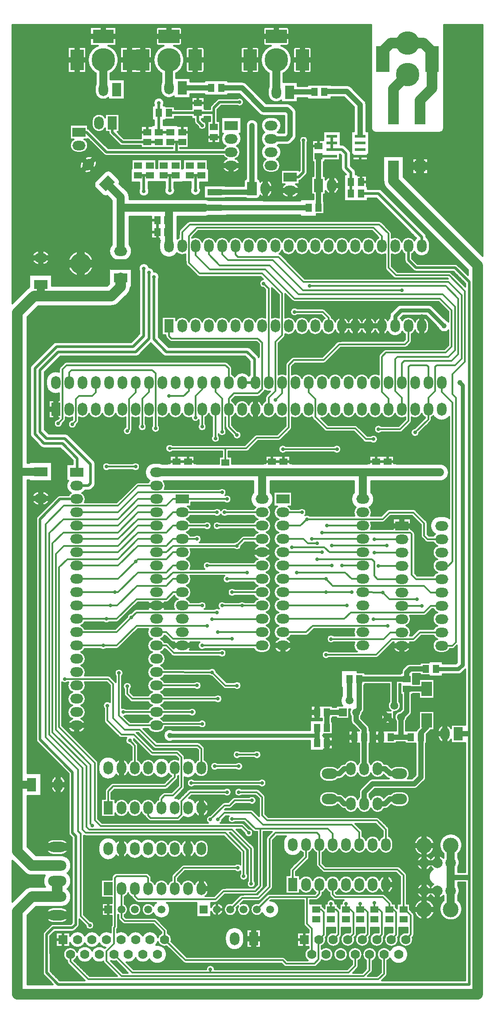
<source format=gtl>
G04 DipTrace 4.0.0.5*
G04 top_dendy_junior_remastered_rev_2.2.1.gtl*
%MOIN*%
G04 #@! TF.FileFunction,Copper,L1,Top*
G04 #@! TF.Part,Single*
%AMOUTLINE0*
4,1,16,
0.034799,-0.015311,
0.043188,-0.001959,
0.044953,0.013711,
0.039745,0.028594,
0.028594,0.039745,
0.013711,0.044953,
-0.001959,0.043188,
-0.015311,0.034799,
-0.034799,0.015311,
-0.043188,0.001959,
-0.044953,-0.013711,
-0.039745,-0.028594,
-0.028594,-0.039745,
-0.013711,-0.044953,
0.001959,-0.043188,
0.015311,-0.034799,
0.034799,-0.015311,
0*%
%AMOUTLINE3*
4,1,4,
-0.009744,-0.059853,
-0.059853,-0.009744,
0.009744,0.059853,
0.059853,0.009744,
-0.009744,-0.059853,
0*%
%AMOUTLINE6*
4,1,4,
0.035433,-0.049213,
-0.035433,-0.049213,
-0.035433,0.049213,
0.035433,0.049213,
0.035433,-0.049213,
0*%
%AMOUTLINE9*
4,1,16,
0.035433,0.01378,
0.031924,0.029154,
0.022092,0.041482,
0.007885,0.048324,
-0.007885,0.048324,
-0.022092,0.041482,
-0.031924,0.029154,
-0.035433,0.01378,
-0.035433,-0.01378,
-0.031924,-0.029154,
-0.022092,-0.041482,
-0.007885,-0.048324,
0.007885,-0.048324,
0.022092,-0.041482,
0.031924,-0.029154,
0.035433,-0.01378,
0.035433,0.01378,
0*%
%AMOUTLINE12*
4,1,4,
0.07874,-0.051181,
-0.07874,-0.051181,
-0.07874,0.051181,
0.07874,0.051181,
0.07874,-0.051181,
0*%
%AMOUTLINE15*
4,1,4,
0.051181,0.07874,
0.051181,-0.07874,
-0.051181,-0.07874,
-0.051181,0.07874,
0.051181,0.07874,
0*%
%AMOUTLINE18*
4,1,4,
-0.029528,0.029528,
0.029528,0.029528,
0.029528,-0.029528,
-0.029528,-0.029528,
-0.029528,0.029528,
0*%
G04 #@! TA.AperFunction,CopperBalancing*
%ADD16C,0.011811*%
%ADD17C,0.059055*%
%ADD18C,0.019685*%
%ADD19C,0.03937*%
G04 #@! TA.AperFunction,Conductor*
%ADD20C,0.029528*%
G04 #@! TA.AperFunction,CopperBalancing*
%ADD21C,0.07874*%
%ADD25R,0.051181X0.059055*%
%ADD27R,0.07874X0.108268*%
G04 #@! TA.AperFunction,ComponentPad*
%ADD28R,0.070866X0.098425*%
%ADD29O,0.070866X0.098425*%
%ADD30R,0.098425X0.070866*%
%ADD31O,0.098425X0.070866*%
%ADD32R,0.059055X0.051181*%
G04 #@! TA.AperFunction,ComponentPad*
%ADD33R,0.07X0.07*%
%ADD34C,0.07*%
%ADD35R,0.059055X0.059055*%
%ADD36C,0.059055*%
%ADD37R,0.106299X0.045276*%
G04 #@! TA.AperFunction,ComponentPad*
%ADD38R,0.15748X0.102362*%
%ADD39R,0.102362X0.15748*%
%ADD40C,0.177165*%
%ADD41R,0.098425X0.19685*%
%ADD42O,0.216535X0.472441*%
%ADD43C,0.275591*%
%ADD44O,0.216535X0.669291*%
%ADD45C,0.15748*%
%ADD46O,0.216535X0.787402*%
%ADD47O,0.137795X0.07874*%
%ADD48O,0.11811X0.07874*%
%ADD51R,0.07874X0.023622*%
%ADD54R,0.07874X0.07874*%
G04 #@! TA.AperFunction,ComponentPad*
%ADD55C,0.07874*%
%ADD56C,0.11811*%
G04 #@! TA.AperFunction,ViaPad*
%ADD57C,0.027559*%
G04 #@! TA.AperFunction,ComponentPad*
%ADD130OUTLINE0*%
%ADD133OUTLINE3*%
%ADD136OUTLINE6*%
%ADD139OUTLINE9*%
%ADD142OUTLINE12*%
%ADD145OUTLINE15*%
%ADD148OUTLINE18*%
%FSLAX26Y26*%
G04*
G70*
G90*
G75*
G01*
G04 Top*
%LPD*%
X1043849Y1456455D2*
D16*
Y1400157D1*
X1062612Y1381395D1*
X1268883D1*
X1293886Y1406398D1*
Y1506408D1*
X1362643Y1575165D1*
X1637672D1*
Y3175396D2*
X1900136D1*
X743849Y1456455D2*
Y1581437D1*
X781332Y1618920D1*
X1175123D1*
X1243881Y1687677D1*
Y1756424D1*
X1243849Y1756455D1*
X1443849D2*
Y1900252D1*
X1418899Y1925202D1*
X1100115D1*
X981353Y2043965D1*
X868841D1*
X781332Y2131474D1*
Y2387751D1*
X743828Y2425255D1*
X418794D1*
X368789Y4344206D2*
X400042Y4375459D1*
Y4750499D1*
X431295Y4781752D1*
X1625171D1*
X1650037Y4756886D1*
Y4650469D1*
X1650038Y4650467D1*
X506303Y3675417D2*
X818867D1*
X968852Y3825402D1*
X1600168D1*
X1550037Y4231820D2*
Y4450467D1*
X1618909Y3675396D2*
X1900136D1*
X506303Y3575417D2*
X818878D1*
X968852Y3725391D1*
X1181374D1*
X1231379Y3775396D1*
X1300136D1*
X1450037Y4450467D2*
Y4319203D1*
X1637672Y3775396D2*
X1300136D1*
X506303Y3475417D2*
X818888D1*
X968852Y3625381D1*
X1181374D1*
X1231390Y3675396D1*
X1300136D1*
X1562664D2*
X1300136D1*
X506303Y3375417D2*
X818899D1*
X968852Y3525370D1*
X1181374D1*
X1231400Y3575396D1*
X1300136D1*
X1487656D2*
X1300136D1*
X506303Y3275417D2*
X818909D1*
X968852Y3425360D1*
X1181374D1*
X1231411Y3475396D1*
X1300136D1*
X1412648D2*
X1300136D1*
X506303Y3175417D2*
X818920D1*
X950100Y3306597D1*
X968852Y3325349D1*
X1181374D1*
X1231421Y3375396D1*
X1300136D1*
X506303Y3075417D2*
X793833D1*
X818930D1*
X968852Y3225339D1*
X1181374D1*
X1231432Y3275396D1*
X1300136D1*
X506303Y2975417D2*
X762580D1*
X812690D1*
X962601Y3125328D1*
X1181374D1*
X1231442Y3175396D1*
X1300136D1*
X506303Y2875417D2*
X731327D1*
X806450D1*
X956350Y3025318D1*
X1181374D1*
X1231453Y3075396D1*
X1300136D1*
X506303Y2775417D2*
X806461D1*
X918846Y2887803D1*
X950100Y4019172D2*
X731327D1*
X918846Y2887803D2*
X956350Y2925307D1*
X1562664D1*
Y3575396D2*
X1900136D1*
X506303Y2675417D2*
X706324D1*
X806471D1*
X956350Y2825297D1*
X1487656D1*
Y3275396D2*
X1900136D1*
X475050Y4337955D2*
X500052Y4362958D1*
Y4525475D1*
X525055Y4550478D1*
X625066D1*
X650037Y4575449D1*
Y4650467D1*
X1200135Y6863220D2*
D17*
Y6856970D1*
X1200126D1*
Y7073596D1*
X706335Y6850719D2*
Y7073585D1*
X706324Y7073596D1*
X2087719Y6481930D2*
D19*
X2112722Y6506933D1*
Y6675701D1*
X2087719Y6700703D1*
X1912701D1*
X1750184Y6863220D1*
X1593713D1*
X1968925Y6481941D2*
X2087719Y6481930D1*
X1418899Y6675701D2*
D18*
X1199921D1*
X1450152Y6581941D2*
X1418899Y6613194D1*
Y6675701D1*
X1731432Y6756959D2*
X1581416D1*
X1537661Y6713205D1*
Y6675701D1*
Y6569440D1*
X2112722Y6194400D2*
X2175228D1*
X2212732Y6231904D1*
Y6469429D1*
X1418899Y6675701D2*
X1537661D1*
X1300136Y6457133D2*
X1212627D1*
X1256382D1*
Y6381920D1*
X731327D1*
X581311Y6531936D1*
X525055D1*
X1668925Y6381941D2*
X1256382D1*
Y6457133D2*
X1300136D1*
X1444004Y6281807D2*
Y6275761D1*
X1250234Y6281807D2*
X1250131D1*
X1056361Y6281909D2*
D3*
X968954Y6281807D2*
D3*
X1356495Y6282012D2*
Y6281807D1*
X1162622Y6281909D2*
D3*
X1125118Y6457133D2*
X1037609D1*
X849885D1*
X775081Y6531936D1*
Y6600693D1*
X1125118Y6456928D2*
Y6457133D1*
X1518909Y6863220D2*
D19*
X1300136D1*
X1825226Y6106888D2*
Y6081236D1*
X1543912D1*
X1125118Y6531936D2*
D18*
X1212627D1*
X1125118Y6675701D2*
Y6531936D1*
X1825226Y6106888D2*
D19*
Y6581702D1*
X1125118Y6750709D2*
D18*
Y6675701D1*
X3019067Y1987715D2*
D19*
X2944059D1*
X2868846D1*
X2944059D2*
Y2137724D1*
X2944049D1*
X2987814Y2350247D2*
Y2181490D1*
X2944049Y2137724D1*
X3137829Y2350247D2*
X2987814D1*
X3093870Y1987715D2*
Y2018757D1*
X3137829Y2062717D1*
Y2112703D1*
X2669020Y1487656D2*
Y1575155D1*
X2731537Y1637672D1*
X3044070D1*
X3093870Y1687472D1*
Y1987715D1*
X2669030Y1987709D2*
Y2050215D1*
X2606513Y2112732D1*
Y2175228D1*
X2631322Y2425255D2*
Y2200037D1*
X2606513Y2175228D1*
X2631322Y2425255D2*
X2894049Y2425050D1*
X2987814D1*
Y2475260D1*
X3012816Y2500262D1*
X3131579D1*
X2894049Y2225205D2*
Y2425050D1*
X2669030Y1987709D2*
Y1750194D1*
X2669020Y1750184D1*
X2506513Y2175228D2*
X2387648D1*
Y2056575D1*
Y2175133D2*
D18*
Y2056575D1*
X1206377Y2000210D2*
D20*
X2312845D1*
Y2056575D1*
D19*
Y1944063D1*
X943849Y850142D2*
D16*
Y793833D1*
X968852Y768831D1*
X1550163D1*
X1612669Y831337D1*
X1850194D1*
X1887698Y868841D1*
Y1300136D1*
X1850194D1*
X1775186Y1375144D1*
X1675176D1*
X1600168Y4281699D2*
Y4531726D1*
X1550037Y4581857D1*
Y4650467D1*
X1887698Y1300136D2*
X2394001D1*
X2431474Y1262664D1*
Y1181343D1*
X1106303Y2775417D2*
X1181248D1*
X1230718Y2725948D1*
X1675176D1*
X1900136Y3075396D2*
X1675176D1*
X1106303Y2675417D2*
X1181238D1*
X1237630Y2619025D1*
X1600168D1*
Y2975396D2*
X1900136D1*
X1450037Y4650467D2*
Y4600367D1*
X1400147Y4550478D1*
Y4387961D1*
X1750184Y2975396D2*
X1900136D1*
X1568915Y1368894D2*
X1618920Y1418899D1*
X1818941D1*
X1906450Y1331390D1*
X2575270D1*
X2631474Y1275186D1*
Y1181343D1*
X1300136Y2975396D2*
X1450152D1*
X1200126Y4550478D2*
X1312638D1*
X1350037Y4587877D1*
Y4650466D1*
X1350038Y4650467D1*
X1862696Y1856445D2*
X1712680D1*
Y2375249D2*
X1625171D1*
X1525160Y2475260D1*
Y2874108D2*
X1900136D1*
Y2875396D1*
X1106303Y2475417D2*
X1525160Y2475260D1*
X1543912Y1768936D2*
X1725181D1*
Y1575165D2*
X1862696D1*
X1900199Y1537661D1*
Y1400147D1*
X1937703Y1362643D1*
X2762790D1*
X2831474Y1293959D1*
Y1181343D1*
X1106303Y2375419D2*
X1412648D1*
X1106303Y2275417D2*
X924919D1*
X887593Y2312743D1*
Y2368999D1*
X1000105Y4319203D2*
Y4531726D1*
X1050037Y4581657D1*
Y4650466D1*
X1050038Y4650467D1*
X1106303Y2275417D2*
X1568915D1*
Y2775396D2*
X1900136D1*
X1106303Y2175417D2*
X856340D1*
X887593Y4287950D2*
X900094Y4300451D1*
Y4525475D1*
X950037Y4575417D1*
Y4650467D1*
X1106303Y2175417D2*
X1375144D1*
X1106303Y2075419D2*
X899894D1*
X825087Y2150226D1*
Y2469009D1*
X1106303Y2075419D2*
Y2087719D1*
X1450152D1*
Y2675396D2*
X1900136D1*
X2887803Y6629990D2*
D21*
Y6856970D1*
X2994064Y6963231D1*
Y7199451D2*
X2867747D1*
X2809025Y7140730D1*
Y7081341D1*
X2994064Y7199451D2*
X3114131D1*
X3178545Y7135038D1*
Y7081269D1*
Y6860181D1*
X3088591Y6770227D1*
Y6629990D1*
X2887803Y6275659D2*
Y6163147D1*
X3521650Y5529301D1*
Y56256D1*
X62507D1*
Y681322D1*
X170146Y788961D1*
X361219D1*
Y907465D1*
X837588Y5438071D2*
Y5369314D1*
X768831Y5300556D1*
X237525D1*
X187520D1*
X62507Y5175543D1*
Y3981657D1*
Y1631421D1*
Y1131369D1*
X169167Y1024709D1*
X361219D1*
X62507Y3981657D2*
D17*
X237535D1*
X237525Y5388087D2*
Y5300556D1*
X168789Y1631421D2*
X62507D1*
X1206377Y6094390D2*
D18*
Y6207106D1*
X1162622D1*
X1250234Y6207004D2*
X1162724D1*
X1162622Y6207106D1*
X506303Y3875417D2*
X593823D1*
X612564Y3894159D1*
Y4037924D1*
X418794Y4231694D1*
X281280D1*
X231274Y4281699D1*
Y4744248D1*
X368789Y4881762D1*
X950100D1*
X1050110Y4981773D1*
Y5475575D1*
X2500126Y5075533D2*
D19*
X2600126D1*
X2700126D1*
X2800125D1*
X1112822Y5869366D2*
D18*
Y5781857D1*
X1975207Y4056471D2*
X2062717D1*
X1343891D2*
X1256382D1*
X2844049D2*
X2756539D1*
X3119077Y1175068D2*
D19*
Y1043860D1*
X3219077D2*
X3119077D1*
Y833444D2*
X3219077D1*
X3119077Y693808D2*
Y833444D1*
X2419004Y693618D2*
D16*
Y737577D1*
Y693618D2*
X2456713D1*
X2475260Y675071D1*
Y507588D1*
X2435941Y468269D1*
X1787688Y3225339D2*
X1231379D1*
X1181458Y3175417D1*
X1106303D1*
X459625Y356301D2*
Y302955D1*
X593812Y168768D1*
X2775291D1*
X2817948Y211424D1*
Y356301D1*
X843849Y850142D2*
Y696881D1*
Y631306D1*
X868841Y606314D1*
X1093865D1*
X1167617Y532562D1*
Y468269D1*
X1169403D1*
X1325139Y312533D1*
X2056466D1*
X2081469Y287530D1*
X2293991D1*
X2325244Y318783D1*
Y466549D1*
X2326965Y468269D1*
X2306492Y693618D2*
X2344201D1*
X2362748Y675071D1*
Y504052D1*
X2326965Y468269D1*
X843828Y693823D2*
X843849Y696881D1*
X1043849Y850142D2*
Y931358D1*
X1031358Y943849D1*
X806335D1*
X793833Y931348D1*
Y562559D1*
X787583Y556308D1*
Y437546D1*
X731327Y381290D1*
Y306282D1*
X843839Y193770D1*
X2662780D1*
X2706534Y237525D1*
Y353903D1*
X2708932Y356301D1*
X2331474Y881343D2*
Y812564D1*
X2306492Y787583D1*
X2237735D1*
Y587562D1*
X2275239Y550058D1*
Y358591D1*
X2272949Y356301D1*
X1862654Y693823D2*
X1956413Y787583D1*
X2237735D1*
X2331474Y1181343D2*
Y1031379D1*
X2368999Y993854D1*
X2919056D1*
X2962811Y950100D1*
Y693618D1*
X2975517D1*
X3019067Y650068D1*
Y506395D1*
X2980941Y468269D1*
X2331474Y1181343D2*
Y1250152D1*
X2312743Y1268883D1*
X2000210D1*
X1956455Y1225129D1*
Y862591D1*
X1875197Y781332D1*
X1750163D1*
X1662654Y693823D1*
X2431474Y881343D2*
Y806366D1*
X2450257Y787583D1*
X2806545D1*
X2856550Y737577D1*
Y693618D1*
X2888008D1*
X2906555Y675071D1*
Y502858D1*
X2871966Y468269D1*
X2744038Y743828D2*
Y693618D1*
X2781747D1*
X2800294Y675071D1*
Y505613D1*
X2762950Y468269D1*
X2637777Y737577D2*
Y693618D1*
X2675486D1*
X2694033Y675071D1*
Y508367D1*
X2653934Y468269D1*
X2531516Y737577D2*
Y693618D1*
X2562974D1*
X2587772Y668820D1*
Y511084D1*
X2544957Y468269D1*
X1106303Y3575417D2*
X968894D1*
X818836Y3425360D1*
X412543D1*
X350037Y3362853D1*
Y2043965D1*
X612564Y1781437D1*
Y1337640D1*
X625066Y1325139D1*
X2231474Y1181343D2*
Y1087604D1*
X2131474Y987604D1*
Y881343D1*
X1800189Y1268883D2*
X1750184Y1318888D1*
X687572D1*
X643818Y1362643D1*
Y1793938D1*
X375039Y2062717D1*
Y3262843D1*
X437546Y3325349D1*
X818836D1*
X968904Y3475417D1*
X1106303D1*
X943849Y1756455D2*
Y1925202D1*
X906345Y1962706D1*
X1100115Y4306702D2*
Y4719245D1*
X1075113Y4744248D1*
X468799D1*
X450038Y4725487D1*
Y4650467D1*
X1243849Y850142D2*
Y937567D1*
X1312638Y1006356D1*
X1718930D1*
X3000126Y5075533D2*
Y4962832D1*
X2975312Y4938018D1*
X2481510D1*
X2362748Y4819256D1*
X2137724D1*
X2100220Y4781752D1*
Y4312953D1*
X2025213Y4237945D1*
X1862696D1*
X1781437Y4156686D1*
X1625171D1*
X1206377D1*
X1625171Y4050425D2*
Y4156686D1*
X1512659Y1368894D2*
X1618920Y1475155D1*
X1656424D1*
X1693928Y1512659D1*
X1825192D1*
X1106303Y3875417D2*
X968862D1*
X818836Y3725391D1*
X412543D1*
X275029Y3587877D1*
Y1987709D1*
X518804Y1743933D1*
Y1281385D1*
X537556Y1262633D1*
Y643818D1*
X606314Y575060D1*
X786592Y356301D2*
X924119Y218773D1*
X1512659D1*
X2550268D1*
X2600273Y268778D1*
Y355944D1*
X2599916Y356301D1*
X1512659Y243776D2*
Y218773D1*
X1106303Y3775417D2*
X968873D1*
X818836Y3625381D1*
X406293D1*
X300031Y3519119D1*
Y2006461D1*
X550058Y1756434D1*
Y1293886D1*
X575060Y1268883D1*
X1625171D1*
X1762685Y1131369D1*
Y943849D1*
X1106303Y3675417D2*
X968883D1*
X818836Y3525370D1*
X406293D1*
X325034Y3444112D1*
Y2025213D1*
X581311Y1768936D1*
Y1312638D1*
X600063Y1293886D1*
X1675176D1*
X1818941Y1150121D1*
Y887593D1*
X2575270Y3075396D2*
X2381500D1*
X2056466D1*
X2381500Y2606524D2*
X2756539D1*
X2875302Y2725286D1*
X3037819D1*
X3087907Y2775374D1*
X3250310D1*
X2500262Y3275417D2*
X2656445D1*
X2656466Y3275396D1*
X2419004Y2725286D2*
X2812795D1*
X2862883Y2775374D1*
X2950310D1*
X2381500Y3175396D2*
X2056466D1*
X3250310Y3075374D2*
X3169031D1*
X3119077Y3125328D1*
X2431568D1*
X2381500Y3175396D1*
X2425255Y3275396D2*
X2056466D1*
X2425255Y3427677D2*
X2837798D1*
X2350038Y3375396D2*
X2056466D1*
X3250310Y3175374D2*
X3056530D1*
X3025318Y3206587D1*
Y3512869D1*
X3012816Y3525370D1*
X2350038D1*
X2312743Y3444112D2*
X2243986D1*
X2212701Y3475396D1*
X2056466D1*
X2950310Y3175374D2*
X2769000D1*
X2744038Y3200336D1*
Y3306597D1*
X2725286Y3325349D1*
X2312743D1*
X2237735Y3625381D2*
X2806545D1*
X2856550Y3675386D1*
X3037819D1*
X3119077Y3594127D1*
Y3500367D1*
X3144071Y3475374D1*
X3250310D1*
X2237735Y3625381D2*
X2187751Y3575396D1*
X2056466D1*
X2950310Y3475375D2*
X2744038D1*
X2737787Y4225444D2*
X2681531D1*
X2600273Y4306702D1*
X2387751D1*
X2300241Y4394211D1*
Y4525475D1*
X2250038Y4575678D1*
Y4650467D1*
X2656466Y3575396D2*
X2387751D1*
X2056466Y4150436D2*
X2462759D1*
X1368894Y1643923D2*
X1900199D1*
X1400126Y5675533D2*
Y5606860D1*
X1506408Y5500577D1*
X1925202D1*
X2143975Y5281804D1*
X3237840D1*
X3325349Y5194295D1*
Y4919266D1*
X3281594Y4875512D1*
X2831547D1*
X2800294Y4844259D1*
Y4581731D1*
X2850037Y4531988D1*
Y4450467D1*
X3062822Y3025318D2*
X2856550D1*
X2806545Y3075323D1*
X2656466Y3075396D2*
X2806545Y3075323D1*
X1500126Y5675533D2*
Y5613121D1*
X1581416Y5531831D1*
X1956455D1*
X2175228Y5313058D1*
X3256592D1*
X3350352Y5219298D1*
Y4894264D1*
X3300346Y4844259D1*
X2919056D1*
X2900304Y4825507D1*
Y4587982D1*
X2950037Y4538249D1*
Y4450469D1*
X2950038Y4450467D1*
X2950310Y2875374D2*
X2737787D1*
X2537766Y2975396D2*
X2056466D1*
X1600126Y5675533D2*
Y5613131D1*
X1643923Y5569335D1*
X1981458D1*
X2206482Y5344311D1*
X2950310D1*
X3250310Y2975375D2*
X3169146D1*
X3119077Y2925307D1*
X2569020D1*
X2519130Y2875417D1*
X2056487D1*
X2056466Y2875396D1*
X1700126Y5675533D2*
Y5613142D1*
X1718930Y5594337D1*
X2025213D1*
X2212732Y5406818D1*
X3300346D1*
X3400357Y5306807D1*
Y4831757D1*
X3350352Y4781752D1*
X3212837D1*
X3200336Y4769251D1*
Y4587982D1*
X3150037Y4537682D1*
Y4450467D1*
X2950310Y2975375D2*
X3100325D1*
X3050320Y4275449D2*
X3150037Y4375165D1*
Y4450467D1*
X2844049Y2825297D2*
X2281490D1*
X2231610Y2775417D1*
X2056487D1*
X2056466Y2775396D1*
X3250310Y3275375D2*
X3300378D1*
X3331600Y3306597D1*
Y4500472D1*
X3250038Y4582034D1*
Y4650467D1*
X2950310Y3275375D2*
X2775291D1*
Y4300451D2*
X2937808D1*
X3000315Y4362958D1*
Y4769251D1*
X3012816Y4781752D1*
X3137829D1*
X3150037Y4769545D1*
Y4650467D1*
X2256487Y5375564D2*
X3281594D1*
X3375354Y5281804D1*
Y4863010D1*
X3325349Y4813005D1*
X2969062D1*
X2950037Y4793980D1*
Y4650469D1*
X2950038Y4650467D1*
X2950310Y3375375D2*
X2744038D1*
X1912701Y5394316D2*
X1950038Y5356979D1*
Y4650467D1*
X2275239Y3475396D2*
X2656466D1*
X2900126Y5075533D2*
D20*
Y5150362D1*
X2944059Y5194295D1*
X3150331D1*
X3269093Y5075533D1*
X3387856Y4650488D2*
X3406608Y4631736D1*
Y2531516D1*
X3375354Y2500262D1*
X3206382D1*
X2400126Y5075533D2*
D16*
Y5138165D1*
X2356497Y5181794D1*
X2143975D1*
X737577Y2225234D2*
Y2112722D1*
X843839Y2006461D1*
X937598D1*
X1075113Y1868946D1*
X1262633D1*
X1293886Y1837693D1*
Y1612669D1*
X1231379Y1550163D1*
X1168873D1*
X1143849Y1525139D1*
Y1456455D1*
X1300126Y5675533D2*
Y5781846D1*
X1356392Y5838113D1*
X2781542D1*
X2850299Y5769356D1*
Y5513079D1*
X2906555Y5456823D1*
X3306597D1*
X3425360Y5338060D1*
Y4806755D1*
X3331600Y4712995D1*
Y4562979D1*
X3356602Y4537976D1*
Y2700283D1*
X3331694Y2675375D1*
X3250310D1*
X2800125Y5675533D2*
Y5750773D1*
X2737787Y5813110D1*
X1412648D1*
X1350142Y5750604D1*
Y5550583D1*
X1431400Y5469324D1*
X1900199D1*
X2050215Y5319308D1*
Y5006776D1*
X2000210Y4956770D1*
Y4587982D1*
X1950037Y4537808D1*
Y4450469D1*
X1950038Y4450467D1*
X2125223Y3412858D2*
X2368999D1*
X2406461Y3375396D1*
X2656466D1*
X2406503Y1522680D2*
D19*
X2483991D1*
X2519014Y1487656D1*
X2569020D1*
X2406503Y1712680D2*
X2481510D1*
X2519014Y1750184D1*
X2569020D1*
X2931558Y1522680D2*
X2860320D1*
X2825297Y1487656D1*
X2769020D1*
X2931558Y1712680D2*
X2862801D1*
X2825297Y1750184D1*
X2769020D1*
X1106303Y3375417D2*
D16*
X1181437D1*
X1231379Y3425360D1*
X1712680D1*
Y4256697D2*
X1650037Y4319340D1*
Y4450466D1*
X1650038Y4450467D1*
X1200126Y5075533D2*
Y5000525D1*
X1218878Y4981773D1*
X1868946D1*
X1900199Y4950520D1*
Y4600483D1*
X1868946Y4569230D1*
X1687677D1*
X1650037Y4531589D1*
Y4450469D1*
X1900136Y3475396D2*
X1762717D1*
X1712680Y3425360D1*
X3000126Y5675533D2*
D18*
Y5569524D1*
X3056571Y5513079D1*
X3350352D1*
X3456613Y5406818D1*
Y2012711D1*
Y934472D1*
Y131264D1*
X368789D1*
X281280Y218773D1*
Y506303D1*
X331285Y556308D1*
X475050D1*
X500052Y581311D1*
Y1243881D1*
X475050Y1268883D1*
Y1725181D1*
X231274Y1968957D1*
Y3625381D1*
X381311Y3775417D1*
X506303D1*
X3375356Y2012711D2*
D19*
X3444112D1*
D18*
X3456613D1*
X3319303Y934472D2*
D19*
X3444112D1*
D18*
X3456613D1*
X3319077Y1175068D2*
D17*
Y1043860D1*
Y833444D1*
Y693808D2*
Y833444D1*
X1750038Y4650467D2*
D18*
X1850037D1*
X1400147Y6094390D2*
Y6207209D1*
X1356495D1*
X1444004Y6207004D2*
X1356699D1*
X1356495Y6207209D1*
X1750038Y4650467D2*
X1843944D1*
Y4825507D1*
X1787688Y4881762D1*
X1181374D1*
X1087614Y4975522D1*
Y5444322D1*
X1012606Y6088139D2*
Y6207106D1*
X1056361D1*
X969056D1*
X968954Y6207004D1*
X506303Y3975417D2*
X512554D1*
Y4081678D1*
X400042Y4194190D1*
X262528D1*
X193770Y4262948D1*
Y4756749D1*
X356287Y4919266D1*
X931348D1*
X1012606Y5000525D1*
Y5506828D1*
X2200231Y3675417D2*
D16*
X2056487D1*
X2056466Y3675396D1*
X2425255Y6350682D2*
D18*
X2325244D1*
Y6350667D1*
X2325039Y5963126D2*
D19*
Y6131690D1*
X2325243Y6131894D1*
Y6350667D1*
X2325244D1*
X2306492Y618815D2*
D16*
D3*
X2419004D2*
D3*
X2531516D2*
D3*
X2637777D2*
D3*
X2744038D2*
X2750289D1*
X2856550D2*
D3*
X2962811D2*
D3*
X2556513Y2262709D2*
D19*
Y2425255D1*
X2556518D1*
X1543912Y5963126D2*
X2250236D1*
X735234Y6146738D2*
D17*
X837588Y6044383D1*
Y5963126D1*
X1200126D1*
Y5869509D1*
Y5781857D1*
Y5675533D1*
Y5963126D2*
X1468904D1*
D19*
X1543912D1*
X837588Y5638071D2*
D17*
Y5963126D1*
X1187625Y5781857D2*
D19*
X1200126D1*
Y5869509D2*
X1187768D1*
X1187625Y5869366D1*
X3237840Y3975417D2*
D17*
X2844049D1*
X2756539D1*
X2656466D1*
X2062717D1*
X1975207D1*
X1900136D1*
X1627534D1*
X1343891D1*
X1256382D1*
X1106303D1*
X1900136Y3775396D2*
Y3975417D1*
X2656466Y3775396D2*
Y3975417D1*
X1256382Y3981668D2*
D19*
Y3975417D1*
X1343891Y3981668D2*
Y3975417D1*
X1625171Y3975622D2*
X1627534Y3975417D1*
X1975207Y3981668D2*
Y3975417D1*
X2062717Y3981668D2*
Y3975417D1*
X2756539Y3981668D2*
Y3975417D1*
X2844049Y3981668D2*
Y3975417D1*
X2006461Y7073596D2*
D17*
Y6831963D1*
X2006466D1*
X2637853Y6500682D2*
D18*
X2637777D1*
Y6513184D1*
D19*
Y6738207D1*
X2537766Y6838218D1*
X2368896D1*
Y6832070D1*
X2294093D2*
X2106467D1*
Y6831963D1*
X2569224Y6156896D2*
D18*
Y6225449D1*
X2531516Y6263157D1*
Y6369419D1*
X2500252Y6400682D1*
X2425255D1*
Y6450682D1*
Y6500682D1*
X2569224Y6156896D2*
Y6069592D1*
X2569020Y6069387D1*
X3100125Y5675533D2*
Y5744554D1*
X2775291Y6069387D1*
X2643823D1*
X2656466Y3175396D2*
D16*
X2575207D1*
X2525265Y3225339D1*
X2162727D1*
X2000210Y4519224D2*
X2050038Y4569052D1*
Y4650467D1*
D57*
X1637672Y1575165D3*
Y3175396D3*
X418794Y2425255D3*
X368789Y4344206D3*
X1600168Y3825402D3*
X1550037Y4231820D3*
X1618909Y3675396D3*
X1600168Y3825402D3*
X1450037Y4319203D3*
X1637672Y3775396D3*
X1562664Y3675396D3*
X1487656Y3575396D3*
X1412648Y3475396D3*
X950100Y3306597D3*
X793833Y3075417D3*
X762580Y2975417D3*
X731327Y2875417D3*
X918846Y2887803D3*
X950100Y4019172D3*
X731327D3*
X1562664Y2925307D3*
Y3575396D3*
X706324Y2675417D3*
X1487656Y2825297D3*
Y3275396D3*
X475050Y4337955D3*
X2087719Y6481930D3*
D3*
X1450152Y6581941D3*
X1731432Y6756959D3*
X2212732Y6469429D3*
X1444004Y6275761D3*
X1250131Y6281807D3*
X1056361Y6281909D3*
X968954Y6281807D3*
X1356495D3*
X1162622Y6281909D3*
X1125118Y6456928D3*
D19*
X1825226Y6581702D3*
D57*
X1125118Y6750709D3*
D19*
X1206377Y2000210D3*
D57*
X1675176Y1375144D3*
X1600168Y4281699D3*
X1675176Y2725948D3*
Y3075396D3*
X1600168Y2619025D3*
Y2975396D3*
X1400147Y4387961D3*
X1750184Y2975396D3*
X1600168Y2619025D3*
X1568915Y1368894D3*
X1450152Y2975396D3*
X1200126Y4550478D3*
X1862696Y1856445D3*
X1712680D3*
Y2375249D3*
X1525160Y2475260D3*
Y2874108D3*
X1543912Y1768936D3*
X1725181D3*
Y1575165D3*
X1412648Y2375419D3*
X887593Y2368999D3*
X1000105Y4319203D3*
X1568915Y2275417D3*
Y2775396D3*
X856340Y2175417D3*
X887593Y4287950D3*
X1375144Y2175417D3*
X825087Y2469009D3*
X1450152Y2087719D3*
Y2675396D3*
X1206377Y6094390D3*
X1050110Y5475575D3*
X2419004Y737577D3*
X1787688Y3225339D3*
X2744038Y743828D3*
X2637777Y737577D3*
X2531516D3*
X625066Y1325139D3*
X1800189Y1268883D3*
X906345Y1962706D3*
X1100115Y4306702D3*
X1718930Y1006356D3*
X1206377Y4156686D3*
X1512659Y1368894D3*
X1825192Y1512659D3*
X606314Y575060D3*
X1512659Y243776D3*
X1762685Y943849D3*
X1818941Y887593D3*
X2575270Y3075396D3*
X2381500Y2606524D3*
Y3075396D3*
X2500262Y3275417D3*
X2419004Y2725286D3*
X2381500Y3175396D3*
X2425255Y3275396D3*
X2837798Y3427677D3*
X2425255D3*
X2350038Y3375396D3*
Y3525370D3*
X2312743Y3444112D3*
Y3325349D3*
X2237735Y3625381D3*
D3*
X2744038Y3475375D3*
X2737787Y4225444D3*
X2387751Y3575396D3*
X2056466Y4150436D3*
X2462759D3*
X1368894Y1643923D3*
X1900199D3*
X3062822Y3025318D3*
X2806545Y3075323D3*
X2737787Y2875374D3*
X2537766Y2975396D3*
X2950310Y5344311D3*
X3100325Y2975375D3*
X3050320Y4275449D3*
X2844049Y2825297D3*
X2775291Y3275375D3*
Y4300451D3*
Y3275375D3*
X2256487Y5375564D3*
X2744038Y3375375D3*
X1912701Y5394316D3*
X2275239Y3475396D3*
D19*
X3269093Y5075533D3*
X3387856Y4650488D3*
D57*
X2143975Y5181794D3*
X737577Y2225234D3*
X2125223Y3412858D3*
X1712680Y3425360D3*
Y4256697D3*
X3319303Y934472D3*
X1400147Y6094390D3*
X1087614Y5444322D3*
X1012606Y6088139D3*
Y5506828D3*
X2200231Y3675417D3*
X2306492Y618815D3*
X2419004D3*
X2531516D3*
X2637777D3*
X2750289D3*
X2856550D3*
X2962811D3*
X2162727Y3225339D3*
X2000210Y4519224D3*
X931348Y987604D3*
X1187625Y5538081D3*
X2350247Y5613089D3*
X2450257D3*
X2550268D3*
X2650278D3*
X2950310D3*
D19*
X3087824Y6275659D3*
D57*
X781332Y5200546D3*
X1306387Y6131894D3*
X237525Y5163042D3*
X956350Y5638092D3*
X2737787Y2175228D3*
X568810Y2825297D3*
X1850194Y5731852D3*
X3344101Y5563084D3*
X3044070Y5613089D3*
X3337850Y2431505D3*
X2594022Y4981773D3*
X3175333Y1618920D3*
X3375354Y1806440D3*
X1950205Y5731852D3*
X3144080Y6275659D3*
X3006566Y193770D3*
Y281280D3*
X2143975Y568810D3*
X2075218Y400042D3*
X1587667Y550058D3*
X1431400Y506303D3*
X1318888Y675071D3*
X1925202Y1043860D3*
X1975207Y831337D3*
X2187730Y700073D3*
X175018Y525055D3*
Y462549D3*
X637567Y812585D3*
Y700073D3*
X181269Y1281385D3*
Y1218878D3*
X825087Y1062612D3*
X1206377Y1006356D3*
X3087824Y6331915D3*
X331285Y3981668D3*
X306282Y4306702D3*
X150016Y4344206D3*
X3087824Y6219403D3*
X350037Y4550478D3*
X450047Y4988024D3*
X781332D3*
D19*
X3237840Y3975417D3*
D57*
X3031568Y6275659D3*
X450047Y4825507D3*
X156266Y4194190D3*
X2775291Y6144395D3*
X2725286Y6006881D3*
X1943954Y2068967D3*
X3375354Y1425150D3*
X2500262Y4981773D3*
X1950205Y1425150D3*
X1862696Y1937703D3*
X2700283Y4981773D3*
X2594022Y1987709D3*
X1862696Y2068967D3*
X2400252Y4981773D3*
Y4737997D3*
X675071Y2081469D3*
X1625171Y3356602D3*
X1950205Y1806440D3*
X687572Y2475260D3*
Y2612774D3*
X1618920Y3512869D3*
X1562664Y1706429D3*
X1943954Y1937703D3*
X2794043Y1987709D3*
X3269093Y5175543D3*
X2912806Y3719140D3*
X2919056Y4156686D3*
X3256592Y4181689D3*
X1900199Y4119182D3*
X1112617Y4194190D3*
X1025108Y2494012D3*
Y2444007D3*
Y2700283D3*
Y2637777D3*
Y2225234D3*
Y2131474D3*
X1937703Y4287950D3*
X2681531Y2481510D3*
X3094075Y2694033D3*
X2519014Y2781542D3*
X2156476Y2487761D3*
X2181479Y1612669D3*
X1600168Y3100325D3*
X2737787Y2075224D3*
X1850194Y4362958D3*
X2519014Y2662780D3*
X2856550Y3575375D3*
X3062822Y2437756D3*
X3112827Y2825297D3*
X1525160Y2131474D3*
X481301Y4256697D3*
X2400252Y5244301D3*
X2500262Y4737997D3*
X2237735Y4944269D3*
X2300241Y4731747D3*
X2150226Y4975522D3*
X2125223Y4881762D3*
X2262738Y1056361D3*
X2150226Y5738102D3*
X1300136Y2125223D3*
X1537661Y1937703D3*
X1731432Y1468904D3*
X1737682Y2581521D3*
X2750289Y5738102D3*
X2037714Y950100D3*
X2093970Y5281804D3*
X2243986Y5244301D3*
X2150226Y5613089D3*
X2675281Y4156686D3*
X2250236Y5613089D3*
X3044070Y5731852D3*
X818836Y1356392D3*
X1037609D3*
X693823Y1656424D3*
Y1556413D3*
X3250341Y2600273D3*
X3356602Y2550268D3*
X775081Y2825297D3*
Y2619025D3*
X993854Y562559D3*
X1168873Y575060D3*
X625066Y281280D3*
X950100D3*
X1012606Y1662675D3*
X1131369Y1656424D3*
X1412648Y3125328D3*
X1712680Y3025318D3*
X1287635Y3875407D3*
X1637672Y3725391D3*
X2312743Y2175228D3*
X2387751Y1943954D3*
X1712680Y3350352D3*
X612564Y1225129D3*
Y1075113D3*
X1156371Y1350142D3*
X2644028Y6156896D3*
X2725286Y1281385D3*
X2375249Y768831D3*
X156266Y912596D3*
X1256382Y268778D3*
X1406398D3*
X3175333Y5694348D3*
X1106366Y6131894D3*
X2975312Y5944374D3*
X1300136Y6594442D3*
X2825297Y5925622D3*
X3294096Y456298D3*
X1550163Y5731852D3*
X1750184D3*
X2000210Y5244301D3*
X3294096Y243776D3*
X1650173Y4838008D3*
X2043965Y581311D3*
X3262843Y4944269D3*
X1256382Y4056676D3*
X2750289Y5613089D3*
X3400357Y350037D3*
X1375144Y6450677D3*
X1975207Y4056676D3*
X2844049D3*
X1368894Y1868946D3*
X1037609Y1837693D3*
X1137619Y1581416D3*
X2912806Y3887908D3*
X1850194Y4531726D3*
X2900304Y5244301D3*
X3106576D3*
X2900304Y4981773D3*
X2700283Y4737997D3*
X3187835Y350037D3*
X3362853Y268778D3*
X3375354Y425045D3*
X3219088Y268778D3*
Y431295D3*
X2737787Y2268988D3*
X406293Y1518909D3*
Y1350142D3*
X3112827Y6250656D3*
Y6300661D3*
X3062822Y6250656D3*
Y6300661D3*
X1681427Y4938018D3*
X1750184Y4750499D3*
X1856445Y4881762D3*
X2931558Y2481510D3*
D19*
X2662780Y6850719D3*
X2800294Y6450677D3*
X2531516Y6638197D3*
D57*
X2481510Y825087D3*
X3000315Y5244301D3*
X2800294D3*
X2700283D3*
X2600273D3*
X2500262D3*
X2900304Y4906765D3*
X2800294D3*
X2600273Y4737997D3*
X2306492Y4863010D3*
X2050215Y4806755D3*
X2087719Y5188045D3*
X1906450Y5281804D3*
X781332Y4825507D3*
X1862696Y5431820D3*
X1287635Y5863115D3*
X925097Y5869366D3*
X1987709Y3887908D3*
X1625171Y3625381D3*
X2844049Y3887908D3*
X2987814D3*
X2844049Y3719140D3*
X2987814D3*
X2912806Y4056676D3*
X2987814D3*
X168768Y1981458D3*
X175018Y2894054D3*
X225024Y912596D3*
X2000210Y1106366D3*
X393791Y281280D3*
X806335D3*
X26783Y7324934D2*
D16*
X2719387D1*
X3268194D2*
X3555894D1*
X26783Y7313255D2*
X608213D1*
X804442D2*
X1105961D1*
X1294299D2*
X1912293D1*
X2100633D2*
X2719387D1*
X3268194D2*
X3555894D1*
X26783Y7301575D2*
X608213D1*
X804442D2*
X1102016D1*
X1298244D2*
X1908349D1*
X2104577D2*
X2719387D1*
X3268194D2*
X3555894D1*
X26783Y7289895D2*
X608213D1*
X804442D2*
X1102016D1*
X1298244D2*
X1908349D1*
X2104577D2*
X2719387D1*
X3268194D2*
X3555894D1*
X26783Y7278215D2*
X608213D1*
X804442D2*
X1102016D1*
X1298244D2*
X1908349D1*
X2104577D2*
X2719387D1*
X3268194D2*
X3555894D1*
X26783Y7266535D2*
X608213D1*
X804442D2*
X1102016D1*
X1298244D2*
X1908349D1*
X2104577D2*
X2719387D1*
X3268194D2*
X3555894D1*
X26783Y7254856D2*
X608213D1*
X804442D2*
X1102016D1*
X1298244D2*
X1908349D1*
X2104577D2*
X2719387D1*
X3268194D2*
X3555894D1*
X26783Y7243176D2*
X608213D1*
X804442D2*
X1102016D1*
X1298244D2*
X1908349D1*
X2104577D2*
X2719387D1*
X3268194D2*
X3555894D1*
X26783Y7231496D2*
X608213D1*
X804442D2*
X1102016D1*
X1298244D2*
X1908349D1*
X2104577D2*
X2719387D1*
X3268194D2*
X3555894D1*
X26783Y7219816D2*
X608213D1*
X804442D2*
X1102016D1*
X1298244D2*
X1908349D1*
X2104577D2*
X2719387D1*
X3268194D2*
X3555894D1*
X26783Y7208136D2*
X608213D1*
X804442D2*
X1102016D1*
X1298244D2*
X1908349D1*
X2104577D2*
X2719387D1*
X3268194D2*
X3555894D1*
X26783Y7196457D2*
X608213D1*
X804442D2*
X1102293D1*
X1297967D2*
X1908625D1*
X2104301D2*
X2719387D1*
X3268194D2*
X3555894D1*
X26783Y7184777D2*
X608213D1*
X804442D2*
X1109629D1*
X1290609D2*
X1915961D1*
X2096942D2*
X2719387D1*
X3268194D2*
X3555894D1*
X26783Y7173097D2*
X648190D1*
X764465D2*
X1141993D1*
X1258266D2*
X1948325D1*
X2064600D2*
X2719387D1*
X3268194D2*
X3555894D1*
X26783Y7161417D2*
X438915D1*
X580033D2*
X631444D1*
X781189D2*
X832622D1*
X1071390D2*
X1125245D1*
X1274992D2*
X1328846D1*
X1465098D2*
X1741495D1*
X1877723D2*
X1931579D1*
X2081348D2*
X2135180D1*
X2271432D2*
X2719387D1*
X3268194D2*
X3555894D1*
X26783Y7149738D2*
X438915D1*
X580033D2*
X619424D1*
X793207D2*
X832622D1*
X1073835D2*
X1113227D1*
X1287010D2*
X1326425D1*
X1467521D2*
X1739050D1*
X1880168D2*
X1919559D1*
X2093344D2*
X2132759D1*
X2273853D2*
X2719387D1*
X3268194D2*
X3555894D1*
X26783Y7138058D2*
X438915D1*
X580033D2*
X610336D1*
X802320D2*
X832622D1*
X1073835D2*
X1104138D1*
X1296122D2*
X1326425D1*
X1467521D2*
X1739050D1*
X1880168D2*
X1910471D1*
X2102455D2*
X2132759D1*
X2273853D2*
X2719387D1*
X3268194D2*
X3555894D1*
X26783Y7126378D2*
X438915D1*
X580033D2*
X603369D1*
X809286D2*
X832622D1*
X1073835D2*
X1097171D1*
X1303089D2*
X1326425D1*
X1467521D2*
X1739050D1*
X1880168D2*
X1903504D1*
X2109421D2*
X2132759D1*
X2273853D2*
X2719387D1*
X3268194D2*
X3555894D1*
X26783Y7114698D2*
X438915D1*
X580033D2*
X598109D1*
X814524D2*
X832622D1*
X1073835D2*
X1091912D1*
X1308325D2*
X1326425D1*
X1467521D2*
X1739050D1*
X1880168D2*
X1898244D1*
X2114659D2*
X2132759D1*
X2273853D2*
X2719387D1*
X3268194D2*
X3555894D1*
X26783Y7103018D2*
X438915D1*
X580033D2*
X594325D1*
X818306D2*
X832622D1*
X1073835D2*
X1088129D1*
X1312109D2*
X1326425D1*
X1467521D2*
X1739050D1*
X1880168D2*
X1894484D1*
X2118442D2*
X2132759D1*
X2273853D2*
X2719387D1*
X3268194D2*
X3555894D1*
X26783Y7091339D2*
X438915D1*
X580033D2*
X591881D1*
X820774D2*
X832622D1*
X1073835D2*
X1085682D1*
X1314577D2*
X1326425D1*
X1467521D2*
X1739050D1*
X1880168D2*
X1892016D1*
X2120909D2*
X2132759D1*
X2273853D2*
X2719387D1*
X3268194D2*
X3555894D1*
X26783Y7079659D2*
X438915D1*
X580033D2*
X590657D1*
X821997D2*
X832622D1*
X1073835D2*
X1084461D1*
X1315799D2*
X1326425D1*
X1467521D2*
X1739050D1*
X1880168D2*
X1890794D1*
X2122133D2*
X2132759D1*
X2273853D2*
X2719387D1*
X3268194D2*
X3555894D1*
X26783Y7067979D2*
X438915D1*
X580033D2*
X590635D1*
X822020D2*
X832622D1*
X1073835D2*
X1084437D1*
X1315823D2*
X1326425D1*
X1467521D2*
X1739050D1*
X1880168D2*
X1890770D1*
X2122156D2*
X2132759D1*
X2273853D2*
X2719387D1*
X3268194D2*
X3555894D1*
X26783Y7056299D2*
X438915D1*
X580033D2*
X591811D1*
X820844D2*
X832622D1*
X1073835D2*
X1085614D1*
X1314646D2*
X1326425D1*
X1467521D2*
X1739050D1*
X1880168D2*
X1891946D1*
X2120979D2*
X2132759D1*
X2273853D2*
X2719387D1*
X3268194D2*
X3555894D1*
X26783Y7044619D2*
X438915D1*
X580033D2*
X594210D1*
X818421D2*
X832622D1*
X1073835D2*
X1088013D1*
X1312224D2*
X1326425D1*
X1467521D2*
X1739050D1*
X1880168D2*
X1894346D1*
X2118556D2*
X2132759D1*
X2273853D2*
X2719387D1*
X3268194D2*
X3555894D1*
X26783Y7032940D2*
X438915D1*
X580033D2*
X597948D1*
X814707D2*
X832622D1*
X1073835D2*
X1091749D1*
X1308510D2*
X1326425D1*
X1467521D2*
X1739050D1*
X1880168D2*
X1898083D1*
X2114843D2*
X2132759D1*
X2273853D2*
X2719387D1*
X3268194D2*
X3555894D1*
X26783Y7021260D2*
X438915D1*
X580033D2*
X603138D1*
X809517D2*
X832622D1*
X1073835D2*
X1096941D1*
X1303319D2*
X1326425D1*
X1467521D2*
X1739050D1*
X1880168D2*
X1903273D1*
X2109652D2*
X2132759D1*
X2273853D2*
X2719387D1*
X3268194D2*
X3555894D1*
X26783Y7009580D2*
X438915D1*
X580033D2*
X610035D1*
X802619D2*
X832622D1*
X1073835D2*
X1103837D1*
X1296423D2*
X1326425D1*
X1467521D2*
X1739050D1*
X1880168D2*
X1910171D1*
X2102755D2*
X2132759D1*
X2273853D2*
X2719387D1*
X3268194D2*
X3555894D1*
X26783Y6997900D2*
X438915D1*
X580033D2*
X619033D1*
X793600D2*
X832622D1*
X1073835D2*
X1112835D1*
X1287403D2*
X1326425D1*
X1467521D2*
X1739050D1*
X1880168D2*
X1919168D1*
X2093735D2*
X2132759D1*
X2273853D2*
X2719387D1*
X3268194D2*
X3555894D1*
X26783Y6986220D2*
X438915D1*
X580033D2*
X630912D1*
X781720D2*
X832622D1*
X1071643D2*
X1124715D1*
X1275522D2*
X1328617D1*
X1465352D2*
X1741241D1*
X1877976D2*
X1931047D1*
X2081856D2*
X2134949D1*
X2271685D2*
X2719387D1*
X3268194D2*
X3555894D1*
X26783Y6974541D2*
X647429D1*
X765226D2*
X1141232D1*
X1259028D2*
X1947564D1*
X2065361D2*
X2719387D1*
X3268194D2*
X3555894D1*
X26783Y6962861D2*
X649551D1*
X763104D2*
X1143354D1*
X1256906D2*
X1949688D1*
X2063239D2*
X2719387D1*
X3268194D2*
X3555894D1*
X26783Y6951181D2*
X649551D1*
X763104D2*
X1143354D1*
X1256906D2*
X1949688D1*
X2063239D2*
X2719387D1*
X3268194D2*
X3555894D1*
X26783Y6939501D2*
X649551D1*
X763104D2*
X1143354D1*
X1256906D2*
X1949688D1*
X2063239D2*
X2719387D1*
X3268194D2*
X3555894D1*
X26783Y6927822D2*
X649551D1*
X763104D2*
X1143354D1*
X1362812D2*
X1949688D1*
X2063239D2*
X2719387D1*
X3268194D2*
X3555894D1*
X26783Y6916142D2*
X649551D1*
X869010D2*
X1143354D1*
X1362812D2*
X1466081D1*
X1646554D2*
X1949688D1*
X2063239D2*
X2719387D1*
X3268194D2*
X3555894D1*
X26783Y6904462D2*
X649551D1*
X869010D2*
X1143354D1*
X1771169D2*
X1949688D1*
X2169146D2*
X2719387D1*
X3268194D2*
X3555894D1*
X26783Y6892782D2*
X649551D1*
X869010D2*
X1139525D1*
X1786510D2*
X1949688D1*
X2169146D2*
X2719387D1*
X3268194D2*
X3555894D1*
X26783Y6881102D2*
X645930D1*
X869010D2*
X1137587D1*
X1798182D2*
X1949688D1*
X2169146D2*
X2241248D1*
X2554873D2*
X2719387D1*
X3268194D2*
X3555894D1*
X26783Y6869423D2*
X643854D1*
X869010D2*
X1137449D1*
X1809856D2*
X1948534D1*
X2572451D2*
X2719387D1*
X3268194D2*
X3555894D1*
X26783Y6857743D2*
X643646D1*
X869010D2*
X1137449D1*
X1821551D2*
X1944982D1*
X2584123D2*
X2719411D1*
X3268194D2*
X3555894D1*
X26783Y6846063D2*
X643646D1*
X869010D2*
X1137541D1*
X1833224D2*
X1943782D1*
X2595797D2*
X2719411D1*
X3268194D2*
X3555894D1*
X26783Y6834383D2*
X643715D1*
X869010D2*
X1139340D1*
X1844896D2*
X1943782D1*
X2607469D2*
X2719411D1*
X3268194D2*
X3555894D1*
X26783Y6822703D2*
X645331D1*
X869010D2*
X1143585D1*
X1856570D2*
X1943782D1*
X2619164D2*
X2719411D1*
X3268194D2*
X3555894D1*
X26783Y6811024D2*
X649390D1*
X869010D2*
X1150944D1*
X1362812D2*
X1466081D1*
X1646554D2*
X1736512D1*
X1868265D2*
X1944197D1*
X2630837D2*
X2719411D1*
X3268194D2*
X3555894D1*
X26783Y6799344D2*
X656495D1*
X869010D2*
X1163285D1*
X1362812D2*
X1748185D1*
X1879937D2*
X1946735D1*
X2642509D2*
X2719411D1*
X3268194D2*
X3555894D1*
X26783Y6787664D2*
X668353D1*
X869010D2*
X1109051D1*
X1141194D2*
X1370001D1*
X1467798D2*
X1721356D1*
X1741504D2*
X1759857D1*
X1891610D2*
X1951902D1*
X2421722D2*
X2522453D1*
X2654205D2*
X2719411D1*
X3268194D2*
X3555894D1*
X26783Y6775984D2*
X697026D1*
X715652D2*
X743648D1*
X869010D2*
X1093134D1*
X1157089D2*
X1370001D1*
X1467798D2*
X1559623D1*
X1758298D2*
X1771530D1*
X1903306D2*
X1960552D1*
X2169146D2*
X2534125D1*
X2665878D2*
X2719411D1*
X3268194D2*
X3555894D1*
X26783Y6764304D2*
X1086491D1*
X1163756D2*
X1370001D1*
X1467798D2*
X1547928D1*
X1763719D2*
X1783226D1*
X1914978D2*
X1975639D1*
X2037287D2*
X2043790D1*
X2169146D2*
X2545798D1*
X2676535D2*
X2719411D1*
X3268194D2*
X3555894D1*
X26783Y6752625D2*
X1084138D1*
X1166085D2*
X1370001D1*
X1467798D2*
X1536255D1*
X1764295D2*
X1794898D1*
X1926651D2*
X2557470D1*
X2682371D2*
X2719411D1*
X3268194D2*
X3555894D1*
X26783Y6740945D2*
X1085314D1*
X1164932D2*
X1370001D1*
X1467798D2*
X1524583D1*
X1760282D2*
X1806571D1*
X2110668D2*
X2569165D1*
X2684633D2*
X2719411D1*
X3268194D2*
X3555894D1*
X26783Y6729265D2*
X1072281D1*
X1177942D2*
X1370001D1*
X1467798D2*
X1513509D1*
X1748585D2*
X1818266D1*
X2125039D2*
X2580839D1*
X2684702D2*
X2719411D1*
X3268194D2*
X3555894D1*
X26783Y6717585D2*
X1072281D1*
X1244887D2*
X1370001D1*
X1467798D2*
X1508803D1*
X1582862D2*
X1829938D1*
X2136711D2*
X2590850D1*
X2684702D2*
X2719411D1*
X3268194D2*
X3555894D1*
X26783Y6705906D2*
X1072281D1*
X1244887D2*
X1370001D1*
X1467798D2*
X1508458D1*
X1571190D2*
X1841612D1*
X2148269D2*
X2590850D1*
X2684702D2*
X2719411D1*
X3268194D2*
X3555894D1*
X26783Y6694226D2*
X1072281D1*
X1566877D2*
X1853307D1*
X2155743D2*
X2590850D1*
X2684702D2*
X2719411D1*
X3268194D2*
X3555894D1*
X26783Y6682546D2*
X1072281D1*
X1566877D2*
X1864980D1*
X2159134D2*
X2590850D1*
X2684702D2*
X2719411D1*
X3268194D2*
X3555894D1*
X26783Y6670866D2*
X1072281D1*
X1566877D2*
X1876652D1*
X2159642D2*
X2590850D1*
X2684702D2*
X2719411D1*
X3268194D2*
X3555894D1*
X26783Y6659186D2*
X644293D1*
X705848D2*
X720280D1*
X829887D2*
X1072281D1*
X1566877D2*
X1892316D1*
X2159642D2*
X2590850D1*
X2684702D2*
X2719411D1*
X3268194D2*
X3555894D1*
X26783Y6647507D2*
X631651D1*
X829887D2*
X1072281D1*
X1244887D2*
X1370001D1*
X1467798D2*
X1508458D1*
X1566877D2*
X2065790D1*
X2159642D2*
X2590850D1*
X2684702D2*
X2719411D1*
X3268194D2*
X3555894D1*
X26783Y6635827D2*
X624707D1*
X829887D2*
X1072281D1*
X1244887D2*
X1370001D1*
X1467798D2*
X1508458D1*
X1566877D2*
X1592472D1*
X1745379D2*
X1924335D1*
X2013526D2*
X2065790D1*
X2159642D2*
X2590850D1*
X2684702D2*
X2719411D1*
X3268194D2*
X3555894D1*
X26783Y6624147D2*
X621155D1*
X829887D2*
X1072281D1*
X1177942D2*
X1389678D1*
X1448766D2*
X1508458D1*
X1566877D2*
X1592472D1*
X1745379D2*
X1806986D1*
X1843466D2*
X1909248D1*
X2028613D2*
X2065790D1*
X2159642D2*
X2590850D1*
X2684702D2*
X2719411D1*
X3268194D2*
X3555894D1*
X26783Y6612467D2*
X620278D1*
X829887D2*
X1088035D1*
X1162210D2*
X1389702D1*
X1460831D2*
X1488757D1*
X1586554D2*
X1592483D1*
X1745379D2*
X1790192D1*
X1860260D2*
X1900575D1*
X2037264D2*
X2065790D1*
X2159642D2*
X2590850D1*
X2684702D2*
X2719411D1*
X3268194D2*
X3555894D1*
X26783Y6600787D2*
X620278D1*
X829887D2*
X1088035D1*
X1162210D2*
X1392585D1*
X1477163D2*
X1488757D1*
X1586554D2*
X1592483D1*
X1745379D2*
X1782465D1*
X1867988D2*
X1895430D1*
X2042432D2*
X2065790D1*
X2159642D2*
X2590850D1*
X2684702D2*
X2719411D1*
X3268194D2*
X3555894D1*
X26783Y6589108D2*
X620278D1*
X829887D2*
X1088035D1*
X1162210D2*
X1402159D1*
X1482492D2*
X1488752D1*
X1586554D2*
X1592483D1*
X1745379D2*
X1778888D1*
X1871541D2*
X1892892D1*
X2044969D2*
X2065790D1*
X2159642D2*
X2590850D1*
X2684702D2*
X2719411D1*
X3268194D2*
X3555894D1*
X26783Y6577428D2*
X456469D1*
X593643D2*
X621131D1*
X829887D2*
X1068336D1*
X1269409D2*
X1413831D1*
X1586554D2*
X1592483D1*
X1745379D2*
X1778289D1*
X1872163D2*
X1892639D1*
X2045223D2*
X2065790D1*
X2159642D2*
X2590850D1*
X2684702D2*
X2719411D1*
X3268194D2*
X3555894D1*
X26783Y6565748D2*
X456469D1*
X593643D2*
X624638D1*
X829887D2*
X988703D1*
X1349041D2*
X1421398D1*
X1478894D2*
X1488757D1*
X1586554D2*
X1592483D1*
X1745379D2*
X1778289D1*
X1872163D2*
X1894646D1*
X2043215D2*
X2065790D1*
X2159642D2*
X2590850D1*
X2684702D2*
X2719411D1*
X3268194D2*
X3555894D1*
X26783Y6554068D2*
X456469D1*
X599688D2*
X631512D1*
X829887D2*
X988703D1*
X1349041D2*
X1433324D1*
X1466990D2*
X1488757D1*
X1586554D2*
X1592483D1*
X1745379D2*
X1778289D1*
X1872163D2*
X1899144D1*
X2038694D2*
X2065790D1*
X2159642D2*
X2590850D1*
X2684702D2*
X2720610D1*
X3267017D2*
X3555894D1*
X26783Y6542388D2*
X456469D1*
X611682D2*
X644016D1*
X706148D2*
X720280D1*
X829887D2*
X988703D1*
X1349041D2*
X1488757D1*
X1586554D2*
X1592483D1*
X1745379D2*
X1778289D1*
X1872163D2*
X1906873D1*
X2030966D2*
X2065790D1*
X2159642D2*
X2590850D1*
X2684702D2*
X2726169D1*
X3261458D2*
X3555894D1*
X26783Y6530709D2*
X456469D1*
X623356D2*
X745886D1*
X817130D2*
X988703D1*
X1349041D2*
X1488757D1*
X1586554D2*
X1592483D1*
X1745379D2*
X1778289D1*
X1872163D2*
X1916492D1*
X2021346D2*
X2065790D1*
X2159642D2*
X2358644D1*
X2491873D2*
X2571243D1*
X2704471D2*
X2740680D1*
X3246925D2*
X3555894D1*
X26783Y6519029D2*
X456469D1*
X635051D2*
X749022D1*
X828802D2*
X988703D1*
X1349041D2*
X1488757D1*
X1586554D2*
X1604907D1*
X1732945D2*
X1778289D1*
X1872163D2*
X1904911D1*
X2159642D2*
X2358644D1*
X2491873D2*
X2571243D1*
X2704471D2*
X3555894D1*
X26783Y6507349D2*
X456469D1*
X646723D2*
X758850D1*
X840499D2*
X988703D1*
X1349041D2*
X1488757D1*
X1586554D2*
X1597963D1*
X1739890D2*
X1778289D1*
X1872163D2*
X1897967D1*
X2159642D2*
X2358644D1*
X2491873D2*
X2571243D1*
X2704471D2*
X3555894D1*
X26783Y6495669D2*
X456469D1*
X658396D2*
X770522D1*
X852171D2*
X988703D1*
X1349041D2*
X1488757D1*
X1586554D2*
X1594042D1*
X1743833D2*
X1778289D1*
X1872163D2*
X1894024D1*
X2158235D2*
X2193290D1*
X2232169D2*
X2358644D1*
X2491873D2*
X2571243D1*
X2704471D2*
X3555894D1*
X26783Y6483990D2*
X456469D1*
X670092D2*
X782196D1*
X1349041D2*
X1488757D1*
X1586554D2*
X1592483D1*
X1745357D2*
X1778289D1*
X1872163D2*
X1892500D1*
X2153483D2*
X2183093D1*
X2242365D2*
X2358644D1*
X2491873D2*
X2571243D1*
X2704471D2*
X3555894D1*
X26783Y6472310D2*
X474808D1*
X575303D2*
X600115D1*
X681764D2*
X793891D1*
X1349041D2*
X1488757D1*
X1586554D2*
X1593219D1*
X1744618D2*
X1778289D1*
X1872163D2*
X1893239D1*
X2143979D2*
X2179702D1*
X2245756D2*
X2358644D1*
X2491873D2*
X2571243D1*
X2704471D2*
X3555894D1*
X26783Y6460630D2*
X464797D1*
X585315D2*
X611789D1*
X693437D2*
X805563D1*
X1349041D2*
X1488757D1*
X1586554D2*
X1596280D1*
X1741573D2*
X1778289D1*
X1872163D2*
X1896283D1*
X2132306D2*
X2180810D1*
X2244648D2*
X2276336D1*
X2491873D2*
X2571243D1*
X2704471D2*
X3555894D1*
X26783Y6448950D2*
X459238D1*
X590875D2*
X623462D1*
X705110D2*
X817236D1*
X1349041D2*
X1602070D1*
X1735783D2*
X1778289D1*
X1872163D2*
X1902073D1*
X2120610D2*
X2183508D1*
X2241950D2*
X2276336D1*
X2491873D2*
X2571243D1*
X2704471D2*
X3555894D1*
X26783Y6437270D2*
X456745D1*
X593366D2*
X635157D1*
X716806D2*
X828932D1*
X1349041D2*
X1611689D1*
X1726140D2*
X1778289D1*
X1872163D2*
X1911693D1*
X2098811D2*
X2183508D1*
X2241950D2*
X2276336D1*
X2491873D2*
X2571243D1*
X2704471D2*
X3555894D1*
X26783Y6425591D2*
X456839D1*
X593251D2*
X646829D1*
X728478D2*
X988703D1*
X1349041D2*
X1622807D1*
X1715021D2*
X1778289D1*
X1872163D2*
X1910655D1*
X2027206D2*
X2183508D1*
X2241950D2*
X2276336D1*
X2527306D2*
X2571243D1*
X2704471D2*
X3555894D1*
X26783Y6413911D2*
X459584D1*
X590529D2*
X658503D1*
X740151D2*
X988703D1*
X1349041D2*
X1610904D1*
X1726925D2*
X1778289D1*
X1872163D2*
X1901428D1*
X2036411D2*
X2183508D1*
X2241950D2*
X2276336D1*
X2538979D2*
X2571243D1*
X2704471D2*
X3555894D1*
X26783Y6402231D2*
X465442D1*
X584669D2*
X670198D1*
X1733522D2*
X1778289D1*
X1872163D2*
X1895915D1*
X2041946D2*
X2183508D1*
X2241950D2*
X2276336D1*
X2550651D2*
X2571243D1*
X2704471D2*
X3555894D1*
X26783Y6390551D2*
X475986D1*
X574104D2*
X681870D1*
X1736822D2*
X1778289D1*
X1872163D2*
X1893077D1*
X2044785D2*
X2183508D1*
X2241950D2*
X2276336D1*
X2561724D2*
X2571243D1*
X2704471D2*
X3555894D1*
X26783Y6378871D2*
X502375D1*
X547738D2*
X693543D1*
X1737421D2*
X1778289D1*
X1872163D2*
X1892547D1*
X2045315D2*
X2183508D1*
X2241950D2*
X2276336D1*
X2704471D2*
X3555894D1*
X26783Y6367192D2*
X705239D1*
X1735437D2*
X1778289D1*
X1872163D2*
X1894253D1*
X2043585D2*
X2183508D1*
X2241950D2*
X2276336D1*
X2704471D2*
X3555894D1*
X26783Y6355512D2*
X720740D1*
X1730546D2*
X1778289D1*
X1872163D2*
X1898429D1*
X2039409D2*
X2183508D1*
X2241950D2*
X2276336D1*
X2483984D2*
X2493455D1*
X2568598D2*
X2579109D1*
X2696583D2*
X3555894D1*
X26783Y6343832D2*
X576356D1*
X632375D2*
X1616234D1*
X1721619D2*
X1778289D1*
X1872163D2*
X1905696D1*
X2032143D2*
X2183508D1*
X2241950D2*
X2276336D1*
X2483984D2*
X2494424D1*
X2568598D2*
X2579109D1*
X2696583D2*
X2811339D1*
X2964268D2*
X3555894D1*
X26783Y6332152D2*
X560785D1*
X645063D2*
X1634066D1*
X1703787D2*
X1778289D1*
X1872163D2*
X1917875D1*
X2019986D2*
X2183508D1*
X2241950D2*
X2276336D1*
X2483984D2*
X2494424D1*
X2568598D2*
X2579109D1*
X2696583D2*
X2811339D1*
X2964268D2*
X3029843D1*
X3147339D2*
X3555894D1*
X26783Y6320472D2*
X549112D1*
X652698D2*
X920051D1*
X1105255D2*
X1113734D1*
X1299121D2*
X1307601D1*
X1492896D2*
X1616672D1*
X1721181D2*
X1778289D1*
X1872163D2*
X1916676D1*
X2021185D2*
X2183508D1*
X2241950D2*
X2276336D1*
X2374131D2*
X2494424D1*
X2568598D2*
X2811339D1*
X2964268D2*
X3029843D1*
X3147339D2*
X3555894D1*
X26783Y6308793D2*
X539699D1*
X656804D2*
X920051D1*
X1105255D2*
X1113734D1*
X1299121D2*
X1307601D1*
X1492896D2*
X1607559D1*
X1730293D2*
X1778289D1*
X1872163D2*
X1907541D1*
X2030298D2*
X2183508D1*
X2241950D2*
X2276336D1*
X2374131D2*
X2494424D1*
X2568598D2*
X2811339D1*
X2964268D2*
X3029843D1*
X3147339D2*
X3555894D1*
X26783Y6297113D2*
X532664D1*
X657705D2*
X920051D1*
X1105255D2*
X1113734D1*
X1299121D2*
X1307601D1*
X1492896D2*
X1602530D1*
X1735322D2*
X1778289D1*
X1872163D2*
X1902535D1*
X2035327D2*
X2183508D1*
X2241950D2*
X2286186D1*
X2364304D2*
X2494424D1*
X2568598D2*
X2811339D1*
X2964268D2*
X3029843D1*
X3147339D2*
X3555894D1*
X26783Y6285433D2*
X530612D1*
X656390D2*
X920051D1*
X1105255D2*
X1113734D1*
X1299121D2*
X1307601D1*
X1492896D2*
X1600454D1*
X1737398D2*
X1778289D1*
X1872163D2*
X1900459D1*
X2037403D2*
X2183508D1*
X2241950D2*
X2286186D1*
X2364304D2*
X2494424D1*
X2568598D2*
X2811339D1*
X2964268D2*
X3029843D1*
X3147339D2*
X3555894D1*
X26783Y6273753D2*
X529504D1*
X651845D2*
X920051D1*
X1105255D2*
X1113734D1*
X1299121D2*
X1307601D1*
X1492896D2*
X1600962D1*
X1736890D2*
X1778289D1*
X1872163D2*
X1900967D1*
X2036871D2*
X2183508D1*
X2241950D2*
X2286186D1*
X2364304D2*
X2494424D1*
X2572890D2*
X2811339D1*
X2964268D2*
X3029843D1*
X3147339D2*
X3555894D1*
X26783Y6262073D2*
X532734D1*
X644440D2*
X920051D1*
X1105255D2*
X1113734D1*
X1299121D2*
X1307601D1*
X1492896D2*
X1604168D1*
X1733684D2*
X1778289D1*
X1872163D2*
X1904150D1*
X2033689D2*
X2183508D1*
X2241950D2*
X2286186D1*
X2364304D2*
X2494448D1*
X2584562D2*
X2811339D1*
X2964268D2*
X3029843D1*
X3147339D2*
X3555894D1*
X26783Y6250394D2*
X537185D1*
X633067D2*
X912185D1*
X1500785D2*
X1610605D1*
X1727248D2*
X1778289D1*
X1872163D2*
X1910609D1*
X2027252D2*
X2183508D1*
X2241950D2*
X2286186D1*
X2364304D2*
X2496777D1*
X2596235D2*
X2811339D1*
X2964268D2*
X3029843D1*
X3147339D2*
X3555894D1*
X26783Y6238714D2*
X548004D1*
X621094D2*
X727753D1*
X762203D2*
X912185D1*
X1500785D2*
X1622231D1*
X1715621D2*
X1778289D1*
X1872163D2*
X1922236D1*
X2015626D2*
X2044129D1*
X2241950D2*
X2286186D1*
X2364304D2*
X2504043D1*
X2603778D2*
X2811339D1*
X2964268D2*
X3029843D1*
X3147339D2*
X3555894D1*
X26783Y6227034D2*
X570058D1*
X599963D2*
X713451D1*
X776483D2*
X912185D1*
X1500785D2*
X1778289D1*
X1872163D2*
X2044129D1*
X2241512D2*
X2286186D1*
X2364304D2*
X2515671D1*
X2606269D2*
X2811339D1*
X2964268D2*
X3029843D1*
X3147339D2*
X3555894D1*
X26783Y6215354D2*
X701778D1*
X788178D2*
X912185D1*
X1500785D2*
X1778289D1*
X1872163D2*
X2044129D1*
X2236529D2*
X2286186D1*
X2364304D2*
X2527366D1*
X2606315D2*
X2811339D1*
X2964268D2*
X3555894D1*
X26783Y6203675D2*
X690106D1*
X799852D2*
X912185D1*
X1500785D2*
X1778289D1*
X1872163D2*
X2044129D1*
X2225318D2*
X2286186D1*
X2364304D2*
X2516386D1*
X2688992D2*
X2811339D1*
X2964268D2*
X3555894D1*
X26783Y6191995D2*
X678433D1*
X811524D2*
X912185D1*
X1500785D2*
X1778289D1*
X1872163D2*
X2044129D1*
X2213644D2*
X2270430D1*
X2380037D2*
X2397052D1*
X2453441D2*
X2516386D1*
X2688992D2*
X2811339D1*
X2966597D2*
X3555894D1*
X26783Y6180315D2*
X666738D1*
X823127D2*
X912185D1*
X1500785D2*
X1778289D1*
X1872163D2*
X2044129D1*
X2201972D2*
X2270430D1*
X2467352D2*
X2516386D1*
X2688992D2*
X2811339D1*
X2978270D2*
X3555894D1*
X26783Y6168635D2*
X655066D1*
X830049D2*
X912185D1*
X1500785D2*
X1765762D1*
X1884689D2*
X1902119D1*
X1948335D2*
X2044129D1*
X2187462D2*
X2270430D1*
X2474871D2*
X2516386D1*
X2688992D2*
X2811339D1*
X2989944D2*
X3555894D1*
X26783Y6156955D2*
X644361D1*
X832171D2*
X912185D1*
X1500785D2*
X1762556D1*
X1964921D2*
X2044129D1*
X2181303D2*
X2270430D1*
X2478840D2*
X2516386D1*
X2688992D2*
X2811592D1*
X3001639D2*
X3555894D1*
X26783Y6145276D2*
X639264D1*
X830417D2*
X975508D1*
X1049682D2*
X1169283D1*
X1243457D2*
X1363058D1*
X1437232D2*
X1762556D1*
X1974010D2*
X2044129D1*
X2181303D2*
X2270430D1*
X2480039D2*
X2516386D1*
X2688992D2*
X2813507D1*
X3013311D2*
X3555894D1*
X26783Y6133596D2*
X638455D1*
X842089D2*
X975508D1*
X1049682D2*
X1169283D1*
X1243457D2*
X1363058D1*
X1437232D2*
X1762556D1*
X1977539D2*
X2061177D1*
X2164278D2*
X2270430D1*
X2480039D2*
X2516386D1*
X2688992D2*
X2817382D1*
X3024984D2*
X3555894D1*
X26783Y6121916D2*
X641617D1*
X853762D2*
X975508D1*
X1049682D2*
X1169283D1*
X1243457D2*
X1363058D1*
X1437232D2*
X1463521D1*
X1979986D2*
X2051741D1*
X2173714D2*
X2270430D1*
X2480039D2*
X2516178D1*
X2696651D2*
X2823634D1*
X3036680D2*
X3555894D1*
X26783Y6110236D2*
X650175D1*
X865458D2*
X975508D1*
X1049682D2*
X1168636D1*
X1244102D2*
X1362412D1*
X1437878D2*
X1463521D1*
X1980031D2*
X2046528D1*
X2178904D2*
X2270430D1*
X2479462D2*
X2516178D1*
X2696651D2*
X2833068D1*
X3048352D2*
X3555894D1*
X26783Y6098556D2*
X661848D1*
X877131D2*
X972971D1*
X1052243D2*
X1165568D1*
X1247171D2*
X1359344D1*
X1440946D2*
X1463521D1*
X1980031D2*
X2044290D1*
X2181142D2*
X2270430D1*
X2476348D2*
X2516178D1*
X2797413D2*
X2844764D1*
X3060025D2*
X3555894D1*
X26783Y6086877D2*
X673543D1*
X888526D2*
X971610D1*
X1053604D2*
X1166076D1*
X1246686D2*
X1359828D1*
X1440461D2*
X1463521D1*
X1979085D2*
X2044660D1*
X2180773D2*
X2270430D1*
X2470004D2*
X2516178D1*
X2809756D2*
X2856437D1*
X3071720D2*
X3555894D1*
X26783Y6075197D2*
X685215D1*
X896486D2*
X973732D1*
X1051459D2*
X1170274D1*
X1242465D2*
X1364050D1*
X1436240D2*
X1463521D1*
X1976409D2*
X2047705D1*
X2177751D2*
X2270430D1*
X2380037D2*
X2391908D1*
X2458562D2*
X2516178D1*
X2821451D2*
X2868109D1*
X3083394D2*
X3555894D1*
X26783Y6063517D2*
X696888D1*
X901353D2*
X980098D1*
X1045115D2*
X1180009D1*
X1232753D2*
X1373785D1*
X1426505D2*
X1463521D1*
X1970251D2*
X2053933D1*
X2171522D2*
X2285978D1*
X2364097D2*
X2516178D1*
X2833123D2*
X2879806D1*
X3095066D2*
X3555894D1*
X26783Y6051837D2*
X716496D1*
X903774D2*
X995001D1*
X1030213D2*
X1463521D1*
X1960608D2*
X2065144D1*
X2160287D2*
X2285978D1*
X2364097D2*
X2516178D1*
X2844797D2*
X2891478D1*
X3106761D2*
X3555894D1*
X26783Y6040157D2*
X748100D1*
X904213D2*
X1463521D1*
X1881136D2*
X2285978D1*
X2364097D2*
X2516178D1*
X2856469D2*
X2903151D1*
X3118434D2*
X3555894D1*
X26783Y6028478D2*
X759773D1*
X1473357D2*
X2187568D1*
X2364097D2*
X2516178D1*
X2696651D2*
X2764232D1*
X2868165D2*
X2914846D1*
X3130106D2*
X3555894D1*
X26783Y6016798D2*
X770984D1*
X2364097D2*
X2516178D1*
X2696651D2*
X2775928D1*
X2879837D2*
X2926518D1*
X3141780D2*
X3555894D1*
X26783Y6005118D2*
X770984D1*
X2370003D2*
X2787601D1*
X2891510D2*
X2938192D1*
X3153475D2*
X3555894D1*
X26783Y5993438D2*
X770984D1*
X2370003D2*
X2799273D1*
X2903206D2*
X2949864D1*
X3165147D2*
X3555894D1*
X26783Y5981759D2*
X770984D1*
X2370003D2*
X2810969D1*
X2914878D2*
X2961559D1*
X3176820D2*
X3555894D1*
X26783Y5970079D2*
X770984D1*
X2370003D2*
X2822642D1*
X2926551D2*
X2973232D1*
X3188516D2*
X3555894D1*
X26783Y5958399D2*
X770984D1*
X2370003D2*
X2834314D1*
X2938247D2*
X2984904D1*
X3200189D2*
X3555894D1*
X26783Y5946719D2*
X770984D1*
X2370003D2*
X2846010D1*
X2949919D2*
X2996601D1*
X3211861D2*
X3555894D1*
X26783Y5935039D2*
X770984D1*
X2370003D2*
X2857682D1*
X2961592D2*
X3008273D1*
X3223556D2*
X3555894D1*
X26783Y5923360D2*
X770984D1*
X2370003D2*
X2869356D1*
X2973287D2*
X3019946D1*
X3235230D2*
X3555894D1*
X26783Y5911680D2*
X770984D1*
X2312908D2*
X2881051D1*
X2984961D2*
X3031642D1*
X3246902D2*
X3555894D1*
X26783Y5900000D2*
X770984D1*
X1487314D2*
X2187568D1*
X2312908D2*
X2892723D1*
X2996633D2*
X3043314D1*
X3258597D2*
X3555894D1*
X26783Y5888320D2*
X770984D1*
X904213D2*
X1067852D1*
X1266734D2*
X2904396D1*
X3008328D2*
X3054987D1*
X3270270D2*
X3555894D1*
X26783Y5876640D2*
X770984D1*
X904213D2*
X1067852D1*
X1266734D2*
X2916068D1*
X3020001D2*
X3066682D1*
X3281942D2*
X3555894D1*
X26783Y5864961D2*
X770984D1*
X904213D2*
X1067852D1*
X1266734D2*
X2927764D1*
X3031673D2*
X3078354D1*
X3293615D2*
X3555894D1*
X26783Y5853281D2*
X770984D1*
X904213D2*
X1067852D1*
X1266734D2*
X1336298D1*
X2801635D2*
X2939437D1*
X3043346D2*
X3090028D1*
X3305311D2*
X3555894D1*
X26783Y5841601D2*
X770984D1*
X904213D2*
X1067852D1*
X1266734D2*
X1324626D1*
X2813308D2*
X2951110D1*
X3055042D2*
X3101723D1*
X3316984D2*
X3555894D1*
X26783Y5829921D2*
X770984D1*
X904213D2*
X1067852D1*
X1266734D2*
X1312953D1*
X2824980D2*
X2962806D1*
X3066715D2*
X3113396D1*
X3328656D2*
X3555894D1*
X26783Y5818241D2*
X770984D1*
X904213D2*
X1067852D1*
X1266734D2*
X1301257D1*
X2836676D2*
X2974478D1*
X3078387D2*
X3125068D1*
X3340352D2*
X3555894D1*
X26783Y5806562D2*
X770984D1*
X904213D2*
X1067852D1*
X1266734D2*
X1289584D1*
X2848349D2*
X2986151D1*
X3090083D2*
X3136741D1*
X3352025D2*
X3555894D1*
X26783Y5794882D2*
X770984D1*
X904213D2*
X1067852D1*
X1266734D2*
X1278673D1*
X2860022D2*
X2997846D1*
X3101756D2*
X3148437D1*
X3363697D2*
X3555894D1*
X26783Y5783202D2*
X770984D1*
X904213D2*
X1067852D1*
X1266734D2*
X1274890D1*
X1417992D2*
X2732444D1*
X2871210D2*
X3009518D1*
X3113428D2*
X3160109D1*
X3375392D2*
X3555894D1*
X26783Y5771522D2*
X770984D1*
X904213D2*
X1067852D1*
X1266734D2*
X1274844D1*
X1406320D2*
X2744117D1*
X2875478D2*
X3021192D1*
X3125123D2*
X3171782D1*
X3387066D2*
X3555894D1*
X26783Y5759843D2*
X770984D1*
X904213D2*
X1067852D1*
X1266734D2*
X1274844D1*
X1394647D2*
X2755790D1*
X2875570D2*
X3032887D1*
X3133798D2*
X3183478D1*
X3398738D2*
X3555894D1*
X26783Y5748163D2*
X770984D1*
X904213D2*
X1067852D1*
X1266734D2*
X1274844D1*
X1382951D2*
X2767486D1*
X2875570D2*
X3044559D1*
X3137028D2*
X3195150D1*
X3410434D2*
X3555894D1*
X26783Y5736483D2*
X770984D1*
X904213D2*
X1067852D1*
X1266734D2*
X1273437D1*
X1426804D2*
X1473440D1*
X1526806D2*
X1573441D1*
X1626808D2*
X1673442D1*
X1726810D2*
X1773445D1*
X1826811D2*
X1873446D1*
X1926812D2*
X1973448D1*
X2026814D2*
X2073449D1*
X2126815D2*
X2173450D1*
X2226818D2*
X2273453D1*
X2326819D2*
X2373454D1*
X2426797D2*
X2473455D1*
X2526799D2*
X2573433D1*
X2626801D2*
X2673436D1*
X2726802D2*
X2773437D1*
X2926804D2*
X2973440D1*
X3026806D2*
X3056232D1*
X3140764D2*
X3206823D1*
X3422106D2*
X3555894D1*
X26783Y5724803D2*
X770984D1*
X904213D2*
X1124945D1*
X1441499D2*
X1458745D1*
X1541501D2*
X1558747D1*
X1641503D2*
X1658748D1*
X1741504D2*
X1758749D1*
X1841505D2*
X1858752D1*
X1941507D2*
X1958753D1*
X2041508D2*
X2058755D1*
X2141510D2*
X2158756D1*
X2241512D2*
X2258757D1*
X2341513D2*
X2358759D1*
X2441514D2*
X2458738D1*
X2541493D2*
X2558739D1*
X2641495D2*
X2658740D1*
X2741496D2*
X2758743D1*
X2941499D2*
X2958745D1*
X3041501D2*
X3048713D1*
X3151537D2*
X3218518D1*
X3433780D2*
X3555894D1*
X26783Y5713123D2*
X770984D1*
X904213D2*
X1131705D1*
X3157996D2*
X3230192D1*
X3445475D2*
X3555894D1*
X26783Y5701444D2*
X770984D1*
X904213D2*
X1128636D1*
X3161594D2*
X3241864D1*
X3457147D2*
X3555894D1*
X26783Y5689764D2*
X770984D1*
X904213D2*
X1127598D1*
X3162794D2*
X3253559D1*
X3468820D2*
X3555894D1*
X26783Y5678084D2*
X763555D1*
X911618D2*
X1127598D1*
X3162794D2*
X3265232D1*
X3480492D2*
X3555894D1*
X26783Y5666404D2*
X757165D1*
X918008D2*
X1127598D1*
X3162794D2*
X3276904D1*
X3492188D2*
X3555894D1*
X26783Y5654724D2*
X753268D1*
X921907D2*
X1127945D1*
X3162403D2*
X3288577D1*
X3503861D2*
X3555894D1*
X26783Y5643045D2*
X751469D1*
X923706D2*
X1130113D1*
X3159888D2*
X3300273D1*
X3515534D2*
X3555894D1*
X26783Y5631365D2*
X190906D1*
X284134D2*
X493702D1*
X581417D2*
X751606D1*
X923567D2*
X1134403D1*
X2045476D2*
X2054764D1*
X2145478D2*
X2154765D1*
X2245479D2*
X2254766D1*
X2345480D2*
X2354768D1*
X2445483D2*
X2454770D1*
X2545484D2*
X2554772D1*
X2645486D2*
X2654773D1*
X2745487D2*
X2754774D1*
X2945490D2*
X2954755D1*
X3154766D2*
X3311946D1*
X3527230D2*
X3555894D1*
X26783Y5619685D2*
X179234D1*
X295807D2*
X475408D1*
X599710D2*
X753706D1*
X921469D2*
X1141324D1*
X1258913D2*
X1265686D1*
X2034564D2*
X2065698D1*
X2134567D2*
X2165699D1*
X2234568D2*
X2265701D1*
X2334546D2*
X2365702D1*
X2434549D2*
X2465705D1*
X2534550D2*
X2565706D1*
X2634551D2*
X2665684D1*
X2734552D2*
X2765686D1*
X2934555D2*
X2965689D1*
X3034558D2*
X3054087D1*
X3146163D2*
X3323618D1*
X3538902D2*
X3555894D1*
X26783Y5608005D2*
X172774D1*
X302266D2*
X463298D1*
X611822D2*
X757927D1*
X917247D2*
X1152028D1*
X1248209D2*
X1324856D1*
X2046791D2*
X2825017D1*
X2875570D2*
X2970903D1*
X3029344D2*
X3069058D1*
X3131190D2*
X3335314D1*
X26783Y5596325D2*
X169591D1*
X305472D2*
X454577D1*
X620541D2*
X764778D1*
X910395D2*
X1170505D1*
X1229731D2*
X1324856D1*
X2058487D2*
X2825017D1*
X2875570D2*
X2970903D1*
X3029344D2*
X3346987D1*
X26783Y5584646D2*
X169060D1*
X306003D2*
X448234D1*
X626885D2*
X775344D1*
X899831D2*
X1324856D1*
X2070160D2*
X2825017D1*
X2875570D2*
X2970903D1*
X3029344D2*
X3358659D1*
X26783Y5572966D2*
X171113D1*
X303927D2*
X443782D1*
X631337D2*
X781919D1*
X893256D2*
X1324856D1*
X2081832D2*
X2825017D1*
X2875570D2*
X2970903D1*
X3037510D2*
X3370354D1*
X26783Y5561286D2*
X176119D1*
X298921D2*
X440944D1*
X634175D2*
X774282D1*
X900891D2*
X1324856D1*
X2093528D2*
X2825017D1*
X2875570D2*
X2972148D1*
X3049182D2*
X3382028D1*
X26783Y5549606D2*
X185231D1*
X289832D2*
X439583D1*
X635512D2*
X770269D1*
X904906D2*
X1324879D1*
X2105201D2*
X2825017D1*
X2875570D2*
X2979230D1*
X3060878D2*
X3393699D1*
X26783Y5537927D2*
X203617D1*
X271446D2*
X439652D1*
X635466D2*
X769000D1*
X906173D2*
X986512D1*
X1038702D2*
X1328455D1*
X2116873D2*
X2825017D1*
X2875570D2*
X2990903D1*
X3364505D2*
X3405396D1*
X26783Y5526247D2*
X441152D1*
X633967D2*
X770315D1*
X904860D2*
X976639D1*
X1048575D2*
X1339228D1*
X2128568D2*
X2825017D1*
X2875570D2*
X3002575D1*
X3378000D2*
X3417068D1*
X26783Y5514567D2*
X444127D1*
X630991D2*
X774421D1*
X900753D2*
X972348D1*
X1059487D2*
X1350900D1*
X2140241D2*
X2825017D1*
X2884059D2*
X3014248D1*
X3389696D2*
X3428741D1*
X26783Y5502887D2*
X448764D1*
X626354D2*
X751283D1*
X923890D2*
X971772D1*
X1080294D2*
X1362573D1*
X2151913D2*
X2827278D1*
X2895755D2*
X3025944D1*
X3401367D2*
X3440437D1*
X26783Y5491207D2*
X455293D1*
X619803D2*
X751283D1*
X923890D2*
X974770D1*
X1087930D2*
X1374269D1*
X2163610D2*
X2836921D1*
X2907428D2*
X3037846D1*
X3413041D2*
X3445189D1*
X26783Y5479528D2*
X464289D1*
X610829D2*
X751283D1*
X923890D2*
X975508D1*
X1107446D2*
X1385941D1*
X2175282D2*
X2848593D1*
X3315853D2*
X3343088D1*
X3424736D2*
X3445189D1*
X26783Y5467848D2*
X476839D1*
X598280D2*
X751283D1*
X923890D2*
X975508D1*
X1120941D2*
X1397614D1*
X2186955D2*
X2860266D1*
X3330824D2*
X3354761D1*
X3436409D2*
X3445189D1*
X26783Y5456168D2*
X151228D1*
X323835D2*
X496101D1*
X579018D2*
X751283D1*
X923890D2*
X975508D1*
X1126846D2*
X1409310D1*
X2198627D2*
X2871962D1*
X3342497D2*
X3366433D1*
X26783Y5444488D2*
X151228D1*
X323835D2*
X751283D1*
X923890D2*
X975508D1*
X1128646D2*
X1889778D1*
X2210323D2*
X2883634D1*
X3354193D2*
X3378129D1*
X26783Y5432808D2*
X151228D1*
X323835D2*
X751283D1*
X923890D2*
X975508D1*
X1126938D2*
X1901451D1*
X2221996D2*
X2903404D1*
X3365866D2*
X3389802D1*
X26783Y5421129D2*
X151228D1*
X323835D2*
X751283D1*
X923890D2*
X975508D1*
X1124701D2*
X1894115D1*
X3377538D2*
X3401474D1*
X26783Y5409449D2*
X151228D1*
X323835D2*
X751283D1*
X923890D2*
X975508D1*
X1124701D2*
X1883365D1*
X3389234D2*
X3413147D1*
X26783Y5397769D2*
X151228D1*
X323835D2*
X751283D1*
X923890D2*
X975508D1*
X1124701D2*
X1879744D1*
X3400907D2*
X3424843D1*
X26783Y5386089D2*
X151228D1*
X323835D2*
X746715D1*
X923890D2*
X975508D1*
X1124701D2*
X1880621D1*
X3412579D2*
X3427403D1*
X26783Y5374409D2*
X151228D1*
X923890D2*
X975508D1*
X1124701D2*
X1886503D1*
X26783Y5362730D2*
X143892D1*
X913764D2*
X975508D1*
X1124701D2*
X1906596D1*
X26783Y5351050D2*
X130374D1*
X911803D2*
X975508D1*
X1124701D2*
X1920713D1*
X1975325D2*
X1983228D1*
X26783Y5339370D2*
X118702D1*
X907835D2*
X975508D1*
X1124701D2*
X1924773D1*
X1975325D2*
X1994902D1*
X26783Y5327690D2*
X107005D1*
X901491D2*
X975508D1*
X1124701D2*
X1924773D1*
X1975325D2*
X2006573D1*
X26783Y5316010D2*
X95333D1*
X891917D2*
X975508D1*
X1124701D2*
X1924773D1*
X1975325D2*
X2018247D1*
X26783Y5304331D2*
X83660D1*
X880245D2*
X975508D1*
X1124701D2*
X1924773D1*
X1975325D2*
X2024936D1*
X2075488D2*
X2086182D1*
X26783Y5292651D2*
X71988D1*
X868572D2*
X975508D1*
X1124701D2*
X1924773D1*
X1975325D2*
X2024936D1*
X2075488D2*
X2097878D1*
X26783Y5280971D2*
X60293D1*
X856877D2*
X975508D1*
X1124701D2*
X1924773D1*
X1975325D2*
X2024936D1*
X2075488D2*
X2109551D1*
X26783Y5269291D2*
X48619D1*
X845205D2*
X975508D1*
X1124701D2*
X1924773D1*
X1975325D2*
X2024936D1*
X2075488D2*
X2121223D1*
X26783Y5257612D2*
X36948D1*
X833531D2*
X975508D1*
X1124701D2*
X1924773D1*
X1975325D2*
X2024936D1*
X2075488D2*
X3226777D1*
X821812Y5245932D2*
X975508D1*
X1124701D2*
X1924773D1*
X1975325D2*
X2024936D1*
X2075488D2*
X3238450D1*
X805642Y5234252D2*
X975508D1*
X1124701D2*
X1924773D1*
X1975325D2*
X2024936D1*
X2075488D2*
X2934500D1*
X3159888D2*
X3250146D1*
X217167Y5222572D2*
X975508D1*
X1124701D2*
X1924773D1*
X1975325D2*
X2024936D1*
X2075488D2*
X2913416D1*
X3180972D2*
X3261818D1*
X205495Y5210892D2*
X975508D1*
X1124701D2*
X1924773D1*
X1975325D2*
X2024936D1*
X2075488D2*
X2129551D1*
X2158396D2*
X2901743D1*
X3192646D2*
X3273491D1*
X193822Y5199213D2*
X975508D1*
X1124701D2*
X1924773D1*
X1975325D2*
X2024936D1*
X2075488D2*
X2115987D1*
X2374316D2*
X2890047D1*
X3204341D2*
X3285186D1*
X182126Y5187533D2*
X975508D1*
X1124701D2*
X1924773D1*
X1975325D2*
X2024936D1*
X2075488D2*
X2111350D1*
X2386012D2*
X2878375D1*
X3216013D2*
X3296858D1*
X170453Y5175853D2*
X975508D1*
X1124701D2*
X1924773D1*
X1975325D2*
X2024936D1*
X2075488D2*
X2111374D1*
X2397685D2*
X2867049D1*
X3227686D2*
X3300066D1*
X158781Y5164173D2*
X975508D1*
X1124701D2*
X1924773D1*
X1975325D2*
X2024936D1*
X2075488D2*
X2116126D1*
X2409381D2*
X2860520D1*
X3239382D2*
X3300066D1*
X147085Y5152493D2*
X975508D1*
X1124701D2*
X1924773D1*
X1975325D2*
X2024936D1*
X2075488D2*
X2130013D1*
X2157934D2*
X2350547D1*
X2420684D2*
X2858167D1*
X2961177D2*
X3133211D1*
X3251054D2*
X3300066D1*
X138965Y5140814D2*
X975508D1*
X1124701D2*
X1145315D1*
X1254923D2*
X1284025D1*
X1316238D2*
X1384004D1*
X1416239D2*
X1484005D1*
X1516241D2*
X1584007D1*
X1616243D2*
X1684008D1*
X1716244D2*
X1784009D1*
X1816245D2*
X1884012D1*
X1916247D2*
X1924773D1*
X1975325D2*
X1984013D1*
X2016248D2*
X2024936D1*
X2075488D2*
X2084014D1*
X2116227D2*
X2184016D1*
X2216228D2*
X2284017D1*
X2316230D2*
X2362219D1*
X2425252D2*
X2484021D1*
X2516234D2*
X2584022D1*
X2616235D2*
X2684024D1*
X2716236D2*
X2784003D1*
X2816238D2*
X2858121D1*
X2949504D2*
X2984005D1*
X3016241D2*
X3084007D1*
X3116243D2*
X3144885D1*
X3262727D2*
X3300066D1*
X138965Y5129134D2*
X975508D1*
X1124701D2*
X1145315D1*
X1254923D2*
X1263033D1*
X1337207D2*
X1363034D1*
X1437209D2*
X1463035D1*
X1537210D2*
X1563038D1*
X1637211D2*
X1663039D1*
X1737213D2*
X1763041D1*
X1837215D2*
X1863042D1*
X2137219D2*
X2163024D1*
X2237220D2*
X2263025D1*
X2337222D2*
X2363026D1*
X2437224D2*
X2463029D1*
X2537226D2*
X2563030D1*
X2637227D2*
X2663031D1*
X2737228D2*
X2763033D1*
X2837207D2*
X2852077D1*
X2948167D2*
X2963035D1*
X3037210D2*
X3063038D1*
X3137211D2*
X3156580D1*
X3274423D2*
X3300066D1*
X138965Y5117454D2*
X975508D1*
X1124701D2*
X1145315D1*
X1346942D2*
X1353299D1*
X1446944D2*
X1453316D1*
X1546945D2*
X1553298D1*
X1646946D2*
X1653283D1*
X1746948D2*
X1753319D1*
X1846950D2*
X1853287D1*
X2146954D2*
X2153304D1*
X2246955D2*
X2253290D1*
X2346957D2*
X2353291D1*
X2446959D2*
X2453294D1*
X2546961D2*
X2553295D1*
X2646962D2*
X2653297D1*
X2746941D2*
X2753298D1*
X3046945D2*
X3053298D1*
X3146946D2*
X3168252D1*
X3288587D2*
X3300066D1*
X138965Y5105774D2*
X975508D1*
X1124701D2*
X1145315D1*
X3152345D2*
X3179925D1*
X138965Y5094094D2*
X975508D1*
X1124701D2*
X1145315D1*
X3154720D2*
X3191621D1*
X138965Y5082415D2*
X975508D1*
X1124701D2*
X1145315D1*
X3154928D2*
X3203294D1*
X138965Y5070735D2*
X975508D1*
X1124701D2*
X1145315D1*
X3154928D2*
X3214966D1*
X138965Y5059055D2*
X975508D1*
X1124701D2*
X1145315D1*
X3154860D2*
X3225231D1*
X138965Y5047375D2*
X975508D1*
X1124701D2*
X1145315D1*
X3152967D2*
X3231852D1*
X138965Y5035696D2*
X975508D1*
X1124701D2*
X1145315D1*
X3148169D2*
X3245416D1*
X3292762D2*
X3300093D1*
X138965Y5024016D2*
X975508D1*
X1124701D2*
X1145315D1*
X2139411D2*
X2160856D1*
X2239412D2*
X2260857D1*
X2339391D2*
X2360858D1*
X2439392D2*
X2460860D1*
X2539394D2*
X2560861D1*
X2639395D2*
X2660840D1*
X2739398D2*
X2760841D1*
X2839399D2*
X2850392D1*
X2949873D2*
X2960844D1*
X3039402D2*
X3060846D1*
X3139403D2*
X3300066D1*
X138965Y5012336D2*
X972463D1*
X1124701D2*
X1145315D1*
X2122133D2*
X2178134D1*
X2222112D2*
X2278135D1*
X2322113D2*
X2378136D1*
X2422114D2*
X2478138D1*
X2522115D2*
X2578139D1*
X2622117D2*
X2678142D1*
X2722118D2*
X2778119D1*
X2822121D2*
X2862343D1*
X2937900D2*
X2974846D1*
X3025399D2*
X3078125D1*
X3122125D2*
X3300066D1*
X138965Y5000656D2*
X960768D1*
X1124701D2*
X1174843D1*
X2074703D2*
X2891962D1*
X2908304D2*
X2974846D1*
X3025399D2*
X3300066D1*
X138965Y4988976D2*
X949094D1*
X1126108D2*
X1177795D1*
X2067668D2*
X2974846D1*
X3025399D2*
X3300066D1*
X138965Y4977297D2*
X937423D1*
X1137803D2*
X1188106D1*
X2055996D2*
X2974846D1*
X3025399D2*
X3300066D1*
X138965Y4965617D2*
X925749D1*
X1149476D2*
X1199780D1*
X2044323D2*
X2967650D1*
X3025399D2*
X3300066D1*
X138965Y4953937D2*
X345764D1*
X1161150D2*
X1861520D1*
X2032627D2*
X2462175D1*
X3023692D2*
X3300066D1*
X138965Y4942257D2*
X327310D1*
X1062555D2*
X1068925D1*
X1172845D2*
X1873215D1*
X2025476D2*
X2450503D1*
X3014811D2*
X3300066D1*
X138965Y4930577D2*
X315636D1*
X1050882D2*
X1080608D1*
X1184517D2*
X1874923D1*
X2025476D2*
X2438807D1*
X3003138D2*
X3300066D1*
X138965Y4918898D2*
X303965D1*
X1039186D2*
X1092281D1*
X1196190D2*
X1874923D1*
X2025476D2*
X2427134D1*
X2991165D2*
X3289731D1*
X138965Y4907218D2*
X292268D1*
X1027513D2*
X1103953D1*
X1814193D2*
X1874923D1*
X2025476D2*
X2415461D1*
X2485967D2*
X3278035D1*
X138965Y4895538D2*
X280596D1*
X1015841D2*
X1115648D1*
X1825865D2*
X1874923D1*
X2025476D2*
X2403765D1*
X2474295D2*
X2816967D1*
X138965Y4883858D2*
X268923D1*
X1004146D2*
X1127322D1*
X1837560D2*
X1874923D1*
X2025476D2*
X2392093D1*
X2462600D2*
X2804648D1*
X138965Y4872178D2*
X257251D1*
X992472D2*
X1138993D1*
X1849234D2*
X1874923D1*
X2025476D2*
X2380420D1*
X2450927D2*
X2792953D1*
X138965Y4860499D2*
X245555D1*
X980801D2*
X1150690D1*
X1860906D2*
X1874923D1*
X2025476D2*
X2368724D1*
X2439255D2*
X2781303D1*
X138965Y4848819D2*
X233882D1*
X965552D2*
X1165915D1*
X2025476D2*
X2357052D1*
X2427558D2*
X2775444D1*
X138965Y4837139D2*
X222210D1*
X376131D2*
X1780343D1*
X2025476D2*
X2120394D1*
X2415886D2*
X2775029D1*
X138965Y4825459D2*
X210514D1*
X364436D2*
X1792038D1*
X2025476D2*
X2108675D1*
X2404213D2*
X2775029D1*
X138965Y4813780D2*
X198841D1*
X352762D2*
X1803710D1*
X2025476D2*
X2097001D1*
X2392517D2*
X2775029D1*
X138965Y4802100D2*
X187168D1*
X341091D2*
X417207D1*
X1639265D2*
X1806848D1*
X2025476D2*
X2085306D1*
X2380845D2*
X2775029D1*
X138965Y4790420D2*
X175472D1*
X329395D2*
X404703D1*
X1651768D2*
X1806848D1*
X2025476D2*
X2076563D1*
X2144140D2*
X2775029D1*
X138965Y4778740D2*
X164215D1*
X317722D2*
X393031D1*
X1663441D2*
X1806848D1*
X2025476D2*
X2074949D1*
X2132467D2*
X2775029D1*
X138965Y4767060D2*
X158194D1*
X306050D2*
X381358D1*
X1673060D2*
X1806848D1*
X2025476D2*
X2074949D1*
X2125500D2*
X2775029D1*
X138965Y4755381D2*
X156672D1*
X294377D2*
X375268D1*
X1675320D2*
X1806848D1*
X2025476D2*
X2074949D1*
X2125500D2*
X2775029D1*
X138965Y4743701D2*
X156672D1*
X282681D2*
X374761D1*
X1675320D2*
X1806848D1*
X2025476D2*
X2074949D1*
X2125500D2*
X2775029D1*
X138965Y4732021D2*
X156672D1*
X271008D2*
X326594D1*
X1675320D2*
X1806848D1*
X2025476D2*
X2074949D1*
X2125500D2*
X2775029D1*
X138965Y4720341D2*
X156672D1*
X268356D2*
X304772D1*
X1675320D2*
X1723663D1*
X1776429D2*
X1806848D1*
X2025476D2*
X2074949D1*
X2125500D2*
X2775029D1*
X138965Y4708661D2*
X156672D1*
X268356D2*
X293029D1*
X1681272D2*
X1706315D1*
X1793753D2*
X1806316D1*
X2181257D2*
X2218803D1*
X2281259D2*
X2318804D1*
X2381260D2*
X2418806D1*
X2481261D2*
X2518807D1*
X2581262D2*
X2618810D1*
X2681265D2*
X2718811D1*
X138965Y4696982D2*
X156672D1*
X268356D2*
X285463D1*
X2193690D2*
X2206392D1*
X2293693D2*
X2306394D1*
X2393694D2*
X2406395D1*
X2493696D2*
X2506396D1*
X2593697D2*
X2606375D1*
X2693698D2*
X2706377D1*
X138965Y4685302D2*
X156672D1*
X268356D2*
X280688D1*
X138965Y4673622D2*
X156672D1*
X268356D2*
X278127D1*
X138965Y4661942D2*
X156672D1*
X268356D2*
X277528D1*
X138965Y4650262D2*
X156672D1*
X268356D2*
X277528D1*
X138965Y4638583D2*
X156672D1*
X268356D2*
X277528D1*
X138965Y4626903D2*
X156672D1*
X268356D2*
X278197D1*
X138965Y4615223D2*
X156672D1*
X268356D2*
X280827D1*
X138965Y4603543D2*
X156672D1*
X268356D2*
X285694D1*
X138965Y4591864D2*
X156672D1*
X268356D2*
X293353D1*
X138965Y4580184D2*
X156672D1*
X268356D2*
X305302D1*
X1915163D2*
X1957161D1*
X138965Y4568504D2*
X156672D1*
X268356D2*
X327886D1*
X1903467D2*
X1945466D1*
X138965Y4556824D2*
X156672D1*
X268356D2*
X374761D1*
X1891794D2*
X1933793D1*
X138965Y4545144D2*
X156672D1*
X268356D2*
X374761D1*
X1870802D2*
X1925903D1*
X138965Y4533465D2*
X156672D1*
X268356D2*
X374761D1*
X1687177D2*
X1924751D1*
X138965Y4521785D2*
X156672D1*
X268356D2*
X374761D1*
X1675482D2*
X1924751D1*
X138965Y4510105D2*
X156672D1*
X268356D2*
X295244D1*
X1679012D2*
X1721056D1*
X1779013D2*
X1821058D1*
X1879014D2*
X1921059D1*
X138965Y4498425D2*
X156672D1*
X268356D2*
X295244D1*
X1692530D2*
X1707538D1*
X1792531D2*
X1807539D1*
X1892533D2*
X1907541D1*
X138965Y4486745D2*
X156672D1*
X268356D2*
X295244D1*
X138965Y4475066D2*
X156672D1*
X268356D2*
X295244D1*
X138965Y4463386D2*
X156672D1*
X268356D2*
X295244D1*
X138965Y4451706D2*
X156672D1*
X268356D2*
X295244D1*
X138965Y4440026D2*
X156672D1*
X268356D2*
X295244D1*
X138965Y4428346D2*
X156672D1*
X268356D2*
X295244D1*
X138965Y4416667D2*
X156672D1*
X268356D2*
X295244D1*
X138965Y4404987D2*
X156672D1*
X268356D2*
X295244D1*
X594474D2*
X605606D1*
X694475D2*
X705608D1*
X794476D2*
X805609D1*
X1194459D2*
X1205615D1*
X1294461D2*
X1305617D1*
X1494465D2*
X1505597D1*
X1694467D2*
X1705600D1*
X1794469D2*
X1805602D1*
X1894471D2*
X1905604D1*
X1994472D2*
X2005605D1*
X2194475D2*
X2205608D1*
X2394478D2*
X2405612D1*
X2494457D2*
X2505613D1*
X2594458D2*
X2605614D1*
X2694459D2*
X2705615D1*
X2794461D2*
X2805617D1*
X2894463D2*
X2905618D1*
X3094466D2*
X3105598D1*
X138965Y4393307D2*
X156672D1*
X268356D2*
X295244D1*
X582732D2*
X617325D1*
X682734D2*
X717327D1*
X782735D2*
X817328D1*
X1182741D2*
X1217335D1*
X1282743D2*
X1317336D1*
X1482745D2*
X1517339D1*
X1682748D2*
X1717343D1*
X1782727D2*
X1817344D1*
X1882728D2*
X1917345D1*
X1982730D2*
X2017346D1*
X2182734D2*
X2217327D1*
X2382736D2*
X2417329D1*
X2482738D2*
X2517331D1*
X2582739D2*
X2617333D1*
X2682741D2*
X2717335D1*
X2782743D2*
X2817336D1*
X2882744D2*
X2917337D1*
X3082747D2*
X3117340D1*
X3182726D2*
X3192220D1*
X138965Y4381627D2*
X156672D1*
X268356D2*
X370954D1*
X425312D2*
X474786D1*
X525337D2*
X874815D1*
X925366D2*
X974840D1*
X1025391D2*
X1074841D1*
X1125392D2*
X1367625D1*
X1475318D2*
X1524766D1*
X1675320D2*
X2074949D1*
X2125500D2*
X2278504D1*
X2348088D2*
X2975031D1*
X3025584D2*
X3121239D1*
X3175320D2*
X3203501D1*
X3296568D2*
X3306316D1*
X138965Y4369948D2*
X156672D1*
X268356D2*
X348647D1*
X424690D2*
X471786D1*
X525337D2*
X874815D1*
X925366D2*
X974840D1*
X1025391D2*
X1074841D1*
X1125392D2*
X1372562D1*
X1475318D2*
X1524766D1*
X1675320D2*
X2074949D1*
X2125500D2*
X2289255D1*
X2359760D2*
X2972055D1*
X3025584D2*
X3109567D1*
X3174744D2*
X3223663D1*
X3276407D2*
X3306316D1*
X138965Y4358268D2*
X156672D1*
X268356D2*
X338890D1*
X418115D2*
X449180D1*
X524877D2*
X874815D1*
X925366D2*
X974840D1*
X1025391D2*
X1074841D1*
X1125392D2*
X1387118D1*
X1413172D2*
X1424765D1*
X1475318D2*
X1524766D1*
X1675320D2*
X2074949D1*
X2125500D2*
X2300927D1*
X2371433D2*
X2960360D1*
X3025122D2*
X3097894D1*
X3168400D2*
X3306316D1*
X138965Y4346588D2*
X156672D1*
X268356D2*
X335730D1*
X406420D2*
X443089D1*
X518925D2*
X874815D1*
X925366D2*
X974840D1*
X1025391D2*
X1074841D1*
X1125392D2*
X1424765D1*
X1475318D2*
X1524766D1*
X1675320D2*
X2074949D1*
X2125500D2*
X2312600D1*
X2383129D2*
X2948688D1*
X3019171D2*
X3086198D1*
X3156705D2*
X3306316D1*
X138965Y4334908D2*
X156672D1*
X268356D2*
X337021D1*
X400560D2*
X442051D1*
X508059D2*
X874815D1*
X925366D2*
X971079D1*
X1029129D2*
X1074841D1*
X1125392D2*
X1421005D1*
X1479055D2*
X1524766D1*
X1675320D2*
X2074949D1*
X2125500D2*
X2324295D1*
X2394801D2*
X2937014D1*
X3007521D2*
X3074525D1*
X3145031D2*
X3306316D1*
X138965Y4323228D2*
X156672D1*
X268356D2*
X343480D1*
X394101D2*
X445488D1*
X504598D2*
X874815D1*
X925366D2*
X967203D1*
X1033004D2*
X1071566D1*
X1128669D2*
X1417154D1*
X1482930D2*
X1524766D1*
X1681411D2*
X2074949D1*
X2125500D2*
X2335967D1*
X2619003D2*
X2751684D1*
X2995849D2*
X3062853D1*
X3133360D2*
X3306316D1*
X138965Y4311549D2*
X156672D1*
X268356D2*
X455846D1*
X494241D2*
X864849D1*
X925366D2*
X967896D1*
X1032335D2*
X1067344D1*
X1132890D2*
X1417822D1*
X1482261D2*
X1524766D1*
X1693083D2*
X2063552D1*
X2125454D2*
X2347640D1*
X2630676D2*
X2744140D1*
X2984152D2*
X3051157D1*
X3121686D2*
X3306316D1*
X138965Y4299869D2*
X156672D1*
X268356D2*
X856752D1*
X925366D2*
X973455D1*
X1026752D2*
X1067713D1*
X1132521D2*
X1423404D1*
X1476678D2*
X1524766D1*
X1627661D2*
X1634249D1*
X1704756D2*
X2051881D1*
X2121625D2*
X2359336D1*
X2642371D2*
X2742156D1*
X2972480D2*
X3028504D1*
X3109991D2*
X3306316D1*
X138965Y4288189D2*
X156672D1*
X276752D2*
X854445D1*
X922022D2*
X991172D1*
X1009035D2*
X1072881D1*
X1127354D2*
X1441098D1*
X1458962D2*
X1524766D1*
X1632644D2*
X1645923D1*
X1719358D2*
X2040207D1*
X2110714D2*
X2371147D1*
X2654043D2*
X2744579D1*
X2960807D2*
X3019831D1*
X3098319D2*
X3306316D1*
X138965Y4276509D2*
X156672D1*
X288425D2*
X856567D1*
X918631D2*
X1088428D1*
X1111806D2*
X1524766D1*
X1632898D2*
X1657618D1*
X1738944D2*
X2028512D1*
X2099041D2*
X2595210D1*
X2665717D2*
X2752929D1*
X2941684D2*
X3017177D1*
X3086646D2*
X3306316D1*
X138965Y4264829D2*
X156672D1*
X433802D2*
X864341D1*
X910857D2*
X1524766D1*
X1628514D2*
X1669290D1*
X1744780D2*
X2016839D1*
X2087345D2*
X2606883D1*
X2677412D2*
X3018976D1*
X3081663D2*
X3306316D1*
X138965Y4253150D2*
X158056D1*
X449304D2*
X1524766D1*
X1575319D2*
X1584606D1*
X1615735D2*
X1679718D1*
X1745633D2*
X1842650D1*
X2075673D2*
X2618579D1*
X2689085D2*
X2720656D1*
X2754923D2*
X3026243D1*
X3074420D2*
X3306316D1*
X138965Y4241470D2*
X163823D1*
X460976D2*
X1518377D1*
X1581686D2*
X1683386D1*
X1741966D2*
X1830954D1*
X2064000D2*
X2630251D1*
X2766640D2*
X3306316D1*
X138965Y4229790D2*
X174966D1*
X472650D2*
X1516946D1*
X1583117D2*
X1694227D1*
X1731123D2*
X1819281D1*
X2052304D2*
X2641924D1*
X2770631D2*
X3306316D1*
X138965Y4218110D2*
X186638D1*
X484345D2*
X1519969D1*
X1580094D2*
X1807609D1*
X2040079D2*
X2653619D1*
X2770077D2*
X3306316D1*
X138965Y4206430D2*
X198333D1*
X496017D2*
X1529427D1*
X1570636D2*
X1795936D1*
X1866442D2*
X2665546D1*
X2764680D2*
X3306316D1*
X138965Y4194751D2*
X210007D1*
X507690D2*
X1784240D1*
X1854747D2*
X2727669D1*
X2747909D2*
X3306316D1*
X138965Y4183071D2*
X221678D1*
X519386D2*
X1187138D1*
X1225602D2*
X1772568D1*
X1843073D2*
X3306316D1*
X138965Y4171391D2*
X233374D1*
X531059D2*
X1176803D1*
X1831402D2*
X2031142D1*
X2488089D2*
X3306316D1*
X138965Y4159711D2*
X251322D1*
X542731D2*
X1173366D1*
X1819728D2*
X2024682D1*
X2494526D2*
X3306316D1*
X138965Y4148031D2*
X394231D1*
X554427D2*
X1174427D1*
X1808033D2*
X2023413D1*
X2495818D2*
X3306316D1*
X138965Y4136352D2*
X405927D1*
X566100D2*
X1180517D1*
X1795554D2*
X2026597D1*
X2492634D2*
X3306316D1*
X138965Y4124672D2*
X417598D1*
X577772D2*
X1599900D1*
X1650453D2*
X2036356D1*
X2076572D2*
X2442659D1*
X2482877D2*
X3306316D1*
X138965Y4112992D2*
X429272D1*
X589445D2*
X1599900D1*
X1650453D2*
X3306316D1*
X138965Y4101312D2*
X440967D1*
X601140D2*
X1599900D1*
X1650453D2*
X3306316D1*
X138965Y4089633D2*
X452640D1*
X612812D2*
X1207484D1*
X1392778D2*
X1576278D1*
X1674075D2*
X1926319D1*
X2111613D2*
X2707646D1*
X2892941D2*
X3306316D1*
X138965Y4077953D2*
X464312D1*
X624486D2*
X1207484D1*
X1392778D2*
X1576278D1*
X1674075D2*
X1926319D1*
X2111613D2*
X2707646D1*
X2892941D2*
X3306316D1*
X138965Y4066273D2*
X475478D1*
X636181D2*
X1207484D1*
X1392778D2*
X1576278D1*
X1674075D2*
X1926319D1*
X2111613D2*
X2707646D1*
X2892941D2*
X3306316D1*
X138965Y4054593D2*
X475478D1*
X645547D2*
X1207484D1*
X1392778D2*
X1576278D1*
X1674075D2*
X1926319D1*
X2111613D2*
X2707646D1*
X2892941D2*
X3306316D1*
X323835Y4042913D2*
X475478D1*
X649307D2*
X708745D1*
X972680D2*
X1068243D1*
X1144356D2*
X1189768D1*
X1410495D2*
X1576278D1*
X1674075D2*
X1908602D1*
X2129329D2*
X2689929D1*
X2910657D2*
X3306316D1*
X323835Y4031234D2*
X429848D1*
X649654D2*
X700533D1*
X980892D2*
X1046906D1*
X3273177D2*
X3306316D1*
X323835Y4019554D2*
X429848D1*
X649654D2*
X698180D1*
X983245D2*
X1035302D1*
X3287318D2*
X3306316D1*
X323835Y4007874D2*
X429848D1*
X649654D2*
X700234D1*
X981193D2*
X1027804D1*
X3295829D2*
X3306316D1*
X323835Y3996194D2*
X429848D1*
X649654D2*
X707915D1*
X973510D2*
X1023098D1*
X323835Y3984514D2*
X429848D1*
X649654D2*
X1020584D1*
X323835Y3972835D2*
X429848D1*
X649654D2*
X1020054D1*
X323835Y3961155D2*
X429848D1*
X649654D2*
X1021437D1*
X323835Y3949475D2*
X429848D1*
X649654D2*
X1024898D1*
X3299083D2*
X3306327D1*
X323835Y3937795D2*
X429848D1*
X649654D2*
X1030734D1*
X3292554D2*
X3306316D1*
X323835Y3926115D2*
X429848D1*
X649654D2*
X1039777D1*
X3282035D2*
X3306316D1*
X138965Y3914436D2*
X151228D1*
X323835D2*
X429848D1*
X649654D2*
X1054333D1*
X3262749D2*
X3306316D1*
X138965Y3902756D2*
X436261D1*
X649654D2*
X1045220D1*
X1167400D2*
X1833514D1*
X1966744D2*
X2589858D1*
X2723088D2*
X3306316D1*
X138965Y3891076D2*
X431878D1*
X649514D2*
X949256D1*
X1172545D2*
X1833514D1*
X1966744D2*
X2589858D1*
X2723088D2*
X3306316D1*
X138965Y3879396D2*
X429987D1*
X646470D2*
X937584D1*
X1174736D2*
X1833514D1*
X1966744D2*
X2589858D1*
X2723088D2*
X3306316D1*
X138965Y3867717D2*
X430332D1*
X638073D2*
X925911D1*
X1174322D2*
X1833514D1*
X1966744D2*
X2589858D1*
X2723088D2*
X3306316D1*
X138965Y3856037D2*
X432986D1*
X626400D2*
X914215D1*
X1171253D2*
X1589843D1*
X1610475D2*
X1833514D1*
X1966744D2*
X2589858D1*
X2723088D2*
X3306316D1*
X138965Y3844357D2*
X438268D1*
X613021D2*
X902543D1*
X1627084D2*
X1833514D1*
X1966744D2*
X2589858D1*
X2723088D2*
X3306316D1*
X138965Y3832677D2*
X206062D1*
X269001D2*
X447126D1*
X565476D2*
X890870D1*
X1632483D2*
X1833514D1*
X1966744D2*
X2589858D1*
X2723088D2*
X3306316D1*
X138965Y3820997D2*
X186130D1*
X288933D2*
X462698D1*
X549906D2*
X879198D1*
X1633013D2*
X1830308D1*
X1969950D2*
X1987888D1*
X2125039D2*
X2586652D1*
X2726294D2*
X3306316D1*
X138965Y3809318D2*
X176626D1*
X298437D2*
X449802D1*
X562801D2*
X867503D1*
X1628976D2*
X1822419D1*
X1977862D2*
X1987888D1*
X2125039D2*
X2578739D1*
X2734184D2*
X3306316D1*
X138965Y3797638D2*
X171390D1*
X303673D2*
X363042D1*
X570067D2*
X855829D1*
X1661825D2*
X1817390D1*
X2125039D2*
X2573734D1*
X2739213D2*
X3306316D1*
X138965Y3785958D2*
X169129D1*
X305934D2*
X351024D1*
X573850D2*
X844156D1*
X1669024D2*
X1814622D1*
X2125039D2*
X2570942D1*
X2741980D2*
X3306316D1*
X138965Y3774278D2*
X169451D1*
X305612D2*
X339350D1*
X574865D2*
X832461D1*
X1670799D2*
X1813837D1*
X2125039D2*
X2570181D1*
X2742765D2*
X3306316D1*
X138965Y3762598D2*
X172451D1*
X302612D2*
X327678D1*
X573320D2*
X820789D1*
X1668147D2*
X1814991D1*
X2125039D2*
X2571335D1*
X2741612D2*
X3306316D1*
X138965Y3750919D2*
X178634D1*
X296429D2*
X315983D1*
X568959D2*
X809115D1*
X1368718D2*
X1615933D1*
X1659427D2*
X1818175D1*
X2125039D2*
X2574495D1*
X2738428D2*
X3306316D1*
X138965Y3739239D2*
X189776D1*
X285287D2*
X304310D1*
X1368718D2*
X1823688D1*
X1976594D2*
X1987888D1*
X2125039D2*
X2580008D1*
X2732915D2*
X3306316D1*
X138965Y3727559D2*
X292638D1*
X1368718D2*
X1832245D1*
X1968013D2*
X1987888D1*
X2125039D2*
X2588589D1*
X2724357D2*
X3306316D1*
X138965Y3715879D2*
X280942D1*
X1350264D2*
X1845856D1*
X1954425D2*
X2006343D1*
X2106584D2*
X2602177D1*
X2710745D2*
X3306316D1*
X138965Y3704199D2*
X269269D1*
X1360322D2*
X1547605D1*
X1577718D2*
X1603869D1*
X1633959D2*
X1839950D1*
X1960331D2*
X1996285D1*
X2116665D2*
X2185146D1*
X2215329D2*
X2596272D1*
X2716651D2*
X3306316D1*
X138965Y3692520D2*
X257596D1*
X1965913D2*
X1990680D1*
X2228432D2*
X2590689D1*
X2722234D2*
X2838420D1*
X3055942D2*
X3306316D1*
X138965Y3680840D2*
X245900D1*
X1968451D2*
X1988165D1*
X2232907D2*
X2588151D1*
X2724772D2*
X2826748D1*
X3067614D2*
X3306316D1*
X138965Y3669160D2*
X234228D1*
X1968358D2*
X1988257D1*
X2232769D2*
X2588244D1*
X2724680D2*
X2815075D1*
X3079310D2*
X3306316D1*
X138965Y3657480D2*
X222555D1*
X1965636D2*
X1990957D1*
X2227878D2*
X2590966D1*
X2721957D2*
X2803379D1*
X3090983D2*
X3306316D1*
X138965Y3645801D2*
X210860D1*
X1359814D2*
X1549404D1*
X1575942D2*
X1605644D1*
X1632182D2*
X1840458D1*
X1959823D2*
X1996793D1*
X2862213D2*
X3032148D1*
X3102655D2*
X3223986D1*
X3276636D2*
X3306316D1*
X138965Y3634121D2*
X203455D1*
X1349318D2*
X1850954D1*
X1949327D2*
X2007266D1*
X2850541D2*
X3043822D1*
X3114350D2*
X3194874D1*
X138965Y3622441D2*
X202071D1*
X1340829D2*
X1859444D1*
X1940839D2*
X2015778D1*
X2838867D2*
X2881720D1*
X3018894D2*
X3055517D1*
X3126024D2*
X3181748D1*
X138965Y3610761D2*
X202071D1*
X1355408D2*
X1844865D1*
X1955394D2*
X2001198D1*
X2827172D2*
X2881720D1*
X3018894D2*
X3067190D1*
X3137696D2*
X3173396D1*
X138965Y3599081D2*
X202071D1*
X1510312D2*
X1540016D1*
X1963214D2*
X1993402D1*
X2719535D2*
X2881720D1*
X3018894D2*
X3078862D1*
X3143832D2*
X3168068D1*
X138965Y3587402D2*
X202071D1*
X1518455D2*
X1531849D1*
X1967366D2*
X1989249D1*
X2723688D2*
X2881720D1*
X3018894D2*
X3090558D1*
X3144362D2*
X3165022D1*
X138965Y3575722D2*
X202071D1*
X1520808D2*
X1529520D1*
X1968728D2*
X1987888D1*
X2725049D2*
X2881720D1*
X3018894D2*
X3093811D1*
X3144362D2*
X3164008D1*
X138965Y3564042D2*
X202071D1*
X1518732D2*
X1531596D1*
X1967505D2*
X1989088D1*
X2723825D2*
X2881720D1*
X3018894D2*
X3093811D1*
X3144362D2*
X3164908D1*
X138965Y3552362D2*
X202071D1*
X1511004D2*
X1539323D1*
X1963514D2*
X1993079D1*
X2719858D2*
X2881720D1*
X3018894D2*
X3093811D1*
X3144362D2*
X3167814D1*
X138965Y3540682D2*
X202071D1*
X1355962D2*
X1844311D1*
X1955971D2*
X2000646D1*
X3032759D2*
X3093811D1*
X3144362D2*
X3173004D1*
X138965Y3529003D2*
X202071D1*
X1341982D2*
X1858290D1*
X1941991D2*
X2014625D1*
X3044385D2*
X3093811D1*
X3144362D2*
X3181148D1*
X138965Y3517323D2*
X202071D1*
X1348534D2*
X1851739D1*
X1948520D2*
X2008073D1*
X3050175D2*
X3093811D1*
X3144362D2*
X3193882D1*
X138965Y3505643D2*
X202071D1*
X1359375D2*
X1401121D1*
X1424175D2*
X1840896D1*
X1959385D2*
X1997231D1*
X3050589D2*
X3093811D1*
X3149068D2*
X3191091D1*
X138965Y3493963D2*
X202071D1*
X1439861D2*
X1746177D1*
X1965406D2*
X1991210D1*
X3050589D2*
X3094664D1*
X138965Y3482283D2*
X202071D1*
X1445051D2*
X1734344D1*
X1968266D2*
X1988327D1*
X3050589D2*
X3101908D1*
X138965Y3470604D2*
X202071D1*
X1445444D2*
X1722671D1*
X1968497D2*
X1988096D1*
X3050589D2*
X3113580D1*
X138965Y3458924D2*
X202071D1*
X1441223D2*
X1710999D1*
X1966121D2*
X1990472D1*
X3050589D2*
X3125276D1*
X138965Y3447244D2*
X202071D1*
X1769808D2*
X1839535D1*
X1960745D2*
X1995870D1*
X3050589D2*
X3189706D1*
X138965Y3435564D2*
X202071D1*
X1758136D2*
X1849270D1*
X1950988D2*
X2005605D1*
X3050589D2*
X3199417D1*
X138965Y3423885D2*
X202071D1*
X1746463D2*
X1862281D1*
X1938000D2*
X2018615D1*
X3050589D2*
X3212497D1*
X138965Y3412205D2*
X202071D1*
X1743004D2*
X1846178D1*
X1954079D2*
X2002513D1*
X3050589D2*
X3196373D1*
X138965Y3400525D2*
X202071D1*
X1362467D2*
X1691367D1*
X1733984D2*
X1837806D1*
X1962476D2*
X1994140D1*
X3050589D2*
X3187999D1*
X138965Y3388845D2*
X202071D1*
X1367012D2*
X1833261D1*
X1966997D2*
X1989596D1*
X3050589D2*
X3183454D1*
X138965Y3377165D2*
X202071D1*
X1368696D2*
X1831577D1*
X1968681D2*
X1987911D1*
X3050589D2*
X3181748D1*
X138965Y3365486D2*
X202071D1*
X1367795D2*
X1832476D1*
X1967804D2*
X1988811D1*
X3050589D2*
X3182647D1*
X138965Y3353806D2*
X202071D1*
X1364175D2*
X1836098D1*
X1964184D2*
X1992433D1*
X3050589D2*
X3186245D1*
X138965Y3342126D2*
X202071D1*
X1357138D2*
X1843134D1*
X1957147D2*
X1999446D1*
X3050589D2*
X3193282D1*
X138965Y3330446D2*
X202071D1*
X1344335D2*
X1855937D1*
X1944344D2*
X2012272D1*
X3050589D2*
X3206085D1*
X138965Y3318766D2*
X202071D1*
X1346642D2*
X1853654D1*
X1946629D2*
X2009965D1*
X3050589D2*
X3203846D1*
X138965Y3307087D2*
X202071D1*
X1358361D2*
X1482276D1*
X1493058D2*
X1841912D1*
X1958346D2*
X1998245D1*
X3050589D2*
X3192105D1*
X138965Y3295407D2*
X202071D1*
X1364843D2*
X1461537D1*
X1964852D2*
X1991764D1*
X3050589D2*
X3185600D1*
X138965Y3283727D2*
X202071D1*
X1368072D2*
X1455608D1*
X1968059D2*
X1988534D1*
X3050589D2*
X3182370D1*
X138965Y3272047D2*
X202071D1*
X1368604D2*
X1454685D1*
X1968613D2*
X1987980D1*
X3050589D2*
X3181840D1*
X138965Y3260367D2*
X202071D1*
X1366573D2*
X1458261D1*
X1966559D2*
X1990034D1*
X3050589D2*
X3183870D1*
X138965Y3248688D2*
X202071D1*
X1961600D2*
X1995017D1*
X3050589D2*
X3188829D1*
X138965Y3237008D2*
X202071D1*
X1952534D2*
X2004059D1*
X3050589D2*
X3197895D1*
X138965Y3225328D2*
X202071D1*
X1934656D2*
X2021961D1*
X3050589D2*
X3215866D1*
X138965Y3213648D2*
X202071D1*
X1952672D2*
X2003921D1*
X3053520D2*
X3197803D1*
X138965Y3201969D2*
X202071D1*
X1961669D2*
X1994924D1*
X3065192D2*
X3188783D1*
X138965Y3190289D2*
X202071D1*
X1366619D2*
X1608206D1*
X1966605D2*
X1989988D1*
X138965Y3178609D2*
X202071D1*
X1368626D2*
X1604676D1*
X1968613D2*
X1987980D1*
X138965Y3166929D2*
X202071D1*
X1368050D2*
X1605668D1*
X1968035D2*
X1988558D1*
X138965Y3155249D2*
X202071D1*
X1364797D2*
X1611665D1*
X1964783D2*
X1991810D1*
X138965Y3143570D2*
X202071D1*
X1358245D2*
X1633488D1*
X1641866D2*
X1842026D1*
X1958255D2*
X1998361D1*
X138965Y3131890D2*
X202071D1*
X1346434D2*
X1853837D1*
X1946444D2*
X2010150D1*
X138965Y3120210D2*
X202071D1*
X1344543D2*
X1855730D1*
X1944552D2*
X2012064D1*
X138965Y3108530D2*
X202071D1*
X1357253D2*
X1843018D1*
X1957262D2*
X1999353D1*
X138965Y3096850D2*
X202071D1*
X1364243D2*
X1650306D1*
X1964230D2*
X1992364D1*
X138965Y3085171D2*
X202071D1*
X1367819D2*
X1643546D1*
X1967828D2*
X1988787D1*
X138965Y3073491D2*
X202071D1*
X1368696D2*
X1642093D1*
X1968681D2*
X1987911D1*
X138965Y3061811D2*
X202071D1*
X1366966D2*
X1645046D1*
X1966975D2*
X1989642D1*
X138965Y3050131D2*
X202071D1*
X1362398D2*
X1654412D1*
X1695944D2*
X1837874D1*
X1962385D2*
X1994209D1*
X138965Y3038451D2*
X202071D1*
X1229755D2*
X1246308D1*
X1353954D2*
X1846318D1*
X1953965D2*
X2002652D1*
X138965Y3026772D2*
X202071D1*
X1218081D2*
X1262571D1*
X1337692D2*
X1862581D1*
X1937701D2*
X2018892D1*
X138965Y3015092D2*
X202071D1*
X1206409D2*
X1249122D1*
X1351140D2*
X1849131D1*
X1951150D2*
X2005466D1*
X138965Y3003412D2*
X202071D1*
X1192591D2*
X1239457D1*
X1360829D2*
X1433577D1*
X1466736D2*
X1583592D1*
X1616749D2*
X1733605D1*
X1766764D2*
X1839444D1*
X1960815D2*
X1995778D1*
X138965Y2991732D2*
X202071D1*
X958031D2*
X1040261D1*
X1172337D2*
X1234105D1*
X1478824D2*
X1571504D1*
X1966167D2*
X1990425D1*
X138965Y2980052D2*
X202071D1*
X946336D2*
X1037932D1*
X1174690D2*
X1231752D1*
X1482953D2*
X1567352D1*
X1968520D2*
X1988096D1*
X138965Y2968373D2*
X202071D1*
X934663D2*
X1038185D1*
X1174413D2*
X1232005D1*
X1482514D2*
X1567790D1*
X1968266D2*
X1988349D1*
X138965Y2956693D2*
X202071D1*
X922991D2*
X1041092D1*
X1171507D2*
X1234912D1*
X1477256D2*
X1555402D1*
X1965360D2*
X1991256D1*
X138965Y2945013D2*
X202071D1*
X911295D2*
X941298D1*
X1959269D2*
X1997323D1*
X3174029D2*
X3191159D1*
X138965Y2933333D2*
X202071D1*
X899622D2*
X929118D1*
X1948358D2*
X2008257D1*
X3162356D2*
X3202071D1*
X138965Y2921654D2*
X202071D1*
X887950D2*
X917445D1*
X1942222D2*
X2014394D1*
X3150684D2*
X3208276D1*
X138965Y2909974D2*
X202071D1*
X876255D2*
X894630D1*
X1956087D2*
X2000530D1*
X3139010D2*
X3194388D1*
X138965Y2898294D2*
X202071D1*
X864581D2*
X887457D1*
X1963584D2*
X1993009D1*
X3013749D2*
X3186869D1*
X138965Y2886614D2*
X202071D1*
X852909D2*
X882404D1*
X1967528D2*
X1989064D1*
X3017694D2*
X3182924D1*
X138965Y2874934D2*
X202071D1*
X841213D2*
X870731D1*
X1968728D2*
X1987888D1*
X3018894D2*
X3181724D1*
X138965Y2863255D2*
X202071D1*
X829541D2*
X859035D1*
X1967320D2*
X1989273D1*
X3017509D2*
X3183109D1*
X138965Y2851575D2*
X202071D1*
X811109D2*
X847364D1*
X1963146D2*
X1993471D1*
X3013311D2*
X3187307D1*
X138965Y2839895D2*
X202071D1*
X561440D2*
X835690D1*
X1955278D2*
X2001314D1*
X3005469D2*
X3195150D1*
X138965Y2828215D2*
X202071D1*
X546699D2*
X823995D1*
X1940584D2*
X2016031D1*
X2990797D2*
X3209822D1*
X138965Y2816535D2*
X202071D1*
X555672D2*
X812323D1*
X1949488D2*
X2007104D1*
X2999631D2*
X3200987D1*
X138965Y2804856D2*
X202071D1*
X566076D2*
X800650D1*
X1959892D2*
X1996701D1*
X3010059D2*
X3190559D1*
X138965Y2793176D2*
X202071D1*
X959486D2*
X1040745D1*
X1965682D2*
X1990911D1*
X2284626D2*
X2590920D1*
X3015849D2*
X3070488D1*
X138965Y2781496D2*
X202071D1*
X947812D2*
X1038070D1*
X1968382D2*
X1988235D1*
X2272954D2*
X2588220D1*
X3018547D2*
X3058770D1*
X138965Y2769816D2*
X202071D1*
X936117D2*
X1038024D1*
X1968428D2*
X1988165D1*
X2261259D2*
X2588175D1*
X3018594D2*
X3047097D1*
X138965Y2758136D2*
X202071D1*
X924444D2*
X1040584D1*
X1965867D2*
X1990726D1*
X2249585D2*
X2590735D1*
X3016056D2*
X3035425D1*
X138965Y2746457D2*
X202071D1*
X912772D2*
X1046213D1*
X1166386D2*
X1174958D1*
X1960239D2*
X1996354D1*
X2116573D2*
X2393869D1*
X3094235D2*
X3190190D1*
X138965Y2734777D2*
X202071D1*
X901076D2*
X1056364D1*
X1156235D2*
X1186630D1*
X1950112D2*
X2006504D1*
X2106423D2*
X2387295D1*
X3082563D2*
X3200318D1*
X138965Y2723097D2*
X202071D1*
X889403D2*
X1066814D1*
X1145808D2*
X1198303D1*
X1939592D2*
X2017000D1*
X2095927D2*
X2385933D1*
X3070890D2*
X3210906D1*
X138965Y2711417D2*
X202071D1*
X877731D2*
X1051612D1*
X1161010D2*
X1209999D1*
X1954818D2*
X2001776D1*
X2111152D2*
X2389025D1*
X3059218D2*
X3195657D1*
X138965Y2699738D2*
X202071D1*
X866058D2*
X1043560D1*
X1169062D2*
X1237404D1*
X1362882D2*
X1428249D1*
X1962869D2*
X1993724D1*
X2119203D2*
X2398598D1*
X2439392D2*
X2593734D1*
X3013034D2*
X3187584D1*
X138965Y2688058D2*
X202071D1*
X854362D2*
X1039223D1*
X1203849D2*
X1233067D1*
X1367196D2*
X1419621D1*
X1967205D2*
X1989411D1*
X2123539D2*
X2589398D1*
X2873332D2*
X2883243D1*
X3017371D2*
X3183247D1*
X138965Y2676378D2*
X202071D1*
X842689D2*
X1037724D1*
X1215545D2*
X1231567D1*
X1368718D2*
X1417014D1*
X1968705D2*
X1987888D1*
X2125039D2*
X2587898D1*
X2861660D2*
X2881743D1*
X3018894D2*
X3181748D1*
X138965Y2664698D2*
X202071D1*
X831017D2*
X1038808D1*
X1367634D2*
X1418837D1*
X1967643D2*
X1988972D1*
X2123978D2*
X2588959D1*
X2849963D2*
X2882804D1*
X3017810D2*
X3182808D1*
X3356269D2*
X3364610D1*
X138965Y2653018D2*
X202071D1*
X816530D2*
X1042614D1*
X1363828D2*
X1426150D1*
X1963837D2*
X1992778D1*
X2120148D2*
X2592765D1*
X2838291D2*
X2886610D1*
X3014004D2*
X3186615D1*
X3341852D2*
X3364610D1*
X138965Y2641339D2*
X202071D1*
X562663D2*
X1049950D1*
X1162672D2*
X1180056D1*
X1624247D2*
X1843757D1*
X1956525D2*
X2000092D1*
X2112836D2*
X2600077D1*
X2826618D2*
X2893923D1*
X3006714D2*
X3193904D1*
X3306696D2*
X3364610D1*
X138965Y2629659D2*
X202071D1*
X549214D2*
X1063399D1*
X1149223D2*
X1191752D1*
X1631491D2*
X1857182D1*
X1943076D2*
X2013517D1*
X2099411D2*
X2358252D1*
X2814923D2*
X2907325D1*
X2993287D2*
X3207331D1*
X3293293D2*
X3364610D1*
X138965Y2617979D2*
X202071D1*
X553873D2*
X1058717D1*
X1153882D2*
X1203424D1*
X1633290D2*
X2350478D1*
X2803251D2*
X3364610D1*
X138965Y2606299D2*
X202071D1*
X565108D2*
X1047505D1*
X1165093D2*
X1215097D1*
X1630684D2*
X2348356D1*
X2791577D2*
X3364610D1*
X138965Y2594619D2*
X202071D1*
X571336D2*
X1041277D1*
X1171322D2*
X1578332D1*
X1621987D2*
X2350639D1*
X2779882D2*
X3364610D1*
X138965Y2582940D2*
X202071D1*
X574358D2*
X1038255D1*
X1174344D2*
X2358736D1*
X2762650D2*
X3364610D1*
X138965Y2571260D2*
X202071D1*
X574727D2*
X1037886D1*
X1174713D2*
X3364610D1*
X138965Y2559580D2*
X202071D1*
X572490D2*
X1040123D1*
X1172499D2*
X3364610D1*
X138965Y2547900D2*
X202071D1*
X567276D2*
X1045314D1*
X1167285D2*
X3086613D1*
X3259220D2*
X3364080D1*
X138965Y2536220D2*
X202071D1*
X557864D2*
X1054748D1*
X1157850D2*
X2999738D1*
X138965Y2524541D2*
X202071D1*
X542755D2*
X1069835D1*
X1142764D2*
X2982344D1*
X138965Y2512861D2*
X202071D1*
X559640D2*
X1052949D1*
X1159650D2*
X2970672D1*
X138965Y2501181D2*
X202071D1*
X568291D2*
X1044322D1*
X1168301D2*
X1505274D1*
X1545054D2*
X2959022D1*
X138965Y2489501D2*
X202071D1*
X572997D2*
X799358D1*
X850810D2*
X1039592D1*
X1554972D2*
X2493848D1*
X2619188D2*
X2951547D1*
X138965Y2477822D2*
X202071D1*
X574843D2*
X793176D1*
X856992D2*
X1037770D1*
X1558202D2*
X2493848D1*
X2619188D2*
X2948849D1*
X3411841D2*
X3427403D1*
X138965Y2466142D2*
X202071D1*
X574081D2*
X792068D1*
X858100D2*
X1038531D1*
X1569529D2*
X2493848D1*
X2676282D2*
X2938907D1*
X3398946D2*
X3427403D1*
X138965Y2454462D2*
X202071D1*
X570621D2*
X795436D1*
X854731D2*
X1041991D1*
X1581224D2*
X2493848D1*
X3036702D2*
X3086613D1*
X3259220D2*
X3427403D1*
X138965Y2442782D2*
X202071D1*
X761535D2*
X799819D1*
X850371D2*
X1048797D1*
X1163802D2*
X1522391D1*
X1592898D2*
X2493848D1*
X3036702D2*
X3427403D1*
X138965Y2431102D2*
X202071D1*
X773231D2*
X799819D1*
X850371D2*
X1061161D1*
X1151461D2*
X1534063D1*
X1604570D2*
X2493848D1*
X3036702D2*
X3427403D1*
X138965Y2419423D2*
X202071D1*
X784927D2*
X799819D1*
X850371D2*
X1060699D1*
X1151899D2*
X1545736D1*
X1616243D2*
X2493848D1*
X3036702D2*
X3079093D1*
X3196567D2*
X3427403D1*
X138965Y2407743D2*
X202071D1*
X850371D2*
X1048566D1*
X1164055D2*
X1557432D1*
X1627938D2*
X2493848D1*
X3036702D2*
X3079093D1*
X3196567D2*
X3427403D1*
X138965Y2396063D2*
X202071D1*
X433018D2*
X441844D1*
X570760D2*
X737765D1*
X850371D2*
X869394D1*
X905782D2*
X1041853D1*
X1438247D2*
X1569105D1*
X1738136D2*
X2493848D1*
X3036702D2*
X3079093D1*
X3196567D2*
X3427403D1*
X138965Y2384383D2*
X202071D1*
X400307D2*
X438476D1*
X574127D2*
X749438D1*
X850371D2*
X858390D1*
X916808D2*
X1038486D1*
X1444521D2*
X1580777D1*
X1744503D2*
X2493848D1*
X2676282D2*
X2854983D1*
X3196567D2*
X3427403D1*
X138965Y2372703D2*
X202071D1*
X400307D2*
X437783D1*
X574819D2*
X756059D1*
X920522D2*
X1037793D1*
X1445675D2*
X1592450D1*
X1745726D2*
X2493848D1*
X2670377D2*
X2854983D1*
X3196567D2*
X3427403D1*
X138965Y2361024D2*
X202071D1*
X400307D2*
X439698D1*
X572928D2*
X756059D1*
X919738D2*
X1039685D1*
X1442375D2*
X1604146D1*
X1742496D2*
X2493848D1*
X2670377D2*
X2854983D1*
X3196567D2*
X3427403D1*
X138965Y2349344D2*
X202071D1*
X400307D2*
X444496D1*
X568130D2*
X756059D1*
X850371D2*
X861205D1*
X913993D2*
X1044483D1*
X1168115D2*
X1392978D1*
X1432318D2*
X1692774D1*
X1732600D2*
X2499730D1*
X2670377D2*
X2854983D1*
X3196567D2*
X3427403D1*
X138965Y2337664D2*
X202071D1*
X400307D2*
X453262D1*
X559340D2*
X756059D1*
X850371D2*
X862311D1*
X912864D2*
X1053272D1*
X1159349D2*
X2499730D1*
X2670377D2*
X2854983D1*
X3196567D2*
X3427403D1*
X138965Y2325984D2*
X202071D1*
X400307D2*
X470564D1*
X542039D2*
X756059D1*
X850371D2*
X862311D1*
X912864D2*
X1070573D1*
X1142049D2*
X2499730D1*
X2670377D2*
X2854983D1*
X3196567D2*
X3427403D1*
X138965Y2314304D2*
X202071D1*
X400307D2*
X454416D1*
X558186D2*
X756059D1*
X850371D2*
X862311D1*
X921283D2*
X1054425D1*
X1158173D2*
X2499730D1*
X2670377D2*
X2854983D1*
X3196567D2*
X3427403D1*
X138965Y2302625D2*
X202071D1*
X400307D2*
X445143D1*
X567461D2*
X756059D1*
X850371D2*
X864550D1*
X932957D2*
X1045129D1*
X1167470D2*
X1550950D1*
X1586877D2*
X2499730D1*
X2670377D2*
X2854983D1*
X2933102D2*
X2948757D1*
X3026875D2*
X3079093D1*
X3196567D2*
X3427403D1*
X138965Y2290945D2*
X202071D1*
X400307D2*
X440021D1*
X572581D2*
X756059D1*
X850371D2*
X874146D1*
X1598042D2*
X2496316D1*
X2670377D2*
X2854983D1*
X2933102D2*
X2948757D1*
X3026875D2*
X3079093D1*
X3196567D2*
X3427403D1*
X138965Y2279265D2*
X202071D1*
X400307D2*
X437853D1*
X574751D2*
X756059D1*
X850371D2*
X885819D1*
X1601824D2*
X2492025D1*
X2670377D2*
X2854983D1*
X2933102D2*
X2948757D1*
X3026875D2*
X3079093D1*
X3196567D2*
X3427403D1*
X138965Y2267585D2*
X202071D1*
X400307D2*
X438291D1*
X574312D2*
X756059D1*
X850371D2*
X897491D1*
X1601087D2*
X2490088D1*
X2670377D2*
X2854983D1*
X2933102D2*
X2948757D1*
X3026875D2*
X3427403D1*
X138965Y2255906D2*
X202071D1*
X400307D2*
X441406D1*
X571220D2*
X727385D1*
X747764D2*
X756054D1*
X850371D2*
X909602D1*
X1595412D2*
X2490249D1*
X2670377D2*
X2854983D1*
X2933102D2*
X2948757D1*
X3026875D2*
X3427403D1*
X138965Y2244226D2*
X202071D1*
X400307D2*
X447726D1*
X564877D2*
X710682D1*
X850371D2*
X1047735D1*
X1164886D2*
X1560731D1*
X1577096D2*
X2492556D1*
X2670377D2*
X2849101D1*
X2938984D2*
X2948757D1*
X3026875D2*
X3427403D1*
X138965Y2232546D2*
X202071D1*
X400307D2*
X459146D1*
X553482D2*
X705285D1*
X850371D2*
X1059131D1*
X1153467D2*
X2497261D1*
X2670377D2*
X2845710D1*
X2942375D2*
X2948757D1*
X3026875D2*
X3427403D1*
X138965Y2220866D2*
X202071D1*
X400307D2*
X462882D1*
X549720D2*
X704731D1*
X850371D2*
X1062891D1*
X1149730D2*
X2267892D1*
X2432610D2*
X2457608D1*
X2670377D2*
X2845341D1*
X2942745D2*
X2948757D1*
X3026875D2*
X3427403D1*
X138965Y2209186D2*
X202071D1*
X400307D2*
X449688D1*
X562916D2*
X708745D1*
X850371D2*
X1049697D1*
X1162925D2*
X2267892D1*
X2670377D2*
X2847925D1*
X2940185D2*
X2948757D1*
X3026875D2*
X3427403D1*
X138965Y2197507D2*
X202071D1*
X400307D2*
X442490D1*
X570113D2*
X712298D1*
X1399446D2*
X2267892D1*
X2670283D2*
X2854014D1*
X2934094D2*
X2948757D1*
X3026875D2*
X3427403D1*
X138965Y2185827D2*
X202071D1*
X400307D2*
X438730D1*
X573874D2*
X712298D1*
X1406551D2*
X2267892D1*
X2667608D2*
X2865917D1*
X2922168D2*
X2937407D1*
X3026875D2*
X3427403D1*
X138965Y2174147D2*
X202071D1*
X400307D2*
X437738D1*
X574865D2*
X712298D1*
X1408257D2*
X2267892D1*
X2660157D2*
X2795144D1*
X2892941D2*
X2912031D1*
X3026160D2*
X3079093D1*
X3196567D2*
X3427403D1*
X138965Y2162467D2*
X202071D1*
X400307D2*
X439306D1*
X573297D2*
X712298D1*
X1405559D2*
X2267892D1*
X2653675D2*
X2795144D1*
X2892941D2*
X2902066D1*
X3021755D2*
X3079093D1*
X3196567D2*
X3427403D1*
X138965Y2150787D2*
X202071D1*
X400307D2*
X443713D1*
X568891D2*
X712298D1*
X877892D2*
X1043722D1*
X1168900D2*
X1353576D1*
X1396701D2*
X2267892D1*
X2555403D2*
X2564345D1*
X2648669D2*
X2795144D1*
X3011858D2*
X3079093D1*
X3196567D2*
X3427403D1*
X138965Y2139108D2*
X202071D1*
X400307D2*
X451878D1*
X560724D2*
X712298D1*
X871455D2*
X1051887D1*
X1160711D2*
X2267892D1*
X2555403D2*
X2567459D1*
X2645577D2*
X2795144D1*
X3000185D2*
X3079093D1*
X3196567D2*
X3427403D1*
X138965Y2127428D2*
X202071D1*
X400307D2*
X467427D1*
X545176D2*
X712298D1*
X883152D2*
X1067413D1*
X1145185D2*
X2267892D1*
X2432610D2*
X2567459D1*
X2646570D2*
X2795144D1*
X2991811D2*
X3079093D1*
X3196567D2*
X3427403D1*
X138965Y2115748D2*
X202071D1*
X400307D2*
X456008D1*
X556596D2*
X712298D1*
X894824D2*
X1055993D1*
X1156605D2*
X1433601D1*
X1466713D2*
X2348585D1*
X2426705D2*
X2567459D1*
X2658243D2*
X2795144D1*
X2892941D2*
X2900521D1*
X2987591D2*
X3079093D1*
X3196567D2*
X3427403D1*
X138965Y2104068D2*
X202071D1*
X400307D2*
X446020D1*
X566584D2*
X713912D1*
X906497D2*
X1046005D1*
X1478801D2*
X2260003D1*
X2432610D2*
X2568451D1*
X2669915D2*
X2795144D1*
X2892941D2*
X2904996D1*
X2983114D2*
X3079093D1*
X3196567D2*
X3427403D1*
X138965Y2092388D2*
X202071D1*
X400307D2*
X440483D1*
X572121D2*
X722655D1*
X1482953D2*
X2260003D1*
X2432610D2*
X2573387D1*
X2681610D2*
X2795144D1*
X2892941D2*
X2904996D1*
X2983114D2*
X3079093D1*
X3196567D2*
X3427403D1*
X138965Y2080709D2*
X202071D1*
X400307D2*
X437991D1*
X574635D2*
X734328D1*
X1482514D2*
X2260003D1*
X2432610D2*
X2583791D1*
X2693283D2*
X2904996D1*
X2983114D2*
X3079093D1*
X3196567D2*
X3427403D1*
X138965Y2069029D2*
X202071D1*
X403975D2*
X438106D1*
X574496D2*
X746024D1*
X1477278D2*
X2260003D1*
X2432610D2*
X2595465D1*
X2703088D2*
X2904996D1*
X2983114D2*
X3079093D1*
X3196567D2*
X3241518D1*
X3309186D2*
X3320550D1*
X138965Y2057349D2*
X202071D1*
X415671D2*
X440852D1*
X571751D2*
X757697D1*
X1171760D2*
X1438999D1*
X1461315D2*
X2260003D1*
X2432610D2*
X2607160D1*
X2707402D2*
X2904996D1*
X2983114D2*
X3077709D1*
X3196567D2*
X3230329D1*
X138965Y2045669D2*
X202071D1*
X427343D2*
X446735D1*
X565869D2*
X769369D1*
X1014895D2*
X1046720D1*
X1165878D2*
X1200056D1*
X1212692D2*
X2260003D1*
X2432610D2*
X2618832D1*
X2708093D2*
X2904996D1*
X2983114D2*
X3066037D1*
X3196567D2*
X3224101D1*
X138965Y2033990D2*
X202071D1*
X439016D2*
X457299D1*
X555303D2*
X781064D1*
X1026591D2*
X1057308D1*
X1155312D2*
X1174335D1*
X2432610D2*
X2549259D1*
X2713999D2*
X2749076D1*
X3163856D2*
X3221079D1*
X138965Y2022310D2*
X202071D1*
X450711D2*
X483944D1*
X528659D2*
X792738D1*
X1038264D2*
X1083953D1*
X1128669D2*
X1165130D1*
X2432610D2*
X2549259D1*
X2713999D2*
X2749076D1*
X3152160D2*
X3220549D1*
X138965Y2010630D2*
X202071D1*
X462385D2*
X804409D1*
X968689D2*
X979430D1*
X1049936D2*
X1160655D1*
X2432610D2*
X2549259D1*
X2713999D2*
X2749076D1*
X3140487D2*
X3220549D1*
X138965Y1998950D2*
X202071D1*
X474056D2*
X816083D1*
X980362D2*
X991102D1*
X1061631D2*
X1159455D1*
X2365689D2*
X2549259D1*
X2713999D2*
X2749076D1*
X3138827D2*
X3220549D1*
X138965Y1987270D2*
X202071D1*
X485752D2*
X828079D1*
X992034D2*
X1002798D1*
X1073304D2*
X1161324D1*
X2432610D2*
X2549259D1*
X2713999D2*
X2749076D1*
X3138827D2*
X3221840D1*
X138965Y1975591D2*
X202071D1*
X497425D2*
X875899D1*
X1003730D2*
X1014471D1*
X1084978D2*
X1166630D1*
X2432610D2*
X2549259D1*
X2713999D2*
X2749076D1*
X3138827D2*
X3225900D1*
X138965Y1963911D2*
X202509D1*
X509097D2*
X873223D1*
X1015403D2*
X1026143D1*
X1096673D2*
X1177357D1*
X2432610D2*
X2549259D1*
X2713999D2*
X2749076D1*
X3138827D2*
X3233559D1*
X138965Y1952231D2*
X207608D1*
X520770D2*
X874953D1*
X1027075D2*
X1037839D1*
X1108345D2*
X2260003D1*
X2432610D2*
X2549259D1*
X2713999D2*
X2749076D1*
X3138827D2*
X3247815D1*
X3302888D2*
X3320550D1*
X138965Y1940551D2*
X218865D1*
X532466D2*
X882127D1*
X1038772D2*
X1049512D1*
X1438801D2*
X2260003D1*
X2432610D2*
X2549259D1*
X2713999D2*
X2749076D1*
X2913818D2*
X2974109D1*
X3138827D2*
X3427403D1*
X138965Y1928871D2*
X230537D1*
X544138D2*
X904919D1*
X968850D2*
X979937D1*
X1050444D2*
X1061184D1*
X1450496D2*
X2260003D1*
X2432610D2*
X2629974D1*
X2708093D2*
X3054825D1*
X3132921D2*
X3427403D1*
X138965Y1917192D2*
X242210D1*
X555811D2*
X916614D1*
X969127D2*
X991610D1*
X1062117D2*
X1072881D1*
X1462168D2*
X2260003D1*
X2432610D2*
X2629974D1*
X2708093D2*
X3054825D1*
X3132921D2*
X3427403D1*
X138965Y1905512D2*
X253906D1*
X567507D2*
X918575D1*
X969127D2*
X1003282D1*
X1073812D2*
X1085037D1*
X1468535D2*
X2260003D1*
X2432610D2*
X2629974D1*
X2708093D2*
X3054825D1*
X3132921D2*
X3427403D1*
X138965Y1893832D2*
X265579D1*
X579180D2*
X918575D1*
X969127D2*
X1014978D1*
X1085484D2*
X1415008D1*
X1469135D2*
X2260003D1*
X2365689D2*
X2629974D1*
X2708093D2*
X3054825D1*
X3132921D2*
X3427403D1*
X138965Y1882152D2*
X277251D1*
X590852D2*
X918575D1*
X969127D2*
X1026651D1*
X1284680D2*
X1418583D1*
X1469135D2*
X1692497D1*
X1732853D2*
X1842512D1*
X1882890D2*
X2629974D1*
X2708093D2*
X3054825D1*
X3132921D2*
X3427403D1*
X138965Y1870472D2*
X288924D1*
X602547D2*
X918575D1*
X969127D2*
X1038324D1*
X1296353D2*
X1418583D1*
X1469135D2*
X1682762D1*
X1892602D2*
X2629974D1*
X2708093D2*
X3054825D1*
X3132921D2*
X3427403D1*
X138965Y1858793D2*
X300619D1*
X614220D2*
X918575D1*
X969127D2*
X1050020D1*
X1308049D2*
X1418583D1*
X1469135D2*
X1679625D1*
X1895762D2*
X2629974D1*
X2708093D2*
X3054825D1*
X3132921D2*
X3427403D1*
X138965Y1847113D2*
X312291D1*
X625892D2*
X918575D1*
X969127D2*
X1063745D1*
X1317253D2*
X1418583D1*
X1469135D2*
X1680917D1*
X1894448D2*
X2629974D1*
X2708093D2*
X3054825D1*
X3132921D2*
X3427403D1*
X138965Y1835433D2*
X323965D1*
X637588D2*
X713705D1*
X773992D2*
X918575D1*
X969127D2*
X1260887D1*
X1319168D2*
X1418583D1*
X1469135D2*
X1687399D1*
X1887965D2*
X2629974D1*
X2708093D2*
X3054825D1*
X3132921D2*
X3427403D1*
X138965Y1823753D2*
X335660D1*
X649261D2*
X695504D1*
X792193D2*
X839336D1*
X848365D2*
X918575D1*
X969127D2*
X1039339D1*
X1048360D2*
X1112373D1*
X1175312D2*
X1239341D1*
X1248377D2*
X1268615D1*
X1375316D2*
X1418583D1*
X1469135D2*
X2629974D1*
X2708093D2*
X3054825D1*
X3132921D2*
X3427403D1*
X138965Y1812073D2*
X347332D1*
X660933D2*
X684892D1*
X802804D2*
X809126D1*
X878560D2*
X909140D1*
X978563D2*
X1009119D1*
X1078564D2*
X1097609D1*
X1190100D2*
X1209122D1*
X1390102D2*
X1409125D1*
X1478571D2*
X2544160D1*
X2593882D2*
X2629974D1*
X2708093D2*
X2744163D1*
X2793885D2*
X3054825D1*
X3132921D2*
X3427403D1*
X138965Y1800394D2*
X359005D1*
X668223D2*
X678018D1*
X889357D2*
X898314D1*
X989358D2*
X998323D1*
X1489366D2*
X1537039D1*
X1550774D2*
X1718311D1*
X1732046D2*
X2528496D1*
X2609545D2*
X2628497D1*
X2709546D2*
X2728500D1*
X2809549D2*
X3054825D1*
X3132921D2*
X3427403D1*
X138965Y1788714D2*
X370701D1*
X1495364D2*
X1517615D1*
X1751470D2*
X2520261D1*
X2817760D2*
X3054825D1*
X3132921D2*
X3427403D1*
X138965Y1777034D2*
X382374D1*
X1498224D2*
X1511803D1*
X1757282D2*
X2491126D1*
X2853193D2*
X3054825D1*
X3132921D2*
X3427403D1*
X138965Y1765354D2*
X394046D1*
X1498663D2*
X1510972D1*
X1758136D2*
X2362427D1*
X2450580D2*
X2479453D1*
X2864866D2*
X2887487D1*
X2975618D2*
X3054825D1*
X3132921D2*
X3427403D1*
X138965Y1753675D2*
X405741D1*
X1498663D2*
X1514640D1*
X1754445D2*
X2345241D1*
X2992827D2*
X3054825D1*
X3132921D2*
X3427403D1*
X138965Y1741995D2*
X417415D1*
X1498639D2*
X1525529D1*
X1562308D2*
X1706799D1*
X1743580D2*
X2336106D1*
X3001962D2*
X3054825D1*
X3132921D2*
X3427403D1*
X138965Y1730315D2*
X429087D1*
X1497210D2*
X2330846D1*
X3007222D2*
X3054825D1*
X3132921D2*
X3427403D1*
X138965Y1718635D2*
X440782D1*
X669100D2*
X675504D1*
X1492965D2*
X2328378D1*
X3009667D2*
X3054825D1*
X3132921D2*
X3427403D1*
X241319Y1706955D2*
X445835D1*
X669100D2*
X680925D1*
X885020D2*
X902681D1*
X985022D2*
X1002682D1*
X1085024D2*
X1092621D1*
X1195083D2*
X1202686D1*
X1395085D2*
X1402665D1*
X1485029D2*
X2328354D1*
X2615012D2*
X2623030D1*
X2715013D2*
X2723042D1*
X3009689D2*
X3054825D1*
X3132921D2*
X3427403D1*
X241319Y1695276D2*
X348440D1*
X389142D2*
X445835D1*
X669100D2*
X689345D1*
X798352D2*
X817605D1*
X870094D2*
X917606D1*
X970096D2*
X1017608D1*
X1070098D2*
X1103492D1*
X1184218D2*
X1216227D1*
X1384220D2*
X1417591D1*
X1470104D2*
X2330777D1*
X2518840D2*
X2533433D1*
X2604609D2*
X2633434D1*
X2704610D2*
X2733436D1*
X2804612D2*
X2825455D1*
X3007290D2*
X3046936D1*
X3132921D2*
X3427403D1*
X241319Y1683596D2*
X330169D1*
X407412D2*
X445835D1*
X669100D2*
X702678D1*
X785018D2*
X1125592D1*
X1162094D2*
X1204555D1*
X1319168D2*
X1325594D1*
X1362098D2*
X2335967D1*
X2506959D2*
X2558531D1*
X2579510D2*
X2658533D1*
X2679512D2*
X2758534D1*
X2779513D2*
X2837360D1*
X3002100D2*
X3035240D1*
X3132736D2*
X3427403D1*
X241319Y1671916D2*
X321104D1*
X416454D2*
X445835D1*
X669100D2*
X733591D1*
X754106D2*
X1192858D1*
X1319168D2*
X1352285D1*
X1385512D2*
X1883573D1*
X1916824D2*
X2345010D1*
X2467997D2*
X2714175D1*
X3129576D2*
X3427403D1*
X241319Y1660236D2*
X316144D1*
X421437D2*
X445835D1*
X669100D2*
X1181186D1*
X1251693D2*
X1268615D1*
X1319168D2*
X1340219D1*
X1928866D2*
X2361920D1*
X2451088D2*
X2699364D1*
X3121387D2*
X3427403D1*
X241319Y1648556D2*
X314091D1*
X423491D2*
X445835D1*
X669100D2*
X1169513D1*
X1240020D2*
X1268615D1*
X1319168D2*
X1336091D1*
X1933018D2*
X2687668D1*
X3109692D2*
X3427403D1*
X241319Y1636877D2*
X313975D1*
X423583D2*
X445835D1*
X669100D2*
X764087D1*
X1228348D2*
X1268615D1*
X1319168D2*
X1336529D1*
X1932556D2*
X2675996D1*
X3098018D2*
X3427403D1*
X241319Y1625197D2*
X313975D1*
X423583D2*
X445835D1*
X669100D2*
X752345D1*
X1216651D2*
X1268615D1*
X1319168D2*
X1341811D1*
X1927297D2*
X2664323D1*
X3086346D2*
X3427403D1*
X241319Y1613517D2*
X314136D1*
X423445D2*
X445835D1*
X669100D2*
X740672D1*
X1204979D2*
X1259480D1*
X1319168D2*
X1357844D1*
X1379953D2*
X1889156D1*
X1911264D2*
X2652627D1*
X3074650D2*
X3427403D1*
X241319Y1601837D2*
X316375D1*
X421207D2*
X445835D1*
X669100D2*
X728999D1*
X1193306D2*
X1247807D1*
X1316584D2*
X1618864D1*
X1656474D2*
X1706385D1*
X1743995D2*
X2640955D1*
X3057510D2*
X3427403D1*
X241319Y1590157D2*
X321566D1*
X416016D2*
X445835D1*
X669100D2*
X720210D1*
X787833D2*
X1236112D1*
X1306642D2*
X1342388D1*
X1667085D2*
X1695773D1*
X1882959D2*
X2633066D1*
X2738774D2*
X3427403D1*
X241319Y1578478D2*
X330976D1*
X406605D2*
X445835D1*
X669100D2*
X718572D1*
X776138D2*
X1224440D1*
X1294946D2*
X1330693D1*
X1670661D2*
X1692197D1*
X1894633D2*
X2371516D1*
X2441492D2*
X2630113D1*
X2727079D2*
X2896552D1*
X2966551D2*
X3427403D1*
X241319Y1566798D2*
X350562D1*
X386996D2*
X445835D1*
X669100D2*
X718572D1*
X769125D2*
X1150252D1*
X1283273D2*
X1319020D1*
X1669715D2*
X1693143D1*
X1906328D2*
X2348678D1*
X2464329D2*
X2629974D1*
X2715406D2*
X2873715D1*
X2989390D2*
X3427403D1*
X241319Y1555118D2*
X445835D1*
X669100D2*
X718572D1*
X769125D2*
X1138579D1*
X1271601D2*
X1307348D1*
X1663764D2*
X1699094D1*
X1918000D2*
X2338089D1*
X2504722D2*
X2629974D1*
X2708070D2*
X2839597D1*
X2999978D2*
X3427403D1*
X138965Y1543438D2*
X445835D1*
X669100D2*
X718572D1*
X769125D2*
X1126883D1*
X1259904D2*
X1295652D1*
X1366181D2*
X1632566D1*
X1642762D2*
X1720087D1*
X1730302D2*
X1815383D1*
X1835000D2*
X1859167D1*
X1924782D2*
X2331954D1*
X2517987D2*
X2534495D1*
X2603524D2*
X2629974D1*
X2708070D2*
X2734497D1*
X2803528D2*
X2826332D1*
X3006114D2*
X3427403D1*
X138965Y1531759D2*
X445835D1*
X669100D2*
X718572D1*
X769125D2*
X1119501D1*
X1248117D2*
X1283979D1*
X1354486D2*
X1678056D1*
X1852001D2*
X1870839D1*
X1925475D2*
X2328793D1*
X2614436D2*
X2623608D1*
X2714437D2*
X2723609D1*
X3009251D2*
X3427403D1*
X138965Y1520079D2*
X445835D1*
X669100D2*
X689045D1*
X798652D2*
X822887D1*
X864812D2*
X922890D1*
X964791D2*
X1022891D1*
X1064793D2*
X1118579D1*
X1381060D2*
X1422896D1*
X1464798D2*
X1666084D1*
X1857469D2*
X1874923D1*
X1925475D2*
X2328147D1*
X3009920D2*
X3427403D1*
X138965Y1508399D2*
X445835D1*
X669100D2*
X689045D1*
X798652D2*
X805009D1*
X882690D2*
X905012D1*
X982692D2*
X1004990D1*
X1082693D2*
X1104991D1*
X1393240D2*
X1404996D1*
X1482699D2*
X1654412D1*
X1858046D2*
X1874923D1*
X1925475D2*
X2329878D1*
X3008190D2*
X3427403D1*
X138965Y1496719D2*
X445835D1*
X669100D2*
X689045D1*
X1491650D2*
X1606983D1*
X1854077D2*
X1874923D1*
X1925475D2*
X2334260D1*
X3003807D2*
X3427403D1*
X138965Y1485039D2*
X445835D1*
X669100D2*
X689045D1*
X1496563D2*
X1593556D1*
X1701572D2*
X1807908D1*
X1842474D2*
X1874923D1*
X1925475D2*
X2342080D1*
X2995963D2*
X3427403D1*
X138965Y1473360D2*
X445835D1*
X669100D2*
X689045D1*
X1498571D2*
X1581861D1*
X1689877D2*
X1874923D1*
X1925475D2*
X2355967D1*
X2457039D2*
X2478576D1*
X2865743D2*
X2881028D1*
X2982100D2*
X3427403D1*
X138965Y1461680D2*
X445835D1*
X669100D2*
X689045D1*
X1498663D2*
X1570189D1*
X1678205D2*
X1874923D1*
X1925475D2*
X2490249D1*
X2854070D2*
X3427403D1*
X138965Y1450000D2*
X445835D1*
X669100D2*
X689045D1*
X1498663D2*
X1558516D1*
X1629022D2*
X1874923D1*
X1925475D2*
X2513778D1*
X2830541D2*
X3427403D1*
X138965Y1438320D2*
X445835D1*
X669100D2*
X689045D1*
X1498478D2*
X1546820D1*
X1834378D2*
X1874923D1*
X1925475D2*
X2527689D1*
X2610329D2*
X2627690D1*
X2710331D2*
X2727692D1*
X2810332D2*
X3427403D1*
X138965Y1426640D2*
X445835D1*
X669100D2*
X689045D1*
X1496194D2*
X1535148D1*
X1846465D2*
X1874923D1*
X1925475D2*
X2542453D1*
X2595588D2*
X2642454D1*
X2695591D2*
X2742455D1*
X2795568D2*
X3427403D1*
X138965Y1414961D2*
X445835D1*
X669100D2*
X689045D1*
X1490934D2*
X1523475D1*
X1858138D2*
X1874923D1*
X1925475D2*
X3427403D1*
X138965Y1403281D2*
X445835D1*
X669100D2*
X689045D1*
X798652D2*
X806302D1*
X881399D2*
X906280D1*
X981400D2*
X1006282D1*
X1392248D2*
X1406287D1*
X1481408D2*
X1511780D1*
X1932325D2*
X3427403D1*
X138965Y1391601D2*
X445835D1*
X669100D2*
X689045D1*
X798652D2*
X826348D1*
X861352D2*
X926327D1*
X961353D2*
X1020146D1*
X1379283D2*
X1426335D1*
X1461361D2*
X1488965D1*
X1626877D2*
X1646592D1*
X1943999D2*
X3427403D1*
X138965Y1379921D2*
X445835D1*
X669100D2*
X1028819D1*
X1302673D2*
X1481467D1*
X1615205D2*
X1642392D1*
X2780759D2*
X3427403D1*
X138965Y1368241D2*
X445835D1*
X673483D2*
X1040514D1*
X1290978D2*
X1479507D1*
X1603509D2*
X1642785D1*
X2792454D2*
X3427403D1*
X138965Y1356562D2*
X445835D1*
X685155D2*
X1481975D1*
X1599587D2*
X1647975D1*
X2804127D2*
X3427403D1*
X138965Y1344882D2*
X445835D1*
X696828D2*
X1490371D1*
X1591190D2*
X1663685D1*
X1686671D2*
X1770192D1*
X2815799D2*
X3427403D1*
X138965Y1333202D2*
X445835D1*
X1771123D2*
X1781865D1*
X2608714D2*
X2756966D1*
X2827495D2*
X3427403D1*
X138965Y1321522D2*
X445835D1*
X1782797D2*
X1793560D1*
X2620387D2*
X2768661D1*
X2839168D2*
X3427403D1*
X138965Y1309843D2*
X445835D1*
X1794492D2*
X1805232D1*
X2632083D2*
X2780335D1*
X2850772D2*
X3427403D1*
X138965Y1298163D2*
X445835D1*
X2643756D2*
X2792007D1*
X2856377D2*
X3427403D1*
X138965Y1286483D2*
X445835D1*
X1717836D2*
X1747331D1*
X2653929D2*
X2803702D1*
X2856745D2*
X3427403D1*
X138965Y1274803D2*
X445835D1*
X1729508D2*
X1759004D1*
X1832786D2*
X1862419D1*
X1912971D2*
X1970864D1*
X2656743D2*
X2806194D1*
X2856745D2*
X3427403D1*
X138965Y1263123D2*
X446434D1*
X1741203D2*
X1767562D1*
X1832808D2*
X1862419D1*
X1912971D2*
X1959192D1*
X2656743D2*
X2806194D1*
X2856745D2*
X3427403D1*
X138965Y1251444D2*
X451925D1*
X1752877D2*
X1772222D1*
X1828172D2*
X1862419D1*
X1912971D2*
X1947518D1*
X2656743D2*
X2806194D1*
X2856745D2*
X3106337D1*
X3131814D2*
X3275406D1*
X3362798D2*
X3427403D1*
X138965Y1239764D2*
X463344D1*
X562824D2*
X1619025D1*
X1764550D2*
X1785810D1*
X1814562D2*
X1862419D1*
X1912971D2*
X1936123D1*
X2006352D2*
X2074648D1*
X2662371D2*
X2700587D1*
X2762350D2*
X2800588D1*
X2862352D2*
X3075702D1*
X3162471D2*
X3259765D1*
X3378415D2*
X3427403D1*
X138965Y1228084D2*
X470841D1*
X562824D2*
X711491D1*
X776206D2*
X1630720D1*
X1776245D2*
X1862419D1*
X1912971D2*
X1931370D1*
X1994656D2*
X2067035D1*
X2674944D2*
X2687991D1*
X2774945D2*
X2787993D1*
X2874948D2*
X3061723D1*
X3176428D2*
X3249500D1*
X3388703D2*
X3427403D1*
X138965Y1216404D2*
X310008D1*
X412441D2*
X470841D1*
X562824D2*
X694350D1*
X793346D2*
X831677D1*
X856024D2*
X910617D1*
X977087D2*
X1010618D1*
X1077088D2*
X1131681D1*
X1156028D2*
X1231682D1*
X1256029D2*
X1331685D1*
X1356031D2*
X1431663D1*
X1456033D2*
X1642392D1*
X1787917D2*
X1862419D1*
X1912971D2*
X1931186D1*
X1982984D2*
X2062192D1*
X2881867D2*
X3052634D1*
X3185517D2*
X3242348D1*
X3395832D2*
X3427403D1*
X138965Y1204724D2*
X291253D1*
X431172D2*
X470841D1*
X562824D2*
X684155D1*
X879829D2*
X896660D1*
X1091045D2*
X1107875D1*
X1179811D2*
X1207877D1*
X1279812D2*
X1307878D1*
X1379815D2*
X1407879D1*
X1479816D2*
X1654066D1*
X1799591D2*
X1862419D1*
X1912971D2*
X1931186D1*
X1981739D2*
X2059608D1*
X2885420D2*
X3046567D1*
X3191584D2*
X3237528D1*
X3400676D2*
X3427403D1*
X138965Y1193045D2*
X281656D1*
X440791D2*
X470841D1*
X562824D2*
X677534D1*
X1190054D2*
X1197634D1*
X1290055D2*
X1297635D1*
X1390056D2*
X1397636D1*
X1490058D2*
X1665761D1*
X1811262D2*
X1862419D1*
X1912971D2*
X1931186D1*
X1981739D2*
X2058962D1*
X2886273D2*
X3042783D1*
X3195390D2*
X3234575D1*
X3403629D2*
X3427403D1*
X138965Y1181365D2*
X276097D1*
X446352D2*
X470841D1*
X562824D2*
X673496D1*
X1495734D2*
X1677433D1*
X1822958D2*
X1862419D1*
X1912971D2*
X1931186D1*
X1981739D2*
X2058962D1*
X2886273D2*
X3040915D1*
X3197236D2*
X3233328D1*
X3404874D2*
X3427403D1*
X138965Y1169685D2*
X273375D1*
X449050D2*
X470841D1*
X562824D2*
X671559D1*
X1498340D2*
X1689106D1*
X1834631D2*
X1862419D1*
X1912971D2*
X1931186D1*
X1981739D2*
X2058962D1*
X2886273D2*
X3040845D1*
X3197304D2*
X3233698D1*
X3404482D2*
X3427403D1*
X143509Y1158005D2*
X273144D1*
X449304D2*
X470841D1*
X562824D2*
X671328D1*
X1498663D2*
X1700802D1*
X1842890D2*
X1862419D1*
X1912971D2*
X1931186D1*
X1981739D2*
X2059608D1*
X2885420D2*
X3042552D1*
X3195598D2*
X3235727D1*
X3402475D2*
X3427403D1*
X155182Y1146325D2*
X275312D1*
X447135D2*
X470841D1*
X562824D2*
X671328D1*
X1498663D2*
X1712475D1*
X1844227D2*
X1862419D1*
X1912971D2*
X1931186D1*
X1981739D2*
X2062192D1*
X2881891D2*
X3046198D1*
X3191953D2*
X3239510D1*
X3398669D2*
X3427403D1*
X166878Y1134646D2*
X280203D1*
X442222D2*
X470841D1*
X562824D2*
X671352D1*
X1498617D2*
X1724147D1*
X1787734D2*
X1793661D1*
X1844227D2*
X1862419D1*
X1912971D2*
X1931186D1*
X1981739D2*
X2067013D1*
X2274984D2*
X2287962D1*
X2374986D2*
X2387963D1*
X2474987D2*
X2487965D1*
X2574988D2*
X2587967D1*
X2674990D2*
X2687969D1*
X2774992D2*
X2787970D1*
X2874993D2*
X3052080D1*
X3186071D2*
X3245370D1*
X3392832D2*
X3427403D1*
X178550Y1122966D2*
X288785D1*
X433640D2*
X470841D1*
X562824D2*
X672597D1*
X1496955D2*
X1735843D1*
X1844227D2*
X1862419D1*
X1912971D2*
X1931186D1*
X1981739D2*
X2074602D1*
X2188339D2*
X2200509D1*
X2262434D2*
X2300512D1*
X2362436D2*
X2400513D1*
X2462438D2*
X2500514D1*
X2562416D2*
X2600516D1*
X2662417D2*
X2700517D1*
X2762419D2*
X2800520D1*
X2862421D2*
X3060869D1*
X3177281D2*
X3253814D1*
X3384390D2*
X3427403D1*
X190223Y1111286D2*
X304471D1*
X417954D2*
X470841D1*
X562824D2*
X675873D1*
X1492434D2*
X1737412D1*
X1844227D2*
X1862419D1*
X1912971D2*
X1931186D1*
X1981739D2*
X2086459D1*
X2176505D2*
X2206207D1*
X2256760D2*
X2306209D1*
X2356739D2*
X3074318D1*
X3163832D2*
X3262810D1*
X3375392D2*
X3427403D1*
X399453Y1099606D2*
X470841D1*
X562824D2*
X681525D1*
X884075D2*
X893362D1*
X1094343D2*
X1103630D1*
X1184079D2*
X1203631D1*
X1284080D2*
X1303634D1*
X1384083D2*
X1403635D1*
X1484084D2*
X1737412D1*
X1844227D2*
X1862419D1*
X1912971D2*
X1931186D1*
X1981739D2*
X2108583D1*
X2154360D2*
X2206207D1*
X2256760D2*
X2306209D1*
X2356739D2*
X3101400D1*
X3136751D2*
X3203571D1*
X3234584D2*
X3262810D1*
X3375392D2*
X3427403D1*
X432787Y1087927D2*
X470841D1*
X562824D2*
X690290D1*
X797407D2*
X819657D1*
X868042D2*
X904781D1*
X982923D2*
X1004782D1*
X1082924D2*
X1119663D1*
X1168046D2*
X1219664D1*
X1268049D2*
X1319665D1*
X1368026D2*
X1419668D1*
X1468028D2*
X1737412D1*
X1844227D2*
X1862419D1*
X1912971D2*
X1931186D1*
X1981739D2*
X2196542D1*
X2256760D2*
X2306209D1*
X2356739D2*
X3080869D1*
X3157281D2*
X3180871D1*
X3375392D2*
X3427403D1*
X446790Y1076247D2*
X470841D1*
X562824D2*
X704247D1*
X783450D2*
X929718D1*
X957986D2*
X1029719D1*
X1057987D2*
X1737412D1*
X1844227D2*
X1862419D1*
X1912971D2*
X1931186D1*
X1981739D2*
X2184870D1*
X2253899D2*
X2306209D1*
X2356739D2*
X3070304D1*
X3378277D2*
X3427403D1*
X455786Y1064567D2*
X470841D1*
X562824D2*
X1737412D1*
X1844227D2*
X1862419D1*
X1912971D2*
X1931186D1*
X1981739D2*
X2173173D1*
X2243703D2*
X2306209D1*
X2356739D2*
X3064190D1*
X3382822D2*
X3427403D1*
X26783Y1052887D2*
X33340D1*
X461738D2*
X470841D1*
X562824D2*
X1737412D1*
X1844227D2*
X1862419D1*
X1912971D2*
X1931186D1*
X1981739D2*
X2161501D1*
X2232008D2*
X2306209D1*
X2356739D2*
X3061054D1*
X3384966D2*
X3427403D1*
X26783Y1041207D2*
X45021D1*
X562824D2*
X1737412D1*
X1844227D2*
X1862419D1*
X1912971D2*
X1931186D1*
X1981739D2*
X2149828D1*
X2220335D2*
X2306209D1*
X2356900D2*
X3060408D1*
X3384990D2*
X3427403D1*
X26783Y1029528D2*
X56717D1*
X562824D2*
X1304856D1*
X1844227D2*
X1862419D1*
X1912971D2*
X1931186D1*
X1981739D2*
X2138133D1*
X2208663D2*
X2306278D1*
X2368572D2*
X3062161D1*
X3382844D2*
X3427403D1*
X26783Y1017848D2*
X68390D1*
X562824D2*
X1288870D1*
X1844227D2*
X1862419D1*
X1912971D2*
X1931186D1*
X1981739D2*
X2126461D1*
X2196966D2*
X2310362D1*
X2922445D2*
X3066543D1*
X3378345D2*
X3427403D1*
X26783Y1006168D2*
X80062D1*
X464875D2*
X470822D1*
X562824D2*
X1277197D1*
X1844227D2*
X1862419D1*
X1912971D2*
X1931186D1*
X1981739D2*
X2114787D1*
X2185294D2*
X2321434D1*
X2942007D2*
X3074387D1*
X3163764D2*
X3174388D1*
X3375392D2*
X3427403D1*
X26783Y994488D2*
X91757D1*
X460861D2*
X470841D1*
X562824D2*
X1265524D1*
X1844227D2*
X1862419D1*
X1912971D2*
X1931186D1*
X1981739D2*
X2107198D1*
X2173621D2*
X2333108D1*
X2953680D2*
X3088298D1*
X3149853D2*
X3180640D1*
X3375392D2*
X3427403D1*
X26783Y982808D2*
X103430D1*
X454471D2*
X470841D1*
X562824D2*
X1253828D1*
X1844227D2*
X1862419D1*
X1912971D2*
X1931186D1*
X1981739D2*
X2106206D1*
X2161925D2*
X2344780D1*
X2965352D2*
X3167814D1*
X3375392D2*
X3427403D1*
X26783Y971129D2*
X115102D1*
X444806D2*
X470841D1*
X562824D2*
X1242156D1*
X1312663D2*
X1737412D1*
X1844227D2*
X1862419D1*
X1912971D2*
X1931186D1*
X1981739D2*
X2106206D1*
X2156759D2*
X2359820D1*
X2977047D2*
X3159971D1*
X26783Y959449D2*
X130466D1*
X446374D2*
X470841D1*
X562824D2*
X786671D1*
X1051021D2*
X1230483D1*
X1300990D2*
X1733605D1*
X1844227D2*
X1862419D1*
X1912971D2*
X1931186D1*
X1981739D2*
X2106206D1*
X2156759D2*
X2918214D1*
X2986206D2*
X3155219D1*
X26783Y947769D2*
X266940D1*
X455509D2*
X470841D1*
X562824D2*
X775021D1*
X1062669D2*
X1220841D1*
X1289318D2*
X1729776D1*
X1844227D2*
X1862419D1*
X1912971D2*
X1931186D1*
X1981739D2*
X2076678D1*
X2186286D2*
X2220118D1*
X2242827D2*
X2320119D1*
X2342828D2*
X2420121D1*
X2442829D2*
X2520122D1*
X2542831D2*
X2620125D1*
X2642832D2*
X2720102D1*
X2742835D2*
X2820104D1*
X2842836D2*
X2929887D1*
X2988097D2*
X3152843D1*
X26783Y936089D2*
X260895D1*
X461554D2*
X470841D1*
X562824D2*
X769024D1*
X1068644D2*
X1218580D1*
X1277621D2*
X1730491D1*
X1844227D2*
X1862419D1*
X1912971D2*
X1931186D1*
X1981739D2*
X2076678D1*
X2186286D2*
X2195689D1*
X2267256D2*
X2295690D1*
X2367257D2*
X2395692D1*
X2467259D2*
X2495693D1*
X2567261D2*
X2595694D1*
X2667262D2*
X2695697D1*
X2767264D2*
X2795698D1*
X2867241D2*
X2937546D1*
X2988097D2*
X3152635D1*
X26783Y924409D2*
X257157D1*
X562824D2*
X768562D1*
X1069129D2*
X1218580D1*
X1269133D2*
X1736119D1*
X1844227D2*
X1862419D1*
X1912971D2*
X1931186D1*
X1981739D2*
X2076678D1*
X2277567D2*
X2285382D1*
X2377570D2*
X2385388D1*
X2477571D2*
X2485371D1*
X2577572D2*
X2585383D1*
X2677573D2*
X2685385D1*
X2777575D2*
X2785386D1*
X2877576D2*
X2937546D1*
X2988097D2*
X3154526D1*
X26783Y912730D2*
X255428D1*
X562824D2*
X689045D1*
X1069129D2*
X1120470D1*
X1167239D2*
X1218580D1*
X1269133D2*
X1320474D1*
X1367241D2*
X1420451D1*
X1467244D2*
X1754182D1*
X1771193D2*
X1793676D1*
X1844227D2*
X1862419D1*
X1912971D2*
X1931186D1*
X1981739D2*
X2076678D1*
X2883298D2*
X2937546D1*
X2988097D2*
X3158748D1*
X26783Y901050D2*
X255497D1*
X562824D2*
X689045D1*
X1083709D2*
X1103976D1*
X1183710D2*
X1203978D1*
X1283711D2*
X1303979D1*
X1383713D2*
X1403980D1*
X1483714D2*
X1788762D1*
X1849118D2*
X1862419D1*
X1912971D2*
X1931186D1*
X1981739D2*
X2076678D1*
X2885950D2*
X2937546D1*
X2988097D2*
X3165853D1*
X26783Y889370D2*
X257434D1*
X562824D2*
X689045D1*
X1492227D2*
X1785832D1*
X1852047D2*
X1862419D1*
X1912971D2*
X1931186D1*
X1981739D2*
X2076678D1*
X2886273D2*
X2937546D1*
X2988097D2*
X3104283D1*
X3133866D2*
X3177319D1*
X3375392D2*
X3427403D1*
X26783Y877690D2*
X261379D1*
X461070D2*
X470841D1*
X562824D2*
X689045D1*
X1496864D2*
X1787354D1*
X1850525D2*
X1861289D1*
X1912971D2*
X1931186D1*
X1981739D2*
X2076678D1*
X2886273D2*
X2937546D1*
X2988097D2*
X3081077D1*
X3157073D2*
X3181079D1*
X3375392D2*
X3427403D1*
X26783Y866010D2*
X267677D1*
X454772D2*
X470841D1*
X562824D2*
X689045D1*
X1498617D2*
X1794182D1*
X1843697D2*
X1849617D1*
X1912810D2*
X1924612D1*
X1981739D2*
X2076678D1*
X2886251D2*
X2937546D1*
X2988097D2*
X3070442D1*
X3377054D2*
X3427403D1*
X26783Y854331D2*
X131643D1*
X445244D2*
X470841D1*
X562824D2*
X689045D1*
X1498663D2*
X1604283D1*
X1980262D2*
X2076678D1*
X2884613D2*
X2937546D1*
X2988097D2*
X3064260D1*
X3382129D2*
X3427403D1*
X26783Y842651D2*
X116210D1*
X444690D2*
X470841D1*
X562824D2*
X689045D1*
X1498663D2*
X1588736D1*
X1971773D2*
X2076678D1*
X2880138D2*
X2937546D1*
X2988097D2*
X3061076D1*
X3384713D2*
X3427403D1*
X26783Y830971D2*
X104514D1*
X454379D2*
X470841D1*
X562824D2*
X689045D1*
X1498386D2*
X1577039D1*
X1960100D2*
X2076678D1*
X2271846D2*
X2291100D1*
X2371848D2*
X2391101D1*
X2471849D2*
X2491102D1*
X2571852D2*
X2591104D1*
X2671853D2*
X2691105D1*
X2771854D2*
X2791108D1*
X2871856D2*
X2937546D1*
X2988097D2*
X3060385D1*
X3385151D2*
X3427403D1*
X26783Y819291D2*
X92843D1*
X460815D2*
X470841D1*
X562824D2*
X689045D1*
X1495871D2*
X1565367D1*
X1948404D2*
X2076678D1*
X2186286D2*
X2206946D1*
X2255999D2*
X2302933D1*
X2356739D2*
X2406188D1*
X2456740D2*
X2506950D1*
X2556003D2*
X2606951D1*
X2656005D2*
X2706954D1*
X2756007D2*
X2806955D1*
X2856008D2*
X2937546D1*
X2988097D2*
X3062114D1*
X3383444D2*
X3427403D1*
X26783Y807612D2*
X81169D1*
X464852D2*
X470858D1*
X562824D2*
X689045D1*
X890303D2*
X897421D1*
X1490289D2*
X1553694D1*
X1855577D2*
X1866226D1*
X2356231D2*
X2406188D1*
X2821129D2*
X2937546D1*
X2988097D2*
X3066451D1*
X3379430D2*
X3427403D1*
X26783Y795932D2*
X69474D1*
X562824D2*
X689045D1*
X880245D2*
X907433D1*
X1480255D2*
X1541999D1*
X1612529D2*
X1729499D1*
X2350094D2*
X2408564D1*
X2833448D2*
X2937546D1*
X2988097D2*
X3074249D1*
X3163925D2*
X3174251D1*
X3375392D2*
X3427403D1*
X26783Y784252D2*
X57801D1*
X562824D2*
X689045D1*
X869126D2*
X920559D1*
X1600833D2*
X1717827D1*
X2338423D2*
X2418322D1*
X2845143D2*
X2937546D1*
X2988097D2*
X3088021D1*
X3150154D2*
X3187999D1*
X3250155D2*
X3262810D1*
X3375392D2*
X3427403D1*
X26783Y772572D2*
X46129D1*
X562824D2*
X768562D1*
X869126D2*
X929856D1*
X1589160D2*
X1706154D1*
X2326726D2*
X2430017D1*
X2856815D2*
X2937546D1*
X2988097D2*
X3262810D1*
X3375392D2*
X3427403D1*
X26783Y760892D2*
X34446D1*
X461783D2*
X470841D1*
X562824D2*
X768562D1*
X869126D2*
X941529D1*
X1577488D2*
X1694458D1*
X1964967D2*
X2212459D1*
X2263012D2*
X2395945D1*
X2442068D2*
X2508472D1*
X2868488D2*
X2937546D1*
X2988097D2*
X3079601D1*
X3158550D2*
X3262463D1*
X3375739D2*
X3427403D1*
X455856Y749213D2*
X470841D1*
X562824D2*
X768562D1*
X869126D2*
X953685D1*
X1565331D2*
X1682786D1*
X1753291D2*
X1882789D1*
X1998671D2*
X2212459D1*
X2263012D2*
X2388056D1*
X2449958D2*
X2500560D1*
X2878823D2*
X2937546D1*
X2988097D2*
X3064076D1*
X3174075D2*
X3251345D1*
X3386858D2*
X3427403D1*
X446906Y737533D2*
X470841D1*
X562824D2*
X694928D1*
X869126D2*
X923512D1*
X964144D2*
X1023513D1*
X1064146D2*
X1093965D1*
X1193698D2*
X1405873D1*
X1519424D2*
X1542322D1*
X1582978D2*
X1642324D1*
X1782980D2*
X1842327D1*
X2012534D2*
X2212459D1*
X2263012D2*
X2385865D1*
X2452150D2*
X2498369D1*
X2881822D2*
X2937546D1*
X2988097D2*
X3054226D1*
X3183925D2*
X3243640D1*
X3394563D2*
X3427403D1*
X432971Y725853D2*
X470841D1*
X562824D2*
X694928D1*
X880383D2*
X907272D1*
X980385D2*
X1007273D1*
X1202072D2*
X1405873D1*
X1519424D2*
X1526105D1*
X1599196D2*
X1626106D1*
X1799198D2*
X1826110D1*
X2020886D2*
X2212459D1*
X2355400D2*
X2370109D1*
X2467906D2*
X2482613D1*
X2905444D2*
X2913924D1*
X3011719D2*
X3047605D1*
X3190546D2*
X3238357D1*
X3399845D2*
X3427403D1*
X400491Y714173D2*
X470841D1*
X562824D2*
X694928D1*
X888157D2*
X899497D1*
X988159D2*
X999476D1*
X1207193D2*
X1405873D1*
X1606992D2*
X1618310D1*
X1806995D2*
X1818312D1*
X2026030D2*
X2212459D1*
X2357961D2*
X2370109D1*
X2470466D2*
X2482613D1*
X2905444D2*
X2913924D1*
X3011719D2*
X3043383D1*
X3194768D2*
X3235035D1*
X3403144D2*
X3427403D1*
X191307Y702493D2*
X303780D1*
X418669D2*
X470841D1*
X562824D2*
X694928D1*
X1209870D2*
X1405873D1*
X2028682D2*
X2212459D1*
X3011719D2*
X3041146D1*
X3197005D2*
X3233444D1*
X3404736D2*
X3427403D1*
X179634Y690814D2*
X288462D1*
X433987D2*
X470841D1*
X562824D2*
X694928D1*
X1210377D2*
X1405873D1*
X2029190D2*
X2212459D1*
X3013588D2*
X3040707D1*
X3197444D2*
X3233490D1*
X3404713D2*
X3427403D1*
X167962Y679134D2*
X280018D1*
X442429D2*
X470841D1*
X562824D2*
X694928D1*
X890419D2*
X897230D1*
X990420D2*
X997243D1*
X1208762D2*
X1405873D1*
X1609230D2*
X1616072D1*
X1709231D2*
X1716073D1*
X1809232D2*
X1816075D1*
X2027598D2*
X2212459D1*
X3029436D2*
X3042068D1*
X3196105D2*
X3235175D1*
X3403029D2*
X3427403D1*
X156266Y667454D2*
X275198D1*
X447228D2*
X470841D1*
X562824D2*
X694928D1*
X884790D2*
X902888D1*
X984768D2*
X1002867D1*
X1204887D2*
X1405873D1*
X1603601D2*
X1621701D1*
X1703602D2*
X1721702D1*
X1803604D2*
X1821703D1*
X2023723D2*
X2212459D1*
X3036933D2*
X3045298D1*
X3192875D2*
X3238566D1*
X3399614D2*
X3427403D1*
X144593Y655774D2*
X273098D1*
X449327D2*
X470841D1*
X562824D2*
X694928D1*
X873808D2*
X913846D1*
X973811D2*
X1013848D1*
X1073812D2*
X1089420D1*
X1198243D2*
X1405873D1*
X1519424D2*
X1532680D1*
X1592621D2*
X1632681D1*
X1692622D2*
X1732682D1*
X1792623D2*
X1832684D1*
X1892625D2*
X1908234D1*
X2017079D2*
X2212459D1*
X3043646D2*
X3050673D1*
X3187501D2*
X3243963D1*
X3394240D2*
X3427403D1*
X138965Y644094D2*
X273421D1*
X449004D2*
X470841D1*
X572535D2*
X768562D1*
X869126D2*
X1100123D1*
X1187539D2*
X1405873D1*
X1519424D2*
X1918937D1*
X2006352D2*
X2212459D1*
X3044339D2*
X3058770D1*
X3179381D2*
X3251806D1*
X3386396D2*
X3427403D1*
X138965Y632415D2*
X276213D1*
X446213D2*
X470841D1*
X584209D2*
X768562D1*
X878008D2*
X1120055D1*
X1167608D2*
X1938867D1*
X1986421D2*
X2212459D1*
X3044339D2*
X3071020D1*
X3167131D2*
X3263133D1*
X3375047D2*
X3427403D1*
X138965Y620735D2*
X281865D1*
X440562D2*
X470841D1*
X595904D2*
X768562D1*
X1114689D2*
X2212459D1*
X3044339D2*
X3092865D1*
X3145286D2*
X3281080D1*
X3357100D2*
X3427403D1*
X138965Y609055D2*
X291646D1*
X430780D2*
X470841D1*
X529260D2*
X537064D1*
X607576D2*
X768562D1*
X819114D2*
X830846D1*
X1126385D2*
X2212459D1*
X3044339D2*
X3427403D1*
X138965Y597375D2*
X310976D1*
X411449D2*
X470841D1*
X529260D2*
X548743D1*
X630391D2*
X768562D1*
X819114D2*
X842518D1*
X1138058D2*
X2212459D1*
X3044339D2*
X3427403D1*
X138965Y585696D2*
X463621D1*
X529260D2*
X560416D1*
X637635D2*
X768562D1*
X819114D2*
X855184D1*
X1149730D2*
X2212529D1*
X3044339D2*
X3427403D1*
X138965Y574016D2*
X308163D1*
X528290D2*
X572112D1*
X639457D2*
X768562D1*
X819114D2*
X1090896D1*
X1161425D2*
X2216635D1*
X3044339D2*
X3427403D1*
X138965Y562336D2*
X296490D1*
X521878D2*
X575802D1*
X636827D2*
X763071D1*
X819114D2*
X1102592D1*
X1173098D2*
X2227707D1*
X3044339D2*
X3427403D1*
X138965Y550656D2*
X284818D1*
X510228D2*
X584476D1*
X628154D2*
X762310D1*
X815953D2*
X1114265D1*
X1184772D2*
X1657156D1*
X1730707D2*
X2239381D1*
X2388020D2*
X2449995D1*
X2500547D2*
X2562499D1*
X2613051D2*
X2668752D1*
X2719304D2*
X2775029D1*
X2825580D2*
X2881282D1*
X2931833D2*
X2993786D1*
X3044339D2*
X3427403D1*
X138965Y538976D2*
X273122D1*
X498531D2*
X762310D1*
X812862D2*
X1125937D1*
X1192014D2*
X1642000D1*
X1745841D2*
X1782879D1*
X1892487D2*
X2249969D1*
X2388020D2*
X2449995D1*
X2500547D2*
X2562499D1*
X2613051D2*
X2668752D1*
X2719304D2*
X2775029D1*
X2825580D2*
X2881282D1*
X2931833D2*
X2993786D1*
X3044339D2*
X3427403D1*
X138965Y527297D2*
X261449D1*
X343097D2*
X496816D1*
X530459D2*
X605791D1*
X639434D2*
X714812D1*
X748455D2*
X762310D1*
X812862D2*
X823787D1*
X857430D2*
X932808D1*
X966451D2*
X1041829D1*
X1075450D2*
X1137633D1*
X1192891D2*
X1632657D1*
X1755184D2*
X1782879D1*
X1892487D2*
X2249969D1*
X2388020D2*
X2449995D1*
X2500547D2*
X2562499D1*
X2613051D2*
X2668752D1*
X2719304D2*
X2775029D1*
X2825580D2*
X2881282D1*
X2931833D2*
X2993786D1*
X3044339D2*
X3427403D1*
X138965Y515617D2*
X253652D1*
X331425D2*
X350262D1*
X458993D2*
X473909D1*
X553388D2*
X582885D1*
X662364D2*
X691882D1*
X880361D2*
X909879D1*
X989358D2*
X1018900D1*
X1098379D2*
X1142201D1*
X1193029D2*
X1626636D1*
X1761227D2*
X1782879D1*
X1892487D2*
X2163577D1*
X2388020D2*
X2410525D1*
X2500547D2*
X2519546D1*
X2613051D2*
X2628521D1*
X2719304D2*
X2737542D1*
X2825580D2*
X2846541D1*
X2931833D2*
X2955516D1*
X3044339D2*
X3427403D1*
X138965Y503937D2*
X252060D1*
X319728D2*
X350262D1*
X564392D2*
X571879D1*
X673367D2*
X680878D1*
X891364D2*
X898875D1*
X1000362D2*
X1007896D1*
X1109383D2*
X1126975D1*
X1208255D2*
X1623016D1*
X1764825D2*
X1782879D1*
X1892487D2*
X2163577D1*
X2388020D2*
X2395299D1*
X2931833D2*
X2940314D1*
X3044223D2*
X3427403D1*
X138965Y492257D2*
X252060D1*
X310501D2*
X350262D1*
X1216260D2*
X1621493D1*
X1766371D2*
X1782879D1*
X1892487D2*
X2163577D1*
X3039748D2*
X3427403D1*
X138965Y480577D2*
X252060D1*
X310501D2*
X350262D1*
X1220550D2*
X1621400D1*
X1766441D2*
X1782879D1*
X1892487D2*
X2163577D1*
X3033865D2*
X3427403D1*
X138965Y468898D2*
X252060D1*
X310501D2*
X350262D1*
X1221980D2*
X1621400D1*
X1766441D2*
X1782879D1*
X1892487D2*
X2163577D1*
X3035319D2*
X3427403D1*
X138965Y457218D2*
X252060D1*
X310501D2*
X350262D1*
X1220827D2*
X1621516D1*
X1766325D2*
X1782879D1*
X1892487D2*
X2163577D1*
X3034142D2*
X3427403D1*
X138965Y445538D2*
X252060D1*
X310501D2*
X350262D1*
X1227378D2*
X1623154D1*
X1764688D2*
X1782879D1*
X1892487D2*
X2163577D1*
X2376231D2*
X2386672D1*
X2485206D2*
X2495693D1*
X2594227D2*
X2604668D1*
X2703202D2*
X2713689D1*
X2812224D2*
X2822688D1*
X2921245D2*
X2931663D1*
X3030220D2*
X3427403D1*
X138965Y433858D2*
X252060D1*
X310501D2*
X350262D1*
X1110260D2*
X1125869D1*
X1239073D2*
X1626891D1*
X1760974D2*
X1782879D1*
X1892487D2*
X2163577D1*
X2368711D2*
X2394192D1*
X2477686D2*
X2503214D1*
X2586707D2*
X2612189D1*
X2695682D2*
X2721210D1*
X2804681D2*
X2830231D1*
X2913702D2*
X2939206D1*
X3022677D2*
X3427403D1*
X138965Y422178D2*
X252060D1*
X310501D2*
X350262D1*
X458993D2*
X472409D1*
X554865D2*
X581385D1*
X663864D2*
X690406D1*
X1250747D2*
X1633073D1*
X1754791D2*
X1782879D1*
X1892487D2*
X2163577D1*
X2354685D2*
X2408218D1*
X2463660D2*
X2517239D1*
X2572681D2*
X2626214D1*
X2681656D2*
X2735213D1*
X2790678D2*
X2844234D1*
X3008675D2*
X3427403D1*
X138965Y410499D2*
X252060D1*
X310501D2*
X492686D1*
X1160503D2*
X1191913D1*
X1262419D2*
X1642623D1*
X1745218D2*
X1782879D1*
X1892487D2*
X2249969D1*
X2350509D2*
X2880035D1*
X2973818D2*
X3427403D1*
X138965Y398819D2*
X252060D1*
X310501D2*
X426480D1*
X492765D2*
X523598D1*
X613621D2*
X632596D1*
X1171530D2*
X1203585D1*
X1274115D2*
X1658264D1*
X1729601D2*
X2239819D1*
X2415055D2*
X2457791D1*
X2524076D2*
X2566766D1*
X2633051D2*
X2675789D1*
X2742073D2*
X2784810D1*
X2851094D2*
X2869009D1*
X2984845D2*
X3427403D1*
X138965Y387139D2*
X252060D1*
X310501D2*
X415108D1*
X504138D2*
X514717D1*
X1178635D2*
X1215281D1*
X1285787D2*
X2228423D1*
X2426451D2*
X2446419D1*
X2535449D2*
X2555394D1*
X2644424D2*
X2664416D1*
X2753446D2*
X2773437D1*
X2991950D2*
X3427403D1*
X138965Y375459D2*
X252060D1*
X310501D2*
X408833D1*
X1183041D2*
X1226954D1*
X1297461D2*
X2222148D1*
X2432726D2*
X2440144D1*
X2541747D2*
X2549119D1*
X2650722D2*
X2658133D1*
X2759720D2*
X2767139D1*
X2996379D2*
X3427403D1*
X138965Y363780D2*
X252060D1*
X310501D2*
X405787D1*
X1185302D2*
X1238626D1*
X1309156D2*
X2219102D1*
X2998617D2*
X3427403D1*
X138965Y352100D2*
X252060D1*
X310501D2*
X405419D1*
X1185555D2*
X1250323D1*
X1320828D2*
X2218734D1*
X2998894D2*
X3427403D1*
X138965Y340420D2*
X252060D1*
X310501D2*
X407680D1*
X1183895D2*
X1261995D1*
X1332501D2*
X2220995D1*
X2997210D2*
X3427403D1*
X138965Y328740D2*
X252060D1*
X310501D2*
X412962D1*
X506306D2*
X512928D1*
X1180112D2*
X1273668D1*
X2075512D2*
X2226277D1*
X2428596D2*
X2444274D1*
X2537618D2*
X2553249D1*
X2646593D2*
X2662270D1*
X2755614D2*
X2771268D1*
X2993427D2*
X3427403D1*
X138965Y317060D2*
X252060D1*
X310501D2*
X422535D1*
X496710D2*
X520646D1*
X616573D2*
X629643D1*
X943568D2*
X956661D1*
X1173836D2*
X1285364D1*
X2087184D2*
X2235850D1*
X2419024D2*
X2453846D1*
X2528021D2*
X2562823D1*
X2636996D2*
X2671844D1*
X2746017D2*
X2780865D1*
X2855039D2*
X2866680D1*
X2987175D2*
X3427403D1*
X138965Y305381D2*
X252060D1*
X310501D2*
X434346D1*
X492465D2*
X533726D1*
X603493D2*
X642723D1*
X930488D2*
X969741D1*
X1039509D2*
X1063076D1*
X1164125D2*
X1297035D1*
X2346450D2*
X2365379D1*
X2398469D2*
X2474402D1*
X2507491D2*
X2575003D1*
X2625554D2*
X2681256D1*
X2731807D2*
X2792676D1*
X2843228D2*
X2876391D1*
X2977440D2*
X3427403D1*
X138965Y293701D2*
X252060D1*
X310501D2*
X436192D1*
X504138D2*
X709598D1*
X779159D2*
X813937D1*
X884444D2*
X1079131D1*
X1148092D2*
X1308940D1*
X2335423D2*
X2575003D1*
X2625554D2*
X2681256D1*
X2731807D2*
X2792676D1*
X2843228D2*
X2892446D1*
X2961407D2*
X3427403D1*
X138965Y282021D2*
X252060D1*
X310501D2*
X445304D1*
X515810D2*
X720325D1*
X790854D2*
X825610D1*
X896115D2*
X2051719D1*
X2323727D2*
X2575003D1*
X2625554D2*
X2681256D1*
X2731807D2*
X2792676D1*
X2843228D2*
X3427403D1*
X138965Y270341D2*
X252060D1*
X310501D2*
X456976D1*
X527507D2*
X732021D1*
X802528D2*
X837306D1*
X907812D2*
X1493694D1*
X1531627D2*
X2063415D1*
X2312055D2*
X2566583D1*
X2625554D2*
X2681256D1*
X2731807D2*
X2792676D1*
X2843228D2*
X3427403D1*
X138965Y258661D2*
X252060D1*
X310501D2*
X468672D1*
X539178D2*
X743694D1*
X814201D2*
X848978D1*
X919484D2*
X1483198D1*
X1542123D2*
X2554909D1*
X2623316D2*
X2681256D1*
X2731807D2*
X2792676D1*
X2843228D2*
X3427403D1*
X138965Y246982D2*
X252060D1*
X310501D2*
X480345D1*
X550852D2*
X755366D1*
X825873D2*
X860651D1*
X931157D2*
X1479668D1*
X1545654D2*
X2543214D1*
X2613743D2*
X2680724D1*
X2731807D2*
X2792676D1*
X2843228D2*
X3427403D1*
X138965Y235302D2*
X252060D1*
X310501D2*
X492017D1*
X562524D2*
X767062D1*
X837568D2*
X872323D1*
X2602047D2*
X2669052D1*
X2731715D2*
X2792676D1*
X2843228D2*
X3427403D1*
X138965Y223622D2*
X252060D1*
X317261D2*
X503713D1*
X574219D2*
X778735D1*
X849241D2*
X884018D1*
X2590375D2*
X2657379D1*
X2727402D2*
X2792676D1*
X2843228D2*
X3427403D1*
X138965Y211942D2*
X252913D1*
X328933D2*
X515386D1*
X585892D2*
X790407D1*
X2716213D2*
X2783218D1*
X2843228D2*
X3427403D1*
X138965Y200262D2*
X259050D1*
X340606D2*
X527059D1*
X597564D2*
X802080D1*
X2704517D2*
X2771522D1*
X2840483D2*
X3427403D1*
X138965Y188583D2*
X270654D1*
X352302D2*
X538731D1*
X2830356D2*
X3427403D1*
X138965Y176903D2*
X282325D1*
X363974D2*
X550427D1*
X2818684D2*
X3427403D1*
X138965Y165223D2*
X293999D1*
X375647D2*
X562100D1*
X2807010D2*
X3427403D1*
X138965Y153543D2*
X305694D1*
X138965Y141864D2*
X317366D1*
X2981954Y2035432D2*
X3059853D1*
X3061577Y2038546D1*
X3065071Y2043354D1*
X3075441Y2053890D1*
X3080285Y2058735D1*
X3080270Y2185026D1*
X3195388D1*
Y2040381D1*
X3168421D1*
X3164602Y2035928D1*
X3137647Y2008972D1*
X3137650Y1939999D1*
X3131720D1*
X3131744Y1687472D1*
X3131278Y1681547D1*
X3129891Y1675769D1*
X3127617Y1670278D1*
X3124510Y1665210D1*
X3120651Y1660692D1*
X3068667Y1608873D1*
X3063858Y1605379D1*
X3058563Y1602681D1*
X3052911Y1600844D1*
X3047041Y1599915D1*
X3032259Y1599798D1*
X2747202D1*
X2706887Y1559459D1*
X2706936Y1539352D1*
X2709794Y1536260D1*
X2712400Y1532954D1*
X2714740Y1529453D1*
X2716798Y1525780D1*
X2718999Y1520768D1*
X2721241Y1525780D1*
X2723299Y1529453D1*
X2725639Y1532954D1*
X2728245Y1536260D1*
X2731104Y1539352D1*
X2734196Y1542210D1*
X2737501Y1544816D1*
X2741003Y1547156D1*
X2744676Y1549214D1*
X2748500Y1550976D1*
X2752450Y1552433D1*
X2756501Y1553576D1*
X2760631Y1554398D1*
X2764812Y1554892D1*
X2769020Y1555058D1*
X2773227Y1554892D1*
X2777408Y1554398D1*
X2781538Y1553576D1*
X2785589Y1552433D1*
X2789539Y1550976D1*
X2793364Y1549214D1*
X2797037Y1547156D1*
X2800538Y1544816D1*
X2803844Y1542210D1*
X2806936Y1539352D1*
X2809794Y1536260D1*
X2814256Y1530178D1*
X2835723Y1551479D1*
X2840531Y1554972D1*
X2845827Y1557671D1*
X2851479Y1559508D1*
X2857349Y1560437D1*
X2868509Y1560554D1*
X2874491Y1566448D1*
X2878041Y1569245D1*
X2881798Y1571757D1*
X2885741Y1573966D1*
X2889846Y1575857D1*
X2894087Y1577421D1*
X2898436Y1578648D1*
X2902869Y1579530D1*
X2907357Y1580062D1*
X2917778Y1580239D1*
X2951243D1*
X2955759Y1580062D1*
X2960247Y1579530D1*
X2964680Y1578648D1*
X2969029Y1577421D1*
X2973269Y1575857D1*
X2977374Y1573966D1*
X2981318Y1571757D1*
X2985075Y1569245D1*
X2988625Y1566448D1*
X2991944Y1563381D1*
X2995010Y1560062D1*
X2997808Y1556512D1*
X3000320Y1552755D1*
X3002529Y1548811D1*
X3004420Y1544706D1*
X3005984Y1540466D1*
X3007211Y1536117D1*
X3008093Y1531684D1*
X3008625Y1527196D1*
X3008802Y1522680D1*
X3008625Y1518164D1*
X3008093Y1513676D1*
X3007211Y1509243D1*
X3005984Y1504894D1*
X3004420Y1500654D1*
X3002529Y1496549D1*
X3000320Y1492605D1*
X2997808Y1488848D1*
X2995010Y1485298D1*
X2991944Y1481979D1*
X2988625Y1478912D1*
X2985075Y1476114D1*
X2981318Y1473602D1*
X2977374Y1471394D1*
X2973269Y1469503D1*
X2969029Y1467938D1*
X2964680Y1466711D1*
X2960247Y1465829D1*
X2955759Y1465298D1*
X2945337Y1465121D1*
X2911873D1*
X2907357Y1465298D1*
X2902869Y1465829D1*
X2898436Y1466711D1*
X2894087Y1467938D1*
X2889846Y1469503D1*
X2885741Y1471394D1*
X2881798Y1473602D1*
X2878041Y1476114D1*
X2872222Y1481009D1*
X2849894Y1458857D1*
X2845085Y1455364D1*
X2839790Y1452665D1*
X2834138Y1450828D1*
X2828268Y1449899D1*
X2816923Y1449782D1*
X2814740Y1445860D1*
X2812400Y1442358D1*
X2809794Y1439052D1*
X2806936Y1435961D1*
X2803844Y1433102D1*
X2800538Y1430496D1*
X2797037Y1428156D1*
X2793364Y1426098D1*
X2789539Y1424336D1*
X2785589Y1422879D1*
X2781538Y1421736D1*
X2777408Y1420915D1*
X2773227Y1420420D1*
X2769020Y1420255D1*
X2764812Y1420420D1*
X2760631Y1420915D1*
X2756501Y1421736D1*
X2752450Y1422879D1*
X2748500Y1424336D1*
X2744676Y1426098D1*
X2741003Y1428156D1*
X2737501Y1430496D1*
X2734196Y1433102D1*
X2731104Y1435961D1*
X2728245Y1439052D1*
X2725639Y1442358D1*
X2723299Y1445860D1*
X2721241Y1449533D1*
X2719041Y1454545D1*
X2716798Y1449533D1*
X2714740Y1445860D1*
X2712400Y1442358D1*
X2709794Y1439052D1*
X2706936Y1435961D1*
X2703844Y1433102D1*
X2700538Y1430496D1*
X2697037Y1428156D1*
X2693364Y1426098D1*
X2689539Y1424336D1*
X2685589Y1422879D1*
X2681538Y1421736D1*
X2677408Y1420915D1*
X2673227Y1420420D1*
X2669020Y1420255D1*
X2664812Y1420420D1*
X2660631Y1420915D1*
X2656501Y1421736D1*
X2652450Y1422879D1*
X2648500Y1424336D1*
X2644676Y1426098D1*
X2641003Y1428156D1*
X2637501Y1430496D1*
X2634196Y1433102D1*
X2631104Y1435961D1*
X2628245Y1439052D1*
X2625639Y1442358D1*
X2623299Y1445860D1*
X2621241Y1449533D1*
X2619041Y1454545D1*
X2616798Y1449533D1*
X2614740Y1445860D1*
X2612400Y1442358D1*
X2609794Y1439052D1*
X2606936Y1435961D1*
X2603844Y1433102D1*
X2600538Y1430496D1*
X2597037Y1428156D1*
X2593364Y1426098D1*
X2589539Y1424336D1*
X2585589Y1422879D1*
X2581538Y1421736D1*
X2577408Y1420915D1*
X2573227Y1420420D1*
X2569020Y1420255D1*
X2564812Y1420420D1*
X2560631Y1420915D1*
X2556501Y1421736D1*
X2552450Y1422879D1*
X2548500Y1424336D1*
X2544676Y1426098D1*
X2541003Y1428156D1*
X2537501Y1430496D1*
X2534196Y1433102D1*
X2531104Y1435961D1*
X2528245Y1439052D1*
X2525639Y1442358D1*
X2523299Y1445860D1*
X2521125Y1449786D1*
X2516043Y1449899D1*
X2510173Y1450828D1*
X2504521Y1452665D1*
X2499226Y1455364D1*
X2494417Y1458857D1*
X2483882Y1469227D1*
X2468957Y1484152D1*
X2463570Y1478912D1*
X2460020Y1476114D1*
X2456262Y1473602D1*
X2452319Y1471394D1*
X2448214Y1469503D1*
X2443974Y1467938D1*
X2439625Y1466711D1*
X2435192Y1465829D1*
X2430703Y1465298D1*
X2420282Y1465121D1*
X2386818D1*
X2382302Y1465298D1*
X2377814Y1465829D1*
X2373381Y1466711D1*
X2369031Y1467938D1*
X2364791Y1469503D1*
X2360686Y1471394D1*
X2356743Y1473602D1*
X2352986Y1476114D1*
X2349436Y1478912D1*
X2346117Y1481979D1*
X2343050Y1485298D1*
X2340252Y1488848D1*
X2337740Y1492605D1*
X2335531Y1496549D1*
X2333640Y1500654D1*
X2332076Y1504894D1*
X2330849Y1509243D1*
X2329967Y1513676D1*
X2329436Y1518164D1*
X2329259Y1522680D1*
X2329436Y1527196D1*
X2329967Y1531684D1*
X2330849Y1536117D1*
X2332076Y1540466D1*
X2333640Y1544706D1*
X2335531Y1548811D1*
X2337740Y1552755D1*
X2340252Y1556512D1*
X2343050Y1560062D1*
X2346117Y1563381D1*
X2349436Y1566448D1*
X2352986Y1569245D1*
X2356743Y1571757D1*
X2360686Y1573966D1*
X2364791Y1575857D1*
X2369031Y1577421D1*
X2373381Y1578648D1*
X2377814Y1579530D1*
X2382302Y1580062D1*
X2392723Y1580239D1*
X2426188D1*
X2430703Y1580062D1*
X2435192Y1579530D1*
X2439625Y1578648D1*
X2443974Y1577421D1*
X2448214Y1575857D1*
X2452319Y1573966D1*
X2456262Y1571757D1*
X2460020Y1569245D1*
X2463570Y1566448D1*
X2466888Y1563381D1*
X2469513Y1560541D1*
X2486962Y1560437D1*
X2492832Y1559508D1*
X2498484Y1557671D1*
X2503780Y1554972D1*
X2508588Y1551479D1*
X2519123Y1541109D1*
X2526349Y1533883D1*
X2531104Y1539352D1*
X2534196Y1542210D1*
X2537501Y1544816D1*
X2541003Y1547156D1*
X2544676Y1549214D1*
X2548500Y1550976D1*
X2552450Y1552433D1*
X2556501Y1553576D1*
X2560631Y1554398D1*
X2564812Y1554892D1*
X2569020Y1555058D1*
X2573227Y1554892D1*
X2577408Y1554398D1*
X2581538Y1553576D1*
X2585589Y1552433D1*
X2589539Y1550976D1*
X2593364Y1549214D1*
X2597037Y1547156D1*
X2600538Y1544816D1*
X2603844Y1542210D1*
X2606936Y1539352D1*
X2609794Y1536260D1*
X2612400Y1532954D1*
X2614740Y1529453D1*
X2616798Y1525780D1*
X2618999Y1520768D1*
X2621241Y1525780D1*
X2623299Y1529453D1*
X2625639Y1532954D1*
X2628245Y1536260D1*
X2631139Y1539386D1*
X2631262Y1578126D1*
X2632192Y1583996D1*
X2634029Y1589648D1*
X2636727Y1594944D1*
X2640220Y1599752D1*
X2650591Y1610287D1*
X2706940Y1666471D1*
X2711748Y1669965D1*
X2717043Y1672663D1*
X2722696Y1674500D1*
X2728566Y1675429D1*
X2743348Y1675546D1*
X2855345D1*
X2851097Y1676659D1*
X2845606Y1678933D1*
X2840538Y1682039D1*
X2836020Y1685899D1*
X2814276Y1707642D1*
X2809794Y1701580D1*
X2806936Y1698488D1*
X2803844Y1695630D1*
X2800538Y1693024D1*
X2797037Y1690684D1*
X2793364Y1688626D1*
X2789539Y1686864D1*
X2785589Y1685407D1*
X2781538Y1684264D1*
X2777408Y1683442D1*
X2773227Y1682948D1*
X2769020Y1682782D1*
X2764812Y1682948D1*
X2760631Y1683442D1*
X2756501Y1684264D1*
X2752450Y1685407D1*
X2748500Y1686864D1*
X2744676Y1688626D1*
X2741003Y1690684D1*
X2737501Y1693024D1*
X2734196Y1695630D1*
X2731104Y1698488D1*
X2728245Y1701580D1*
X2725639Y1704886D1*
X2723299Y1708387D1*
X2721241Y1712060D1*
X2719041Y1717072D1*
X2716798Y1712060D1*
X2714740Y1708387D1*
X2712400Y1704886D1*
X2709794Y1701580D1*
X2706936Y1698488D1*
X2703844Y1695630D1*
X2700538Y1693024D1*
X2697037Y1690684D1*
X2693364Y1688626D1*
X2689539Y1686864D1*
X2685589Y1685407D1*
X2681538Y1684264D1*
X2677408Y1683442D1*
X2673227Y1682948D1*
X2669020Y1682782D1*
X2664812Y1682948D1*
X2660631Y1683442D1*
X2656501Y1684264D1*
X2652450Y1685407D1*
X2648500Y1686864D1*
X2644676Y1688626D1*
X2641003Y1690684D1*
X2637501Y1693024D1*
X2634196Y1695630D1*
X2631104Y1698488D1*
X2628245Y1701580D1*
X2625639Y1704886D1*
X2623299Y1708387D1*
X2621241Y1712060D1*
X2619041Y1717072D1*
X2616798Y1712060D1*
X2614740Y1708387D1*
X2612400Y1704886D1*
X2609794Y1701580D1*
X2606936Y1698488D1*
X2603844Y1695630D1*
X2600538Y1693024D1*
X2597037Y1690684D1*
X2593364Y1688626D1*
X2589539Y1686864D1*
X2585589Y1685407D1*
X2581538Y1684264D1*
X2577408Y1683442D1*
X2573227Y1682948D1*
X2569020Y1682782D1*
X2564812Y1682948D1*
X2560631Y1683442D1*
X2556501Y1684264D1*
X2552450Y1685407D1*
X2548500Y1686864D1*
X2544676Y1688626D1*
X2541003Y1690684D1*
X2537501Y1693024D1*
X2534196Y1695630D1*
X2531104Y1698488D1*
X2526361Y1703969D1*
X2506108Y1683881D1*
X2501299Y1680387D1*
X2496004Y1677689D1*
X2490352Y1675852D1*
X2484482Y1674923D1*
X2469538Y1674806D1*
X2466888Y1671979D1*
X2463570Y1668912D1*
X2460020Y1666114D1*
X2456262Y1663602D1*
X2452319Y1661394D1*
X2448214Y1659503D1*
X2443974Y1657938D1*
X2439625Y1656711D1*
X2435192Y1655829D1*
X2430703Y1655298D1*
X2420282Y1655121D1*
X2386818D1*
X2382302Y1655298D1*
X2377814Y1655829D1*
X2373381Y1656711D1*
X2369031Y1657938D1*
X2364791Y1659503D1*
X2360686Y1661394D1*
X2356743Y1663602D1*
X2352986Y1666114D1*
X2349436Y1668912D1*
X2346117Y1671979D1*
X2343050Y1675298D1*
X2340252Y1678848D1*
X2337740Y1682605D1*
X2335531Y1686549D1*
X2333640Y1690654D1*
X2332076Y1694894D1*
X2330849Y1699243D1*
X2329967Y1703676D1*
X2329436Y1708164D1*
X2329259Y1712680D1*
X2329436Y1717196D1*
X2329967Y1721684D1*
X2330849Y1726117D1*
X2332076Y1730466D1*
X2333640Y1734706D1*
X2335531Y1738811D1*
X2337740Y1742755D1*
X2340252Y1746512D1*
X2343050Y1750062D1*
X2346117Y1753381D1*
X2349436Y1756448D1*
X2352986Y1759245D1*
X2356743Y1761757D1*
X2360686Y1763966D1*
X2364791Y1765857D1*
X2369031Y1767421D1*
X2373381Y1768648D1*
X2377814Y1769530D1*
X2382302Y1770062D1*
X2392723Y1770239D1*
X2426188D1*
X2430703Y1770062D1*
X2435192Y1769530D1*
X2439625Y1768648D1*
X2443974Y1767421D1*
X2448214Y1765857D1*
X2452319Y1763966D1*
X2456262Y1761757D1*
X2460020Y1759245D1*
X2463570Y1756448D1*
X2467739Y1752459D1*
X2494417Y1778983D1*
X2499226Y1782476D1*
X2504521Y1785175D1*
X2510173Y1787012D1*
X2516043Y1787941D1*
X2521114Y1788058D1*
X2523299Y1791980D1*
X2525639Y1795482D1*
X2528245Y1798787D1*
X2531104Y1801879D1*
X2534196Y1804738D1*
X2537501Y1807344D1*
X2541003Y1809684D1*
X2544676Y1811741D1*
X2548500Y1813504D1*
X2552450Y1814961D1*
X2556501Y1816104D1*
X2560631Y1816925D1*
X2564812Y1817420D1*
X2569020Y1817585D1*
X2573227Y1817420D1*
X2577408Y1816925D1*
X2581538Y1816104D1*
X2585589Y1814961D1*
X2589539Y1813504D1*
X2593364Y1811741D1*
X2597037Y1809684D1*
X2600538Y1807344D1*
X2603844Y1804738D1*
X2606936Y1801879D1*
X2609794Y1798787D1*
X2612400Y1795482D1*
X2614740Y1791980D1*
X2616798Y1788307D1*
X2618999Y1783295D1*
X2621241Y1788307D1*
X2623299Y1791980D1*
X2625639Y1795482D1*
X2628245Y1798787D1*
X2631164Y1801936D1*
X2631156Y1939978D1*
X2550448Y1939992D1*
Y2035425D1*
X2630257D1*
X2577714Y2088135D1*
X2574220Y2092944D1*
X2571522Y2098239D1*
X2569685Y2103891D1*
X2568756Y2109761D1*
X2568639Y2124543D1*
Y2146205D1*
X2565828Y2150297D1*
X2562429Y2156969D1*
X2560115Y2164089D1*
X2558944Y2171484D1*
Y2178972D1*
X2560115Y2186367D1*
X2562429Y2193488D1*
X2564491Y2197772D1*
X2556513Y2197276D1*
X2554247Y2197365D1*
X2554230Y2127512D1*
X2458797D1*
Y2137362D1*
X2431425Y2137354D1*
X2431428Y2127416D1*
X2425546D1*
X2425522Y2104293D1*
X2431428Y2104291D1*
Y2008858D1*
X2364507D1*
X2364499Y2000984D1*
X2358571D1*
X2361585Y1999654D1*
X2364499D1*
Y1991787D1*
X2431428Y1991780D1*
Y1896346D1*
X2364497D1*
X2364499Y1888472D1*
X2261192D1*
Y1959362D1*
X1227038Y1959383D1*
X1220513Y1956701D1*
X1213533Y1955025D1*
X1206377Y1954462D1*
X1199220Y1955025D1*
X1192240Y1956701D1*
X1185608Y1959449D1*
X1179487Y1963199D1*
X1174028Y1967861D1*
X1169366Y1973320D1*
X1165615Y1979441D1*
X1162867Y1986073D1*
X1161192Y1993054D1*
X1160629Y2000210D1*
X1161192Y2007366D1*
X1162867Y2014346D1*
X1165615Y2020979D1*
X1169366Y2027100D1*
X1174028Y2032559D1*
X1179487Y2037220D1*
X1185608Y2040971D1*
X1192240Y2043719D1*
X1199220Y2045395D1*
X1206377Y2045958D1*
X1213533Y2045395D1*
X1220513Y2043719D1*
X1227005Y2041037D1*
X2261180D1*
X2261192Y2112165D1*
X2349752D1*
X2349774Y2127417D1*
X2269066Y2127416D1*
Y2222849D1*
X2431428D1*
Y2213091D1*
X2458815Y2213102D1*
X2458797Y2222945D1*
X2504542D1*
X2500722Y2228520D1*
X2498211Y2233003D1*
X2496060Y2237668D1*
X2494282Y2242488D1*
X2492888Y2247433D1*
X2491886Y2252472D1*
X2491282Y2257575D1*
X2491080Y2262709D1*
X2491282Y2267843D1*
X2491886Y2272945D1*
X2492888Y2277984D1*
X2494282Y2282929D1*
X2496060Y2287749D1*
X2498211Y2292415D1*
X2500912Y2297181D1*
X2500923Y2359803D1*
X2495022Y2359822D1*
Y2490688D1*
X2618014D1*
Y2472948D1*
X2675101Y2472971D1*
Y2463075D1*
X2940117Y2462924D1*
X2940097Y2468829D1*
X2949948D1*
X2950056Y2478231D1*
X2950986Y2484101D1*
X2952823Y2489753D1*
X2955521Y2495049D1*
X2959014Y2499857D1*
X2969385Y2510392D1*
X2988219Y2529062D1*
X2993028Y2532555D1*
X2998323Y2535253D1*
X3003975Y2537091D1*
X3009845Y2538020D1*
X3024627Y2538136D1*
X3087811D1*
X3087799Y2547979D1*
X3154720D1*
X3154728Y2555853D1*
X3258035D1*
Y2541112D1*
X3358425Y2541089D1*
X3365782Y2548428D1*
X3365781Y2675394D1*
X3347343Y2657054D1*
X3344283Y2654831D1*
X3340915Y2653115D1*
X3337319Y2651946D1*
X3333585Y2651356D1*
X3311971Y2651281D1*
X3309810Y2647358D1*
X3307470Y2643857D1*
X3304864Y2640551D1*
X3302005Y2637459D1*
X3298913Y2634601D1*
X3295608Y2631995D1*
X3292106Y2629655D1*
X3288433Y2627597D1*
X3284609Y2625835D1*
X3280659Y2624378D1*
X3276608Y2623235D1*
X3272478Y2622413D1*
X3268297Y2621919D1*
X3258184Y2621753D1*
X3236530D1*
X3232323Y2621919D1*
X3228142Y2622413D1*
X3224012Y2623235D1*
X3219961Y2624378D1*
X3216010Y2625835D1*
X3212186Y2627597D1*
X3208513Y2629655D1*
X3205012Y2631995D1*
X3201706Y2634601D1*
X3198614Y2637459D1*
X3195756Y2640551D1*
X3193150Y2643857D1*
X3190810Y2647358D1*
X3188752Y2651031D1*
X3186990Y2654856D1*
X3185533Y2658806D1*
X3184390Y2662857D1*
X3183568Y2666987D1*
X3183073Y2671168D1*
X3182908Y2675375D1*
X3183073Y2679583D1*
X3183568Y2683764D1*
X3184390Y2687894D1*
X3185533Y2691945D1*
X3186990Y2695895D1*
X3188752Y2699719D1*
X3190810Y2703392D1*
X3193150Y2706894D1*
X3195756Y2710199D1*
X3198614Y2713291D1*
X3201706Y2716150D1*
X3205012Y2718756D1*
X3208513Y2721096D1*
X3212186Y2723154D1*
X3217198Y2725354D1*
X3212186Y2727596D1*
X3208513Y2729654D1*
X3205012Y2731993D1*
X3201706Y2734600D1*
X3198614Y2737458D1*
X3195756Y2740550D1*
X3193150Y2743856D1*
X3190810Y2747357D1*
X3188635Y2751283D1*
X3097896Y2751280D1*
X3053467Y2706965D1*
X3050408Y2704741D1*
X3047039Y2703026D1*
X3043444Y2701857D1*
X3039710Y2701266D1*
X3011083Y2701192D1*
X3013434Y2696362D1*
X3015441Y2690811D1*
X3016827Y2685073D1*
X3017573Y2679218D1*
X3017659Y2673014D1*
X3017075Y2667140D1*
X3015849Y2661366D1*
X3013996Y2655762D1*
X3011538Y2650396D1*
X3008505Y2645332D1*
X3004934Y2640633D1*
X3000867Y2636354D1*
X2996356Y2632549D1*
X2991454Y2629261D1*
X2986219Y2626533D1*
X2980717Y2624396D1*
X2975013Y2622878D1*
X2969177Y2621995D1*
X2962908Y2621753D1*
X2933360Y2621846D1*
X2927496Y2622520D1*
X2921741Y2623833D1*
X2916165Y2625770D1*
X2910837Y2628310D1*
X2905820Y2631419D1*
X2901175Y2635060D1*
X2896958Y2639190D1*
X2893220Y2643759D1*
X2890008Y2648711D1*
X2887360Y2653986D1*
X2885306Y2659520D1*
X2883874Y2665245D1*
X2883079Y2671094D1*
X2882933Y2676995D1*
X2883436Y2682877D1*
X2884581Y2688667D1*
X2886357Y2694295D1*
X2888740Y2699696D1*
X2889535Y2701190D1*
X2883988Y2699898D1*
X2772188Y2588202D1*
X2769129Y2585979D1*
X2765760Y2584264D1*
X2762164Y2583094D1*
X2758430Y2582504D1*
X2727012Y2582429D1*
X2402509D1*
X2398203Y2579266D1*
X2393734Y2576988D1*
X2388963Y2575438D1*
X2384008Y2574654D1*
X2378992D1*
X2374037Y2575438D1*
X2369266Y2576988D1*
X2364797Y2579266D1*
X2360738Y2582215D1*
X2357192Y2585761D1*
X2354243Y2589820D1*
X2351965Y2594290D1*
X2350415Y2599060D1*
X2349630Y2604016D1*
Y2609031D1*
X2350415Y2613987D1*
X2351965Y2618757D1*
X2354243Y2623227D1*
X2357192Y2627286D1*
X2360738Y2630832D1*
X2364797Y2633781D1*
X2369266Y2636059D1*
X2374037Y2637609D1*
X2378992Y2638394D1*
X2384008D1*
X2388963Y2637609D1*
X2393734Y2636059D1*
X2398203Y2633781D1*
X2402500Y2630613D1*
X2613176Y2630618D1*
X2607862Y2634622D1*
X2604770Y2637480D1*
X2601912Y2640572D1*
X2599306Y2643878D1*
X2596966Y2647379D1*
X2594908Y2651052D1*
X2593146Y2654877D1*
X2591689Y2658827D1*
X2590546Y2662878D1*
X2589724Y2667008D1*
X2589230Y2671189D1*
X2589064Y2675396D1*
X2589230Y2679604D1*
X2589724Y2683785D1*
X2590546Y2687915D1*
X2591689Y2691966D1*
X2593146Y2695916D1*
X2595720Y2701189D1*
X2440033Y2701192D1*
X2435707Y2698029D1*
X2431238Y2695751D1*
X2426467Y2694201D1*
X2421512Y2693416D1*
X2416496D1*
X2411541Y2694201D1*
X2406770Y2695751D1*
X2402301Y2698029D1*
X2398241Y2700978D1*
X2394696Y2704524D1*
X2391747Y2708583D1*
X2389469Y2713052D1*
X2387919Y2717823D1*
X2387134Y2722778D1*
Y2727794D1*
X2387919Y2732749D1*
X2389469Y2737520D1*
X2391747Y2741990D1*
X2394696Y2746049D1*
X2398241Y2749594D1*
X2402301Y2752543D1*
X2406770Y2754822D1*
X2411541Y2756371D1*
X2416496Y2757156D1*
X2421512D1*
X2426467Y2756371D1*
X2431238Y2754822D1*
X2435707Y2752543D1*
X2440004Y2749375D1*
X2595777Y2749381D1*
X2593146Y2754877D1*
X2591689Y2758827D1*
X2590546Y2762878D1*
X2589724Y2767008D1*
X2589230Y2771189D1*
X2589064Y2775396D1*
X2589230Y2779604D1*
X2589724Y2783785D1*
X2590546Y2787915D1*
X2591689Y2791966D1*
X2593146Y2795916D1*
X2595720Y2801189D1*
X2291491Y2801202D1*
X2247259Y2757096D1*
X2244199Y2754873D1*
X2240831Y2753157D1*
X2237235Y2751988D1*
X2233501Y2751398D1*
X2202083Y2751323D1*
X2118136D1*
X2115966Y2747379D1*
X2113626Y2743878D1*
X2111020Y2740572D1*
X2108161Y2737480D1*
X2105070Y2734622D1*
X2101764Y2732016D1*
X2098262Y2729676D1*
X2094589Y2727618D1*
X2089577Y2725417D1*
X2095285Y2722814D1*
X2100345Y2719774D1*
X2105039Y2716197D1*
X2109314Y2712126D1*
X2113113Y2707609D1*
X2116394Y2702702D1*
X2119115Y2697465D1*
X2121245Y2691959D1*
X2122757Y2686253D1*
X2123633Y2680416D1*
X2123854Y2674215D1*
X2123400Y2668331D1*
X2122302Y2662531D1*
X2120572Y2656887D1*
X2118232Y2651469D1*
X2115312Y2646339D1*
X2111845Y2641562D1*
X2107874Y2637194D1*
X2103448Y2633290D1*
X2098618Y2629896D1*
X2093446Y2627054D1*
X2087992Y2624797D1*
X2082323Y2623152D1*
X2076508Y2622142D1*
X2070617Y2621776D1*
X2039516Y2621867D1*
X2033652Y2622541D1*
X2027898Y2623854D1*
X2022322Y2625791D1*
X2016993Y2628331D1*
X2011976Y2631440D1*
X2007331Y2635081D1*
X2003114Y2639211D1*
X1999377Y2643780D1*
X1996164Y2648732D1*
X1993516Y2654007D1*
X1991462Y2659541D1*
X1990030Y2665266D1*
X1989235Y2671115D1*
X1989089Y2677016D1*
X1989592Y2682898D1*
X1990738Y2688688D1*
X1992513Y2694316D1*
X1994896Y2699717D1*
X1997860Y2704822D1*
X2001365Y2709571D1*
X2005371Y2713906D1*
X2009829Y2717773D1*
X2014686Y2721127D1*
X2019882Y2723928D1*
X2023314Y2725395D1*
X2018343Y2727618D1*
X2014669Y2729676D1*
X2011168Y2732016D1*
X2007862Y2734622D1*
X2004770Y2737480D1*
X2001912Y2740572D1*
X1999306Y2743878D1*
X1996966Y2747379D1*
X1994908Y2751052D1*
X1993146Y2754877D1*
X1991689Y2758827D1*
X1990546Y2762878D1*
X1989724Y2767008D1*
X1989230Y2771189D1*
X1989064Y2775396D1*
X1989230Y2779604D1*
X1989724Y2783785D1*
X1990546Y2787915D1*
X1991689Y2791966D1*
X1993146Y2795916D1*
X1994908Y2799740D1*
X1996966Y2803413D1*
X1999306Y2806915D1*
X2001912Y2810220D1*
X2004770Y2813312D1*
X2007862Y2816171D1*
X2011168Y2818777D1*
X2014669Y2821117D1*
X2018343Y2823175D1*
X2023354Y2825375D1*
X2018343Y2827618D1*
X2014669Y2829676D1*
X2011168Y2832016D1*
X2007862Y2834622D1*
X2004770Y2837480D1*
X2001912Y2840572D1*
X1999306Y2843878D1*
X1996966Y2847379D1*
X1994908Y2851052D1*
X1993146Y2854877D1*
X1991689Y2858827D1*
X1990546Y2862878D1*
X1989724Y2867008D1*
X1989230Y2871189D1*
X1989064Y2875396D1*
X1989230Y2879604D1*
X1989724Y2883785D1*
X1990546Y2887915D1*
X1991689Y2891966D1*
X1993146Y2895916D1*
X1994908Y2899740D1*
X1996966Y2903413D1*
X1999306Y2906915D1*
X2001912Y2910220D1*
X2004770Y2913312D1*
X2007862Y2916171D1*
X2011168Y2918777D1*
X2014669Y2921117D1*
X2018343Y2923175D1*
X2023354Y2925375D1*
X2018343Y2927618D1*
X2014669Y2929676D1*
X2011168Y2932016D1*
X2007862Y2934622D1*
X2004770Y2937480D1*
X2001912Y2940572D1*
X1999306Y2943878D1*
X1996966Y2947379D1*
X1994908Y2951052D1*
X1993146Y2954877D1*
X1991689Y2958827D1*
X1990546Y2962878D1*
X1989724Y2967008D1*
X1989230Y2971189D1*
X1989064Y2975396D1*
X1989230Y2979604D1*
X1989724Y2983785D1*
X1990546Y2987915D1*
X1991689Y2991966D1*
X1993146Y2995916D1*
X1994908Y2999740D1*
X1996966Y3003413D1*
X1999306Y3006915D1*
X2001912Y3010220D1*
X2004770Y3013312D1*
X2007862Y3016171D1*
X2011168Y3018777D1*
X2014669Y3021117D1*
X2018343Y3023175D1*
X2023354Y3025375D1*
X2018343Y3027618D1*
X2014669Y3029676D1*
X2011168Y3032016D1*
X2007862Y3034622D1*
X2004770Y3037480D1*
X2001912Y3040572D1*
X1999306Y3043878D1*
X1996966Y3047379D1*
X1994908Y3051052D1*
X1993146Y3054877D1*
X1991689Y3058827D1*
X1990546Y3062878D1*
X1989724Y3067008D1*
X1989230Y3071189D1*
X1989064Y3075396D1*
X1989230Y3079604D1*
X1989724Y3083785D1*
X1990546Y3087915D1*
X1991689Y3091966D1*
X1993146Y3095916D1*
X1994908Y3099740D1*
X1996966Y3103413D1*
X1999306Y3106915D1*
X2001912Y3110220D1*
X2004770Y3113312D1*
X2007862Y3116171D1*
X2011168Y3118777D1*
X2014669Y3121117D1*
X2018343Y3123175D1*
X2023354Y3125375D1*
X2018343Y3127618D1*
X2014669Y3129676D1*
X2011168Y3132016D1*
X2007862Y3134622D1*
X2004770Y3137480D1*
X2001912Y3140572D1*
X1999306Y3143878D1*
X1996966Y3147379D1*
X1994908Y3151052D1*
X1993146Y3154877D1*
X1991689Y3158827D1*
X1990546Y3162878D1*
X1989724Y3167008D1*
X1989230Y3171189D1*
X1989064Y3175396D1*
X1989230Y3179604D1*
X1989724Y3183785D1*
X1990546Y3187915D1*
X1991689Y3191966D1*
X1993146Y3195916D1*
X1994908Y3199740D1*
X1996966Y3203413D1*
X1999306Y3206915D1*
X2001912Y3210220D1*
X2004770Y3213312D1*
X2007862Y3216171D1*
X2011168Y3218777D1*
X2014669Y3221117D1*
X2018343Y3223175D1*
X2023354Y3225375D1*
X2018343Y3227618D1*
X2014669Y3229676D1*
X2011168Y3232016D1*
X2007862Y3234622D1*
X2004770Y3237480D1*
X2001912Y3240572D1*
X1999306Y3243878D1*
X1996966Y3247379D1*
X1994908Y3251052D1*
X1993146Y3254877D1*
X1991689Y3258827D1*
X1990546Y3262878D1*
X1989724Y3267008D1*
X1989230Y3271189D1*
X1989064Y3275396D1*
X1989230Y3279604D1*
X1989724Y3283785D1*
X1990546Y3287915D1*
X1991689Y3291966D1*
X1993146Y3295916D1*
X1994908Y3299740D1*
X1996966Y3303413D1*
X1999306Y3306915D1*
X2001912Y3310220D1*
X2004770Y3313312D1*
X2007862Y3316171D1*
X2011168Y3318777D1*
X2014669Y3321117D1*
X2018343Y3323175D1*
X2023354Y3325375D1*
X2018343Y3327618D1*
X2014669Y3329676D1*
X2011168Y3332016D1*
X2007862Y3334622D1*
X2004770Y3337480D1*
X2001912Y3340572D1*
X1999306Y3343878D1*
X1996966Y3347379D1*
X1994908Y3351052D1*
X1993146Y3354877D1*
X1991689Y3358827D1*
X1990546Y3362878D1*
X1989724Y3367008D1*
X1989230Y3371189D1*
X1989064Y3375396D1*
X1989230Y3379604D1*
X1989724Y3383785D1*
X1990546Y3387915D1*
X1991689Y3391966D1*
X1993146Y3395916D1*
X1994908Y3399740D1*
X1996966Y3403413D1*
X1999306Y3406915D1*
X2001912Y3410220D1*
X2004770Y3413312D1*
X2007862Y3416171D1*
X2011168Y3418777D1*
X2014669Y3421117D1*
X2018343Y3423175D1*
X2023354Y3425375D1*
X2018343Y3427618D1*
X2014669Y3429676D1*
X2011168Y3432016D1*
X2007862Y3434622D1*
X2004770Y3437480D1*
X2001912Y3440572D1*
X1999306Y3443878D1*
X1996966Y3447379D1*
X1994908Y3451052D1*
X1993146Y3454877D1*
X1991689Y3458827D1*
X1990546Y3462878D1*
X1989724Y3467008D1*
X1989230Y3471189D1*
X1989064Y3475396D1*
X1989230Y3479604D1*
X1989724Y3483785D1*
X1990546Y3487915D1*
X1991689Y3491966D1*
X1993146Y3495916D1*
X1994908Y3499740D1*
X1996966Y3503413D1*
X1999306Y3506915D1*
X2001912Y3510220D1*
X2004770Y3513312D1*
X2007862Y3516171D1*
X2011168Y3518777D1*
X2014669Y3521117D1*
X2018343Y3523175D1*
X2023354Y3525375D1*
X2018343Y3527618D1*
X2014669Y3529676D1*
X2011168Y3532016D1*
X2007862Y3534622D1*
X2004770Y3537480D1*
X2001912Y3540572D1*
X1999306Y3543878D1*
X1996966Y3547379D1*
X1994908Y3551052D1*
X1993146Y3554877D1*
X1991689Y3558827D1*
X1990546Y3562878D1*
X1989724Y3567008D1*
X1989230Y3571189D1*
X1989064Y3575396D1*
X1989230Y3579604D1*
X1989724Y3583785D1*
X1990546Y3587915D1*
X1991689Y3591966D1*
X1993146Y3595916D1*
X1994908Y3599740D1*
X1996966Y3603413D1*
X1999306Y3606915D1*
X2001912Y3610220D1*
X2004770Y3613312D1*
X2007862Y3616171D1*
X2011168Y3618777D1*
X2014669Y3621117D1*
X2018343Y3623175D1*
X2023354Y3625375D1*
X2018343Y3627618D1*
X2014669Y3629676D1*
X2011168Y3632016D1*
X2007862Y3634622D1*
X2004770Y3637480D1*
X2001912Y3640572D1*
X1999306Y3643878D1*
X1996966Y3647379D1*
X1994908Y3651052D1*
X1993146Y3654877D1*
X1991689Y3658827D1*
X1990546Y3662878D1*
X1989724Y3667008D1*
X1989230Y3671189D1*
X1989064Y3675396D1*
X1989230Y3679604D1*
X1989724Y3683785D1*
X1990546Y3687915D1*
X1991689Y3691966D1*
X1993146Y3695916D1*
X1994908Y3699740D1*
X1996966Y3703413D1*
X1999306Y3706915D1*
X2001912Y3710220D1*
X2004770Y3713312D1*
X2007862Y3716171D1*
X2011168Y3718777D1*
X2015831Y3721768D1*
X1989064Y3721774D1*
Y3829018D1*
X2123867D1*
Y3721774D1*
X2097177D1*
X2101764Y3718777D1*
X2105070Y3716171D1*
X2108161Y3713312D1*
X2111020Y3710220D1*
X2113626Y3706915D1*
X2115966Y3703413D1*
X2118126Y3699516D1*
X2179234Y3699512D1*
X2183528Y3702675D1*
X2187997Y3704953D1*
X2192768Y3706503D1*
X2197723Y3707287D1*
X2202739D1*
X2207694Y3706503D1*
X2212465Y3704953D1*
X2216934Y3702675D1*
X2220993Y3699726D1*
X2224539Y3696180D1*
X2227488Y3692121D1*
X2229766Y3687651D1*
X2231316Y3682881D1*
X2232101Y3677925D1*
Y3672909D1*
X2231316Y3667954D1*
X2229766Y3663184D1*
X2227488Y3658714D1*
X2224294Y3654388D1*
X2227856Y3655785D1*
X2232734Y3656955D1*
X2237735Y3657349D1*
X2242736Y3656955D1*
X2247614Y3655785D1*
X2252248Y3653865D1*
X2256525Y3651244D1*
X2258735Y3649470D1*
X2595734Y3649475D1*
X2593146Y3654877D1*
X2591689Y3658827D1*
X2590546Y3662878D1*
X2589724Y3667008D1*
X2589230Y3671189D1*
X2589064Y3675396D1*
X2589230Y3679604D1*
X2589724Y3683785D1*
X2590546Y3687915D1*
X2591689Y3691966D1*
X2593146Y3695916D1*
X2594908Y3699740D1*
X2596966Y3703413D1*
X2599306Y3706915D1*
X2601912Y3710220D1*
X2605845Y3714307D1*
X2600755Y3717682D1*
X2596356Y3721150D1*
X2592243Y3724953D1*
X2588440Y3729066D1*
X2584972Y3733465D1*
X2581860Y3738122D1*
X2579123Y3743009D1*
X2576778Y3748096D1*
X2574840Y3753352D1*
X2573319Y3758743D1*
X2572226Y3764236D1*
X2571568Y3769799D1*
X2571348Y3775396D1*
X2571568Y3780993D1*
X2572226Y3786556D1*
X2573319Y3792050D1*
X2574840Y3797441D1*
X2576778Y3802697D1*
X2579123Y3807783D1*
X2581860Y3812671D1*
X2584972Y3817328D1*
X2588440Y3821727D1*
X2591039Y3824539D1*
X2591033Y3910000D1*
X1965588Y3909984D1*
X1965570Y3824619D1*
X1971630Y3817328D1*
X1974743Y3812671D1*
X1977479Y3807783D1*
X1979824Y3802697D1*
X1981762Y3797441D1*
X1983283Y3792050D1*
X1984377Y3786556D1*
X1985034Y3780993D1*
X1985255Y3775396D1*
X1985034Y3769799D1*
X1984377Y3764236D1*
X1983283Y3758743D1*
X1981762Y3753352D1*
X1979824Y3748096D1*
X1977479Y3743009D1*
X1974743Y3738122D1*
X1971630Y3733465D1*
X1968163Y3729066D1*
X1964360Y3724953D1*
X1960247Y3721150D1*
X1955848Y3717682D1*
X1950790Y3714345D1*
X1954690Y3710220D1*
X1957297Y3706915D1*
X1959636Y3703413D1*
X1961694Y3699740D1*
X1963457Y3695916D1*
X1964913Y3691966D1*
X1966056Y3687915D1*
X1966878Y3683785D1*
X1967373Y3679604D1*
X1967538Y3675396D1*
X1967373Y3671189D1*
X1966878Y3667008D1*
X1966056Y3662878D1*
X1964913Y3658827D1*
X1963457Y3654877D1*
X1961694Y3651052D1*
X1959636Y3647379D1*
X1957297Y3643878D1*
X1954690Y3640572D1*
X1951832Y3637480D1*
X1948740Y3634622D1*
X1945434Y3632016D1*
X1941933Y3629676D1*
X1938260Y3627618D1*
X1933248Y3625417D1*
X1938260Y3623175D1*
X1941933Y3621117D1*
X1945434Y3618777D1*
X1948740Y3616171D1*
X1951832Y3613312D1*
X1954690Y3610220D1*
X1957297Y3606915D1*
X1959636Y3603413D1*
X1961694Y3599740D1*
X1963457Y3595916D1*
X1964913Y3591966D1*
X1966056Y3587915D1*
X1966878Y3583785D1*
X1967373Y3579604D1*
X1967538Y3575396D1*
X1967373Y3571189D1*
X1966878Y3567008D1*
X1966056Y3562878D1*
X1964913Y3558827D1*
X1963457Y3554877D1*
X1961694Y3551052D1*
X1959636Y3547379D1*
X1957297Y3543878D1*
X1954690Y3540572D1*
X1951832Y3537480D1*
X1948740Y3534622D1*
X1945434Y3532016D1*
X1941933Y3529676D1*
X1938260Y3527618D1*
X1933248Y3525417D1*
X1938260Y3523175D1*
X1941933Y3521117D1*
X1945434Y3518777D1*
X1948740Y3516171D1*
X1951832Y3513312D1*
X1954690Y3510220D1*
X1957297Y3506915D1*
X1959636Y3503413D1*
X1961694Y3499740D1*
X1963457Y3495916D1*
X1964913Y3491966D1*
X1966056Y3487915D1*
X1966878Y3483785D1*
X1967373Y3479604D1*
X1967538Y3475396D1*
X1967373Y3471189D1*
X1966878Y3467008D1*
X1966056Y3462878D1*
X1964913Y3458827D1*
X1963457Y3454877D1*
X1961694Y3451052D1*
X1959636Y3447379D1*
X1957297Y3443878D1*
X1954690Y3440572D1*
X1951832Y3437480D1*
X1948740Y3434622D1*
X1945434Y3432016D1*
X1941933Y3429676D1*
X1938260Y3427618D1*
X1933248Y3425417D1*
X1938955Y3422814D1*
X1944016Y3419774D1*
X1948710Y3416197D1*
X1952984Y3412126D1*
X1956783Y3407609D1*
X1960064Y3402702D1*
X1962786Y3397465D1*
X1964916Y3391959D1*
X1966428Y3386253D1*
X1967303Y3380416D1*
X1967525Y3374215D1*
X1967071Y3368331D1*
X1965972Y3362531D1*
X1964243Y3356887D1*
X1961903Y3351469D1*
X1958983Y3346339D1*
X1955516Y3341562D1*
X1951545Y3337194D1*
X1947118Y3333290D1*
X1942289Y3329896D1*
X1937117Y3327054D1*
X1933285Y3325398D1*
X1938260Y3323175D1*
X1941933Y3321117D1*
X1945434Y3318777D1*
X1948740Y3316171D1*
X1951832Y3313312D1*
X1954690Y3310220D1*
X1957297Y3306915D1*
X1959636Y3303413D1*
X1961694Y3299740D1*
X1963457Y3295916D1*
X1964913Y3291966D1*
X1966056Y3287915D1*
X1966878Y3283785D1*
X1967373Y3279604D1*
X1967538Y3275396D1*
X1967373Y3271189D1*
X1966878Y3267008D1*
X1966056Y3262878D1*
X1964913Y3258827D1*
X1963457Y3254877D1*
X1961694Y3251052D1*
X1959636Y3247379D1*
X1957297Y3243878D1*
X1954690Y3240572D1*
X1951832Y3237480D1*
X1948740Y3234622D1*
X1945434Y3232016D1*
X1941933Y3229676D1*
X1938260Y3227618D1*
X1933248Y3225417D1*
X1938260Y3223175D1*
X1941933Y3221117D1*
X1945434Y3218777D1*
X1948740Y3216171D1*
X1951832Y3213312D1*
X1954690Y3210220D1*
X1957297Y3206915D1*
X1959636Y3203413D1*
X1961694Y3199740D1*
X1963457Y3195916D1*
X1964913Y3191966D1*
X1966056Y3187915D1*
X1966878Y3183785D1*
X1967373Y3179604D1*
X1967538Y3175396D1*
X1967373Y3171189D1*
X1966878Y3167008D1*
X1966056Y3162878D1*
X1964913Y3158827D1*
X1963457Y3154877D1*
X1961694Y3151052D1*
X1959636Y3147379D1*
X1957297Y3143878D1*
X1954690Y3140572D1*
X1951832Y3137480D1*
X1948740Y3134622D1*
X1945434Y3132016D1*
X1941933Y3129676D1*
X1938260Y3127618D1*
X1933248Y3125417D1*
X1938260Y3123175D1*
X1941933Y3121117D1*
X1945434Y3118777D1*
X1948740Y3116171D1*
X1951832Y3113312D1*
X1954690Y3110220D1*
X1957297Y3106915D1*
X1959636Y3103413D1*
X1961694Y3099740D1*
X1963457Y3095916D1*
X1964913Y3091966D1*
X1966056Y3087915D1*
X1966878Y3083785D1*
X1967373Y3079604D1*
X1967538Y3075396D1*
X1967373Y3071189D1*
X1966878Y3067008D1*
X1966056Y3062878D1*
X1964913Y3058827D1*
X1963457Y3054877D1*
X1961694Y3051052D1*
X1959636Y3047379D1*
X1957297Y3043878D1*
X1954690Y3040572D1*
X1951832Y3037480D1*
X1948740Y3034622D1*
X1945434Y3032016D1*
X1941933Y3029676D1*
X1938260Y3027618D1*
X1933248Y3025417D1*
X1938260Y3023175D1*
X1941933Y3021117D1*
X1945434Y3018777D1*
X1948740Y3016171D1*
X1951832Y3013312D1*
X1954690Y3010220D1*
X1957297Y3006915D1*
X1959636Y3003413D1*
X1961694Y2999740D1*
X1963457Y2995916D1*
X1964913Y2991966D1*
X1966056Y2987915D1*
X1966878Y2983785D1*
X1967373Y2979604D1*
X1967538Y2975396D1*
X1967373Y2971189D1*
X1966878Y2967008D1*
X1966056Y2962878D1*
X1964913Y2958827D1*
X1963457Y2954877D1*
X1961694Y2951052D1*
X1959636Y2947379D1*
X1957297Y2943878D1*
X1954690Y2940572D1*
X1951832Y2937480D1*
X1948740Y2934622D1*
X1945434Y2932016D1*
X1941933Y2929676D1*
X1938260Y2927618D1*
X1933248Y2925417D1*
X1938260Y2923175D1*
X1941933Y2921117D1*
X1945434Y2918777D1*
X1948740Y2916171D1*
X1951832Y2913312D1*
X1954690Y2910220D1*
X1957297Y2906915D1*
X1959636Y2903413D1*
X1961694Y2899740D1*
X1963457Y2895916D1*
X1964913Y2891966D1*
X1966056Y2887915D1*
X1966878Y2883785D1*
X1967373Y2879604D1*
X1967538Y2875396D1*
X1967373Y2871189D1*
X1966878Y2867008D1*
X1966056Y2862878D1*
X1964913Y2858827D1*
X1963457Y2854877D1*
X1961694Y2851052D1*
X1959636Y2847379D1*
X1957297Y2843878D1*
X1954690Y2840572D1*
X1951832Y2837480D1*
X1948740Y2834622D1*
X1945434Y2832016D1*
X1941933Y2829676D1*
X1938260Y2827618D1*
X1933248Y2825417D1*
X1938260Y2823175D1*
X1941933Y2821117D1*
X1945434Y2818777D1*
X1948740Y2816171D1*
X1951832Y2813312D1*
X1954690Y2810220D1*
X1957297Y2806915D1*
X1959636Y2803413D1*
X1961694Y2799740D1*
X1963457Y2795916D1*
X1964913Y2791966D1*
X1966056Y2787915D1*
X1966878Y2783785D1*
X1967373Y2779604D1*
X1967538Y2775396D1*
X1967373Y2771189D1*
X1966878Y2767008D1*
X1966056Y2762878D1*
X1964913Y2758827D1*
X1963457Y2754877D1*
X1961694Y2751052D1*
X1959636Y2747379D1*
X1957297Y2743878D1*
X1954690Y2740572D1*
X1951832Y2737480D1*
X1948740Y2734622D1*
X1945434Y2732016D1*
X1941933Y2729676D1*
X1938260Y2727618D1*
X1933248Y2725417D1*
X1938260Y2723175D1*
X1941933Y2721117D1*
X1945434Y2718777D1*
X1948740Y2716171D1*
X1951832Y2713312D1*
X1954690Y2710220D1*
X1957297Y2706915D1*
X1959636Y2703413D1*
X1961694Y2699740D1*
X1963457Y2695916D1*
X1964913Y2691966D1*
X1966056Y2687915D1*
X1966878Y2683785D1*
X1967373Y2679604D1*
X1967538Y2675396D1*
X1967373Y2671189D1*
X1966878Y2667008D1*
X1966056Y2662878D1*
X1964913Y2658827D1*
X1963457Y2654877D1*
X1961694Y2651052D1*
X1959636Y2647379D1*
X1957297Y2643878D1*
X1954690Y2640572D1*
X1951832Y2637480D1*
X1948740Y2634622D1*
X1945434Y2632016D1*
X1941933Y2629676D1*
X1938260Y2627618D1*
X1934436Y2625856D1*
X1930486Y2624399D1*
X1926434Y2623256D1*
X1922304Y2622434D1*
X1918123Y2621940D1*
X1908010Y2621774D1*
X1886357D1*
X1882150Y2621940D1*
X1877969Y2622434D1*
X1873839Y2623256D1*
X1869787Y2624399D1*
X1865837Y2625856D1*
X1862013Y2627618D1*
X1858340Y2629676D1*
X1854839Y2632016D1*
X1851533Y2634622D1*
X1848441Y2637480D1*
X1845583Y2640572D1*
X1842976Y2643878D1*
X1840636Y2647379D1*
X1838462Y2651306D1*
X1471180Y2651302D1*
X1466856Y2648139D1*
X1462386Y2645861D1*
X1457615Y2644311D1*
X1452660Y2643526D1*
X1447644D1*
X1442689Y2644311D1*
X1437919Y2645861D1*
X1433449Y2648139D1*
X1429390Y2651088D1*
X1425844Y2654634D1*
X1422895Y2658693D1*
X1420617Y2663163D1*
X1419067Y2667933D1*
X1418282Y2672888D1*
Y2677904D1*
X1419067Y2682860D1*
X1420617Y2687630D1*
X1422895Y2692100D1*
X1425844Y2696159D1*
X1429390Y2699705D1*
X1432251Y2701853D1*
X1360546D1*
X1362786Y2697465D1*
X1364916Y2691959D1*
X1366428Y2686253D1*
X1367303Y2680416D1*
X1367525Y2674215D1*
X1367071Y2668331D1*
X1365972Y2662531D1*
X1364243Y2656887D1*
X1361903Y2651469D1*
X1358983Y2646339D1*
X1356734Y2643122D1*
X1579157Y2643119D1*
X1583465Y2646282D1*
X1587934Y2648560D1*
X1592705Y2650110D1*
X1597660Y2650895D1*
X1602676D1*
X1607631Y2650110D1*
X1612402Y2648560D1*
X1616871Y2646282D1*
X1620930Y2643333D1*
X1624476Y2639787D1*
X1627425Y2635728D1*
X1629703Y2631259D1*
X1631253Y2626488D1*
X1632038Y2621533D1*
Y2616517D1*
X1631253Y2611562D1*
X1629703Y2606791D1*
X1627425Y2602322D1*
X1624476Y2598262D1*
X1620930Y2594717D1*
X1616871Y2591768D1*
X1612402Y2589490D1*
X1607631Y2587940D1*
X1602676Y2587155D1*
X1597660D1*
X1592705Y2587940D1*
X1587934Y2589490D1*
X1583465Y2591768D1*
X1579168Y2594936D1*
X1235739Y2595004D1*
X1232005Y2595596D1*
X1228409Y2596764D1*
X1225041Y2598480D1*
X1221982Y2600703D1*
X1199714Y2622866D1*
X1171249Y2651331D1*
X1167974Y2651323D1*
X1165803Y2647400D1*
X1163463Y2643899D1*
X1160857Y2640593D1*
X1157999Y2637501D1*
X1154907Y2634643D1*
X1151601Y2632037D1*
X1148100Y2629697D1*
X1144427Y2627639D1*
X1139415Y2625438D1*
X1144427Y2623196D1*
X1148100Y2621138D1*
X1151601Y2618798D1*
X1154907Y2616192D1*
X1157999Y2613333D1*
X1160857Y2610241D1*
X1163463Y2606936D1*
X1165803Y2603434D1*
X1167861Y2599761D1*
X1169623Y2595937D1*
X1171080Y2591987D1*
X1172223Y2587936D1*
X1173045Y2583806D1*
X1173539Y2579625D1*
X1173705Y2575417D1*
X1173539Y2571210D1*
X1173045Y2567029D1*
X1172223Y2562899D1*
X1171080Y2558848D1*
X1169623Y2554898D1*
X1167861Y2551073D1*
X1165803Y2547400D1*
X1163463Y2543899D1*
X1160857Y2540593D1*
X1157999Y2537501D1*
X1154907Y2534643D1*
X1151601Y2532037D1*
X1148100Y2529697D1*
X1144427Y2527639D1*
X1139415Y2525438D1*
X1144427Y2523196D1*
X1148100Y2521138D1*
X1151601Y2518798D1*
X1154907Y2516192D1*
X1157999Y2513333D1*
X1160857Y2510241D1*
X1163463Y2506936D1*
X1165803Y2503434D1*
X1167991Y2499478D1*
X1504173Y2499362D1*
X1508457Y2502517D1*
X1512927Y2504795D1*
X1517697Y2506345D1*
X1522652Y2507130D1*
X1527668D1*
X1532623Y2506345D1*
X1537394Y2504795D1*
X1541864Y2502517D1*
X1545923Y2499568D1*
X1549469Y2496022D1*
X1552417Y2491963D1*
X1554696Y2487493D1*
X1556245Y2482723D1*
X1557043Y2477445D1*
X1635159Y2399336D1*
X1691677Y2399344D1*
X1695976Y2402507D1*
X1700446Y2404785D1*
X1705217Y2406335D1*
X1710172Y2407119D1*
X1715188D1*
X1720143Y2406335D1*
X1724913Y2404785D1*
X1729383Y2402507D1*
X1733442Y2399558D1*
X1736988Y2396012D1*
X1739937Y2391953D1*
X1742215Y2387483D1*
X1743765Y2382713D1*
X1744550Y2377757D1*
Y2372741D1*
X1743765Y2367786D1*
X1742215Y2363016D1*
X1739937Y2358546D1*
X1736988Y2354487D1*
X1733442Y2350941D1*
X1729383Y2347992D1*
X1724913Y2345714D1*
X1720143Y2344164D1*
X1715188Y2343379D1*
X1710172D1*
X1705217Y2344164D1*
X1700446Y2345714D1*
X1695976Y2347992D1*
X1691680Y2351160D1*
X1623280Y2351228D1*
X1619546Y2351820D1*
X1615950Y2352988D1*
X1612581Y2354705D1*
X1609522Y2356928D1*
X1587255Y2379091D1*
X1522969Y2443375D1*
X1517697Y2444175D1*
X1512927Y2445724D1*
X1508457Y2448003D1*
X1504160Y2451171D1*
X1167983Y2451299D1*
X1165803Y2447400D1*
X1163463Y2443899D1*
X1160857Y2440593D1*
X1157999Y2437501D1*
X1154907Y2434643D1*
X1151601Y2432037D1*
X1148100Y2429697D1*
X1144427Y2427639D1*
X1139415Y2425438D1*
X1144427Y2423197D1*
X1148100Y2421139D1*
X1151601Y2418799D1*
X1154907Y2416193D1*
X1157999Y2413335D1*
X1160857Y2410243D1*
X1163463Y2406937D1*
X1165803Y2403436D1*
X1167978Y2399509D1*
X1391636Y2399513D1*
X1395945Y2402676D1*
X1400415Y2404954D1*
X1405185Y2406504D1*
X1410140Y2407289D1*
X1415156D1*
X1420112Y2406504D1*
X1424882Y2404954D1*
X1429352Y2402676D1*
X1433411Y2399727D1*
X1436957Y2396181D1*
X1439906Y2392122D1*
X1442184Y2387652D1*
X1443734Y2382882D1*
X1444518Y2377927D1*
Y2372911D1*
X1443734Y2367955D1*
X1442184Y2363185D1*
X1439906Y2358715D1*
X1436957Y2354656D1*
X1433411Y2351110D1*
X1429352Y2348161D1*
X1424882Y2345883D1*
X1420112Y2344333D1*
X1415156Y2343549D1*
X1410140D1*
X1405185Y2344333D1*
X1400415Y2345883D1*
X1395945Y2348161D1*
X1391648Y2351329D1*
X1168008Y2351324D1*
X1165803Y2347402D1*
X1163463Y2343900D1*
X1160857Y2340594D1*
X1157999Y2337503D1*
X1154907Y2334644D1*
X1151601Y2332038D1*
X1148100Y2329698D1*
X1144427Y2327640D1*
X1139415Y2325440D1*
X1144427Y2323196D1*
X1148100Y2321138D1*
X1151601Y2318798D1*
X1154907Y2316192D1*
X1157999Y2313333D1*
X1160857Y2310241D1*
X1163463Y2306936D1*
X1165803Y2303434D1*
X1167978Y2299508D1*
X1547902Y2299512D1*
X1552211Y2302675D1*
X1556681Y2304953D1*
X1561451Y2306503D1*
X1566407Y2307287D1*
X1571423D1*
X1576378Y2306503D1*
X1581148Y2304953D1*
X1585618Y2302675D1*
X1589677Y2299726D1*
X1593223Y2296180D1*
X1596172Y2292121D1*
X1598450Y2287651D1*
X1600000Y2282881D1*
X1600785Y2277925D1*
Y2272909D1*
X1600000Y2267954D1*
X1598450Y2263184D1*
X1596172Y2258714D1*
X1593223Y2254655D1*
X1589677Y2251109D1*
X1585618Y2248160D1*
X1581148Y2245882D1*
X1576378Y2244332D1*
X1571423Y2243547D1*
X1566407D1*
X1561451Y2244332D1*
X1556681Y2245882D1*
X1552211Y2248160D1*
X1547915Y2251328D1*
X1168009Y2251323D1*
X1165803Y2247400D1*
X1163463Y2243899D1*
X1160857Y2240593D1*
X1157999Y2237501D1*
X1154907Y2234643D1*
X1151601Y2232037D1*
X1148100Y2229697D1*
X1144427Y2227639D1*
X1139415Y2225438D1*
X1144427Y2223196D1*
X1148100Y2221138D1*
X1151601Y2218798D1*
X1154907Y2216192D1*
X1157999Y2213333D1*
X1160857Y2210241D1*
X1163463Y2206936D1*
X1165803Y2203434D1*
X1167978Y2199508D1*
X1354127Y2199512D1*
X1358441Y2202675D1*
X1362911Y2204953D1*
X1367681Y2206503D1*
X1372636Y2207287D1*
X1377652D1*
X1382608Y2206503D1*
X1387378Y2204953D1*
X1391848Y2202675D1*
X1395907Y2199726D1*
X1399453Y2196180D1*
X1402402Y2192121D1*
X1404680Y2187651D1*
X1406230Y2182881D1*
X1407014Y2177925D1*
Y2172909D1*
X1406230Y2167954D1*
X1404680Y2163184D1*
X1402402Y2158714D1*
X1399453Y2154655D1*
X1395907Y2151109D1*
X1391848Y2148160D1*
X1387378Y2145882D1*
X1382608Y2144332D1*
X1377652Y2143547D1*
X1372636D1*
X1367681Y2144332D1*
X1362911Y2145882D1*
X1358441Y2148160D1*
X1354144Y2151328D1*
X1167967Y2151323D1*
X1165803Y2147400D1*
X1163463Y2143899D1*
X1160857Y2140593D1*
X1157999Y2137501D1*
X1154907Y2134643D1*
X1151601Y2132037D1*
X1148100Y2129697D1*
X1144427Y2127639D1*
X1139415Y2125438D1*
X1144427Y2123197D1*
X1148100Y2121139D1*
X1151601Y2118799D1*
X1154907Y2116193D1*
X1159395Y2111825D1*
X1429146Y2111814D1*
X1433449Y2114976D1*
X1437919Y2117255D1*
X1442689Y2118804D1*
X1447644Y2119589D1*
X1452660D1*
X1457615Y2118804D1*
X1462386Y2117255D1*
X1466856Y2114976D1*
X1470915Y2112028D1*
X1474461Y2108482D1*
X1477409Y2104423D1*
X1479688Y2099953D1*
X1481238Y2095182D1*
X1482022Y2090227D1*
Y2085211D1*
X1481238Y2080256D1*
X1479688Y2075486D1*
X1477409Y2071016D1*
X1474461Y2066957D1*
X1470915Y2063411D1*
X1466856Y2060462D1*
X1462386Y2058184D1*
X1457615Y2056634D1*
X1452660Y2055849D1*
X1447644D1*
X1442689Y2056634D1*
X1437919Y2058184D1*
X1433449Y2060462D1*
X1429152Y2063630D1*
X1172386Y2063625D1*
X1171080Y2058849D1*
X1169623Y2054899D1*
X1167861Y2051075D1*
X1165803Y2047402D1*
X1163463Y2043900D1*
X1160857Y2040594D1*
X1157999Y2037503D1*
X1154907Y2034644D1*
X1151601Y2032038D1*
X1148100Y2029698D1*
X1144427Y2027640D1*
X1140602Y2025878D1*
X1136652Y2024421D1*
X1132601Y2023278D1*
X1128471Y2022457D1*
X1124290Y2021962D1*
X1114177Y2021797D1*
X1092524D1*
X1088316Y2021962D1*
X1084135Y2022457D1*
X1080005Y2023278D1*
X1075954Y2024421D1*
X1072004Y2025878D1*
X1068180Y2027640D1*
X1064507Y2029698D1*
X1061005Y2032038D1*
X1057699Y2034644D1*
X1054608Y2037503D1*
X1051749Y2040594D1*
X1049143Y2043900D1*
X1046803Y2047402D1*
X1044629Y2051328D1*
X1008055Y2051324D1*
X1110110Y1949282D1*
X1420790Y1949222D1*
X1424524Y1948631D1*
X1428119Y1947462D1*
X1431488Y1945747D1*
X1434547Y1943524D1*
X1456815Y1921361D1*
X1462171Y1915900D1*
X1464392Y1912841D1*
X1466109Y1909472D1*
X1467278Y1905877D1*
X1467869Y1902143D1*
X1467944Y1870724D1*
Y1818151D1*
X1471866Y1815955D1*
X1475367Y1813615D1*
X1478673Y1811009D1*
X1481765Y1808151D1*
X1484623Y1805059D1*
X1487230Y1801753D1*
X1489570Y1798252D1*
X1491627Y1794579D1*
X1493390Y1790755D1*
X1494846Y1786804D1*
X1495990Y1782753D1*
X1496811Y1778623D1*
X1497306Y1774442D1*
X1497471Y1764329D1*
X1497306Y1738469D1*
X1496811Y1734287D1*
X1495990Y1730157D1*
X1494846Y1726106D1*
X1493390Y1722156D1*
X1491627Y1718332D1*
X1489570Y1714659D1*
X1487230Y1711157D1*
X1484623Y1707852D1*
X1481765Y1704760D1*
X1478673Y1701902D1*
X1475367Y1699295D1*
X1471866Y1696955D1*
X1468193Y1694898D1*
X1464369Y1693135D1*
X1460419Y1691678D1*
X1456367Y1690535D1*
X1452238Y1689714D1*
X1448056Y1689219D1*
X1443849Y1689054D1*
X1439642Y1689219D1*
X1435461Y1689714D1*
X1431331Y1690535D1*
X1427280Y1691678D1*
X1423329Y1693135D1*
X1419505Y1694898D1*
X1415832Y1696955D1*
X1412331Y1699295D1*
X1409025Y1701902D1*
X1405933Y1704760D1*
X1403075Y1707852D1*
X1400469Y1711157D1*
X1398394Y1714262D1*
X1396283Y1710545D1*
X1393601Y1706529D1*
X1390612Y1702738D1*
X1387333Y1699192D1*
X1383787Y1695913D1*
X1379996Y1692924D1*
X1375980Y1690241D1*
X1371768Y1687882D1*
X1367383Y1685861D1*
X1362853Y1684189D1*
X1358205Y1682879D1*
X1353470Y1681937D1*
X1348675Y1681369D1*
X1343849Y1681180D1*
X1339024Y1681369D1*
X1334228Y1681937D1*
X1329493Y1682879D1*
X1324845Y1684189D1*
X1317969Y1686942D1*
X1317906Y1610778D1*
X1317315Y1607045D1*
X1316147Y1603449D1*
X1314430Y1600080D1*
X1312207Y1597021D1*
X1290045Y1574753D1*
X1247022Y1531836D1*
X1253470Y1530974D1*
X1258205Y1530031D1*
X1262853Y1528722D1*
X1267383Y1527050D1*
X1271768Y1525029D1*
X1276059Y1522617D1*
X1345605Y1592203D1*
X1348480Y1594659D1*
X1351705Y1596634D1*
X1355197Y1598081D1*
X1358874Y1598963D1*
X1362643Y1599260D1*
X1616650D1*
X1620969Y1602423D1*
X1625438Y1604701D1*
X1630209Y1606251D1*
X1635164Y1607035D1*
X1640180D1*
X1645135Y1606251D1*
X1649906Y1604701D1*
X1654375Y1602423D1*
X1658434Y1599474D1*
X1661980Y1595928D1*
X1664929Y1591869D1*
X1667207Y1587399D1*
X1668757Y1582629D1*
X1669542Y1577673D1*
Y1572657D1*
X1668757Y1567702D1*
X1667207Y1562932D1*
X1664929Y1558462D1*
X1661980Y1554403D1*
X1658434Y1550857D1*
X1654375Y1547908D1*
X1649906Y1545630D1*
X1645135Y1544080D1*
X1640180Y1543295D1*
X1635164D1*
X1630209Y1544080D1*
X1625438Y1545630D1*
X1620969Y1547908D1*
X1616672Y1551076D1*
X1372639Y1551071D1*
X1352652Y1531100D1*
X1358205Y1530031D1*
X1362853Y1528722D1*
X1367383Y1527050D1*
X1371768Y1525029D1*
X1375980Y1522669D1*
X1379996Y1519987D1*
X1383787Y1516997D1*
X1387333Y1513719D1*
X1390612Y1510173D1*
X1393601Y1506382D1*
X1396283Y1502366D1*
X1398385Y1498665D1*
X1401785Y1503491D1*
X1405696Y1507912D1*
X1410067Y1511878D1*
X1414849Y1515339D1*
X1419982Y1518252D1*
X1425404Y1520585D1*
X1431050Y1522307D1*
X1436850Y1523398D1*
X1442736Y1523845D1*
X1448635Y1523643D1*
X1454476Y1522794D1*
X1460189Y1521307D1*
X1465702Y1519202D1*
X1470953Y1516503D1*
X1475874Y1513244D1*
X1480407Y1509463D1*
X1484496Y1505207D1*
X1488094Y1500529D1*
X1491156Y1495482D1*
X1493644Y1490130D1*
X1495529Y1484535D1*
X1496787Y1478769D1*
X1497406Y1472899D1*
X1497471Y1451337D1*
X1497354Y1439135D1*
X1496640Y1433276D1*
X1495287Y1427530D1*
X1493311Y1421969D1*
X1490736Y1416657D1*
X1487592Y1411661D1*
X1483919Y1407042D1*
X1479760Y1402854D1*
X1475165Y1399148D1*
X1470192Y1395970D1*
X1464898Y1393358D1*
X1459350Y1391343D1*
X1453614Y1389950D1*
X1447760Y1389197D1*
X1441858Y1389091D1*
X1435980Y1389634D1*
X1430198Y1390820D1*
X1424583Y1392635D1*
X1419198Y1395055D1*
X1414114Y1398054D1*
X1409390Y1401592D1*
X1405083Y1405629D1*
X1401247Y1410113D1*
X1398383Y1414252D1*
X1396283Y1410545D1*
X1393601Y1406529D1*
X1390612Y1402738D1*
X1387333Y1399192D1*
X1383787Y1395913D1*
X1379996Y1392924D1*
X1375980Y1390241D1*
X1371768Y1387882D1*
X1367383Y1385861D1*
X1362853Y1384189D1*
X1358205Y1382879D1*
X1353470Y1381937D1*
X1348675Y1381369D1*
X1343849Y1381180D1*
X1339024Y1381369D1*
X1334228Y1381937D1*
X1329493Y1382879D1*
X1324845Y1384189D1*
X1320315Y1385861D1*
X1315930Y1387882D1*
X1311734Y1390232D1*
X1285921Y1364357D1*
X1283046Y1361902D1*
X1279822Y1359927D1*
X1276329Y1358480D1*
X1272652Y1357597D1*
X1268875Y1357301D1*
X1060720Y1357375D1*
X1056987Y1357966D1*
X1053391Y1359134D1*
X1050022Y1360850D1*
X1046963Y1363073D1*
X1026811Y1383119D1*
X1024356Y1385995D1*
X1022381Y1389219D1*
X1020932Y1392719D1*
X1019505Y1394898D1*
X1015832Y1396955D1*
X1012331Y1399295D1*
X1009025Y1401902D1*
X1005933Y1404760D1*
X1003075Y1407852D1*
X1000469Y1411157D1*
X998129Y1414659D1*
X996071Y1418332D1*
X993870Y1423344D1*
X991627Y1418332D1*
X989570Y1414659D1*
X987230Y1411157D1*
X984623Y1407852D1*
X981765Y1404760D1*
X978673Y1401902D1*
X975367Y1399295D1*
X971866Y1396955D1*
X968193Y1394898D1*
X964369Y1393135D1*
X960419Y1391678D1*
X956367Y1390535D1*
X952238Y1389714D1*
X948056Y1389219D1*
X943849Y1389054D1*
X939642Y1389219D1*
X935461Y1389714D1*
X931331Y1390535D1*
X927280Y1391678D1*
X923329Y1393135D1*
X919505Y1394898D1*
X915832Y1396955D1*
X912331Y1399295D1*
X909025Y1401902D1*
X905933Y1404760D1*
X903075Y1407852D1*
X900469Y1411157D1*
X898129Y1414659D1*
X896071Y1418332D1*
X893870Y1423344D1*
X891627Y1418332D1*
X889570Y1414659D1*
X887230Y1411157D1*
X884623Y1407852D1*
X881765Y1404760D1*
X878673Y1401902D1*
X875367Y1399295D1*
X871866Y1396955D1*
X868193Y1394898D1*
X864369Y1393135D1*
X860419Y1391678D1*
X856367Y1390535D1*
X852238Y1389714D1*
X848056Y1389219D1*
X843849Y1389054D1*
X839642Y1389219D1*
X835461Y1389714D1*
X831331Y1390535D1*
X827280Y1391678D1*
X823329Y1393135D1*
X819505Y1394898D1*
X815832Y1396955D1*
X812331Y1399295D1*
X809025Y1401902D1*
X805933Y1404760D1*
X803075Y1407852D1*
X800469Y1411157D1*
X797478Y1415820D1*
X797471Y1389054D1*
X690227D1*
Y1523857D1*
X719732D1*
X719828Y1583328D1*
X720420Y1587062D1*
X721588Y1590657D1*
X723304Y1594026D1*
X725528Y1597085D1*
X747690Y1619353D1*
X765684Y1637241D1*
X768743Y1639463D1*
X772112Y1641180D1*
X775707Y1642349D1*
X779441Y1642940D1*
X810860Y1643014D1*
X1165121D1*
X1217902Y1695773D1*
X1212331Y1699295D1*
X1209025Y1701902D1*
X1205933Y1704760D1*
X1203075Y1707852D1*
X1200469Y1711157D1*
X1198394Y1714262D1*
X1196283Y1710545D1*
X1193601Y1706529D1*
X1190612Y1702738D1*
X1187333Y1699192D1*
X1183787Y1695913D1*
X1179996Y1692924D1*
X1175980Y1690241D1*
X1171768Y1687882D1*
X1167383Y1685861D1*
X1162853Y1684189D1*
X1158205Y1682879D1*
X1153470Y1681937D1*
X1148675Y1681369D1*
X1143849Y1681180D1*
X1139024Y1681369D1*
X1134228Y1681937D1*
X1129493Y1682879D1*
X1124845Y1684189D1*
X1120315Y1685861D1*
X1115930Y1687882D1*
X1111718Y1690241D1*
X1107702Y1692924D1*
X1103911Y1695913D1*
X1100365Y1699192D1*
X1097087Y1702738D1*
X1094097Y1706529D1*
X1091415Y1710545D1*
X1089323Y1714280D1*
X1087230Y1711157D1*
X1084623Y1707852D1*
X1081765Y1704760D1*
X1078673Y1701902D1*
X1075367Y1699295D1*
X1071866Y1696955D1*
X1068193Y1694898D1*
X1064369Y1693135D1*
X1060419Y1691678D1*
X1056367Y1690535D1*
X1052238Y1689714D1*
X1048056Y1689219D1*
X1043849Y1689054D1*
X1039642Y1689219D1*
X1035461Y1689714D1*
X1031331Y1690535D1*
X1027280Y1691678D1*
X1023329Y1693135D1*
X1019505Y1694898D1*
X1015832Y1696955D1*
X1012331Y1699295D1*
X1009025Y1701902D1*
X1005933Y1704760D1*
X1003075Y1707852D1*
X1000469Y1711157D1*
X998129Y1714659D1*
X996071Y1718332D1*
X993870Y1723344D1*
X991627Y1718332D1*
X989570Y1714659D1*
X987230Y1711157D1*
X984623Y1707852D1*
X981765Y1704760D1*
X978673Y1701902D1*
X975367Y1699295D1*
X971866Y1696955D1*
X968193Y1694898D1*
X964369Y1693135D1*
X960419Y1691678D1*
X956367Y1690535D1*
X952238Y1689714D1*
X948056Y1689219D1*
X943849Y1689054D1*
X939642Y1689219D1*
X935461Y1689714D1*
X931331Y1690535D1*
X927280Y1691678D1*
X923329Y1693135D1*
X919505Y1694898D1*
X915832Y1696955D1*
X912331Y1699295D1*
X909025Y1701902D1*
X905933Y1704760D1*
X903075Y1707852D1*
X900469Y1711157D1*
X898129Y1714659D1*
X896071Y1718332D1*
X893870Y1723344D1*
X891298Y1717697D1*
X888265Y1712633D1*
X884694Y1707933D1*
X880627Y1703655D1*
X876115Y1699849D1*
X871214Y1696562D1*
X865979Y1693833D1*
X860476Y1691697D1*
X854773Y1690178D1*
X848937Y1689295D1*
X843039Y1689060D1*
X837151Y1689474D1*
X831344Y1690533D1*
X825689Y1692223D1*
X820253Y1694524D1*
X815104Y1697409D1*
X810303Y1700843D1*
X805908Y1704783D1*
X804923Y1705801D1*
X801563Y1700744D1*
X798096Y1696345D1*
X794293Y1692232D1*
X790180Y1688429D1*
X785781Y1684962D1*
X781123Y1681849D1*
X776236Y1679113D1*
X771150Y1676768D1*
X765894Y1674829D1*
X760503Y1673308D1*
X755009Y1672215D1*
X749446Y1671558D1*
X743849Y1671337D1*
X738252Y1671558D1*
X732689Y1672215D1*
X727196Y1673308D1*
X721804Y1674829D1*
X716549Y1676768D1*
X711462Y1679113D1*
X706575Y1681849D1*
X701917Y1684962D1*
X697518Y1688429D1*
X693406Y1692232D1*
X689602Y1696345D1*
X686135Y1700744D1*
X683022Y1705402D1*
X680286Y1710289D1*
X677941Y1715375D1*
X676003Y1720631D1*
X674482Y1726022D1*
X673388Y1731516D1*
X672731Y1737079D1*
X672510Y1748581D1*
Y1770235D1*
X672731Y1775832D1*
X673388Y1781395D1*
X674482Y1786888D1*
X676003Y1792280D1*
X677941Y1797535D1*
X680286Y1802622D1*
X683022Y1807509D1*
X686135Y1812167D1*
X689602Y1816566D1*
X693406Y1820678D1*
X697518Y1824482D1*
X701917Y1827949D1*
X706575Y1831062D1*
X711462Y1833798D1*
X716549Y1836143D1*
X721804Y1838081D1*
X727196Y1839602D1*
X732689Y1840696D1*
X738252Y1841353D1*
X743849Y1841573D1*
X749446Y1841353D1*
X755009Y1840696D1*
X760503Y1839602D1*
X765894Y1838081D1*
X771150Y1836143D1*
X776236Y1833798D1*
X781123Y1831062D1*
X785781Y1827949D1*
X790180Y1824482D1*
X794293Y1820678D1*
X798096Y1816566D1*
X801563Y1812167D1*
X804900Y1807109D1*
X809159Y1811123D1*
X813862Y1814689D1*
X818930Y1817715D1*
X824299Y1820167D1*
X829906Y1822012D1*
X835681Y1823231D1*
X841555Y1823808D1*
X847458Y1823735D1*
X853316Y1823014D1*
X859059Y1821655D1*
X864619Y1819671D1*
X869927Y1817089D1*
X874919Y1813938D1*
X879534Y1810259D1*
X883717Y1806094D1*
X887416Y1801496D1*
X890588Y1796517D1*
X893194Y1791222D1*
X893849Y1789600D1*
X896071Y1794579D1*
X898129Y1798252D1*
X900469Y1801753D1*
X903075Y1805059D1*
X905933Y1808151D1*
X909025Y1811009D1*
X912331Y1813615D1*
X915832Y1815955D1*
X919759Y1818130D1*
X919755Y1915235D1*
X904155Y1930822D1*
X898882Y1931621D1*
X894112Y1933171D1*
X889642Y1935449D1*
X885583Y1938398D1*
X882037Y1941944D1*
X879088Y1946003D1*
X876810Y1950472D1*
X875260Y1955243D1*
X874475Y1960198D1*
Y1965214D1*
X875260Y1970169D1*
X876810Y1974940D1*
X879088Y1979409D1*
X881168Y1982366D1*
X841948Y1982441D1*
X838214Y1983031D1*
X834618Y1984201D1*
X831249Y1985916D1*
X828190Y1988139D1*
X805923Y2010302D1*
X719256Y2097073D1*
X717033Y2100133D1*
X715318Y2103501D1*
X714148Y2107097D1*
X713558Y2110831D1*
X713483Y2142249D1*
Y2204234D1*
X710320Y2208530D1*
X708042Y2213000D1*
X706492Y2217770D1*
X705707Y2222726D1*
Y2227741D1*
X706492Y2232697D1*
X708042Y2237467D1*
X710320Y2241937D1*
X713269Y2245996D1*
X716815Y2249542D1*
X720874Y2252491D1*
X725344Y2254769D1*
X730114Y2256319D1*
X735070Y2257104D1*
X740085D1*
X745041Y2256319D1*
X749811Y2254769D1*
X754281Y2252491D1*
X757238Y2250411D1*
Y2377776D1*
X733840Y2401168D1*
X567101Y2401160D1*
X569623Y2395938D1*
X571080Y2391988D1*
X572223Y2387937D1*
X573045Y2383807D1*
X573539Y2379626D1*
X573705Y2375419D1*
X573539Y2371211D1*
X573045Y2367030D1*
X572223Y2362900D1*
X571080Y2358849D1*
X569623Y2354899D1*
X567861Y2351075D1*
X565803Y2347402D1*
X563463Y2343900D1*
X560857Y2340594D1*
X557999Y2337503D1*
X554907Y2334644D1*
X551601Y2332038D1*
X548100Y2329698D1*
X544427Y2327640D1*
X539415Y2325440D1*
X544427Y2323196D1*
X548100Y2321138D1*
X551601Y2318798D1*
X554907Y2316192D1*
X557999Y2313333D1*
X560857Y2310241D1*
X563463Y2306936D1*
X565803Y2303434D1*
X567861Y2299761D1*
X569623Y2295937D1*
X571080Y2291987D1*
X572223Y2287936D1*
X573045Y2283806D1*
X573539Y2279625D1*
X573705Y2275417D1*
X573539Y2271210D1*
X573045Y2267029D1*
X572223Y2262899D1*
X571080Y2258848D1*
X569623Y2254898D1*
X567861Y2251073D1*
X565803Y2247400D1*
X563463Y2243899D1*
X560857Y2240593D1*
X557999Y2237501D1*
X554907Y2234643D1*
X551601Y2232037D1*
X548100Y2229697D1*
X544427Y2227639D1*
X539415Y2225438D1*
X544427Y2223196D1*
X548100Y2221138D1*
X551601Y2218798D1*
X554907Y2216192D1*
X557999Y2213333D1*
X560857Y2210241D1*
X563463Y2206936D1*
X565803Y2203434D1*
X567861Y2199761D1*
X569623Y2195937D1*
X571080Y2191987D1*
X572223Y2187936D1*
X573045Y2183806D1*
X573539Y2179625D1*
X573705Y2175417D1*
X573539Y2171210D1*
X573045Y2167029D1*
X572223Y2162899D1*
X571080Y2158848D1*
X569623Y2154898D1*
X567861Y2151073D1*
X565803Y2147400D1*
X563463Y2143899D1*
X560857Y2140593D1*
X557999Y2137501D1*
X554907Y2134643D1*
X551601Y2132037D1*
X548100Y2129697D1*
X544427Y2127639D1*
X539415Y2125438D1*
X545122Y2122836D1*
X550182Y2119797D1*
X554877Y2116219D1*
X559151Y2112148D1*
X562950Y2107631D1*
X566231Y2102724D1*
X568953Y2097487D1*
X571083Y2091982D1*
X572594Y2086276D1*
X573470Y2080438D1*
X573692Y2074238D1*
X573238Y2068353D1*
X572139Y2062554D1*
X570409Y2056909D1*
X568070Y2051491D1*
X565150Y2046361D1*
X561682Y2041584D1*
X557711Y2037217D1*
X553285Y2033312D1*
X548455Y2029919D1*
X543283Y2027076D1*
X537829Y2024819D1*
X532160Y2023175D1*
X526345Y2022164D1*
X520454Y2021798D1*
X489353Y2021890D1*
X483490Y2022563D1*
X477735Y2023877D1*
X472159Y2025814D1*
X466831Y2028353D1*
X461814Y2031462D1*
X457168Y2035104D1*
X452951Y2039234D1*
X449214Y2043802D1*
X446001Y2048755D1*
X443353Y2054029D1*
X441299Y2059563D1*
X439867Y2065289D1*
X439072Y2071138D1*
X438927Y2077038D1*
X439429Y2082920D1*
X440575Y2088710D1*
X442350Y2094339D1*
X444734Y2099739D1*
X447697Y2104844D1*
X451202Y2109593D1*
X455209Y2113928D1*
X459667Y2117795D1*
X464524Y2121150D1*
X469719Y2123950D1*
X473151Y2125417D1*
X468180Y2127639D1*
X464507Y2129697D1*
X461005Y2132037D1*
X457699Y2134643D1*
X454608Y2137501D1*
X451749Y2140593D1*
X449143Y2143899D1*
X446803Y2147400D1*
X444745Y2151073D1*
X442983Y2154898D1*
X441526Y2158848D1*
X440383Y2162899D1*
X439562Y2167029D1*
X439067Y2171210D1*
X438902Y2175417D1*
X439067Y2179625D1*
X439562Y2183806D1*
X440383Y2187936D1*
X441526Y2191987D1*
X442983Y2195937D1*
X444745Y2199761D1*
X446803Y2203434D1*
X449143Y2206936D1*
X451749Y2210241D1*
X454608Y2213333D1*
X457699Y2216192D1*
X461005Y2218798D1*
X464507Y2221138D1*
X468180Y2223196D1*
X473192Y2225396D1*
X468180Y2227639D1*
X464507Y2229697D1*
X461005Y2232037D1*
X457699Y2234643D1*
X454608Y2237501D1*
X451749Y2240593D1*
X449143Y2243899D1*
X446803Y2247400D1*
X444745Y2251073D1*
X442983Y2254898D1*
X441526Y2258848D1*
X440383Y2262899D1*
X439562Y2267029D1*
X439067Y2271210D1*
X438902Y2275417D1*
X439067Y2279625D1*
X439562Y2283806D1*
X440383Y2287936D1*
X441526Y2291987D1*
X442983Y2295937D1*
X444745Y2299761D1*
X446803Y2303434D1*
X449143Y2306936D1*
X451749Y2310241D1*
X454608Y2313333D1*
X457699Y2316192D1*
X461005Y2318798D1*
X464507Y2321138D1*
X468180Y2323196D1*
X473192Y2325396D1*
X468180Y2327640D1*
X464507Y2329698D1*
X461005Y2332038D1*
X457699Y2334644D1*
X454608Y2337503D1*
X451749Y2340594D1*
X449143Y2343900D1*
X446803Y2347402D1*
X444745Y2351075D1*
X442983Y2354899D1*
X441526Y2358849D1*
X440383Y2362900D1*
X439562Y2367030D1*
X439067Y2371211D1*
X438902Y2375419D1*
X439067Y2379626D1*
X439562Y2383807D1*
X440383Y2387937D1*
X441526Y2391988D1*
X442983Y2395938D1*
X445525Y2401155D1*
X439810Y2401160D1*
X435497Y2397997D1*
X431028Y2395719D1*
X426257Y2394169D1*
X421302Y2393385D1*
X416286D1*
X411331Y2394169D1*
X406560Y2395719D1*
X402091Y2397997D1*
X399134Y2400077D1*
Y2072675D1*
X662139Y1809587D1*
X664362Y1806528D1*
X666079Y1803159D1*
X667247Y1799563D1*
X667839Y1795829D1*
X667912Y1764411D1*
Y1372640D1*
X697541Y1342995D1*
X1493869Y1343030D1*
X1490054Y1346289D1*
X1486795Y1350104D1*
X1484175Y1354381D1*
X1482255Y1359014D1*
X1481084Y1363892D1*
X1480690Y1368894D1*
X1481084Y1373895D1*
X1482255Y1378773D1*
X1484175Y1383407D1*
X1486795Y1387684D1*
X1490054Y1391499D1*
X1493869Y1394757D1*
X1498146Y1397378D1*
X1502780Y1399298D1*
X1507657Y1400469D1*
X1510474Y1400777D1*
X1603272Y1493476D1*
X1606331Y1495699D1*
X1609699Y1497415D1*
X1613295Y1498584D1*
X1617029Y1499175D1*
X1646441Y1499249D1*
X1678280Y1530980D1*
X1681339Y1533203D1*
X1684707Y1534919D1*
X1688303Y1536088D1*
X1692037Y1536678D1*
X1723455Y1536753D1*
X1804172D1*
X1808488Y1539916D1*
X1812958Y1542194D1*
X1817728Y1543744D1*
X1822684Y1544529D1*
X1827699D1*
X1832655Y1543744D1*
X1837425Y1542194D1*
X1841895Y1539916D1*
X1845954Y1536967D1*
X1849500Y1533421D1*
X1852449Y1529362D1*
X1854727Y1524892D1*
X1856277Y1520122D1*
X1857062Y1515167D1*
Y1510151D1*
X1856277Y1505196D1*
X1854727Y1500425D1*
X1852449Y1495955D1*
X1849500Y1491896D1*
X1845954Y1488350D1*
X1841895Y1485402D1*
X1837425Y1483123D1*
X1832655Y1481573D1*
X1827699Y1480789D1*
X1822684D1*
X1817728Y1481573D1*
X1812958Y1483123D1*
X1808488Y1485402D1*
X1804192Y1488570D1*
X1703921Y1488564D1*
X1672072Y1456833D1*
X1669013Y1454610D1*
X1665644Y1452895D1*
X1662049Y1451726D1*
X1658315Y1451135D1*
X1628903Y1451060D1*
X1620836Y1442996D1*
X1820832Y1442919D1*
X1824566Y1442328D1*
X1828161Y1441159D1*
X1831530Y1439444D1*
X1834589Y1437220D1*
X1856857Y1415058D1*
X1876579Y1395336D1*
X1876105Y1400155D1*
Y1527692D1*
X1852707Y1551079D1*
X1746177Y1551071D1*
X1741885Y1547908D1*
X1737415Y1545630D1*
X1732644Y1544080D1*
X1727689Y1543295D1*
X1722673D1*
X1717718Y1544080D1*
X1712948Y1545630D1*
X1708478Y1547908D1*
X1704419Y1550857D1*
X1700873Y1554403D1*
X1697924Y1558462D1*
X1695646Y1562932D1*
X1694096Y1567702D1*
X1693311Y1572657D1*
Y1577673D1*
X1694096Y1582629D1*
X1695646Y1587399D1*
X1697924Y1591869D1*
X1700873Y1595928D1*
X1704419Y1599474D1*
X1708478Y1602423D1*
X1712948Y1604701D1*
X1717718Y1606251D1*
X1722673Y1607035D1*
X1727689D1*
X1732644Y1606251D1*
X1737415Y1604701D1*
X1741885Y1602423D1*
X1746181Y1599255D1*
X1864587Y1599185D1*
X1868320Y1598594D1*
X1871916Y1597425D1*
X1875285Y1595709D1*
X1878344Y1593487D1*
X1900612Y1571324D1*
X1918521Y1553310D1*
X1920743Y1550251D1*
X1922459Y1546882D1*
X1923629Y1543286D1*
X1924219Y1539552D1*
X1924294Y1508134D1*
Y1410117D1*
X1947692Y1386730D1*
X2764681Y1386663D1*
X2768415Y1386072D1*
X2772010Y1384903D1*
X2775379Y1383188D1*
X2778438Y1380965D1*
X2800706Y1358802D1*
X2849795Y1309608D1*
X2852018Y1306549D1*
X2853734Y1303180D1*
X2854903Y1299584D1*
X2855493Y1295850D1*
X2855568Y1264432D1*
Y1243047D1*
X2859491Y1240843D1*
X2862992Y1238503D1*
X2866298Y1235896D1*
X2869390Y1233038D1*
X2872248Y1229946D1*
X2874854Y1226640D1*
X2877194Y1223139D1*
X2879252Y1219466D1*
X2881014Y1215642D1*
X2882471Y1211692D1*
X2883614Y1207640D1*
X2884436Y1203510D1*
X2884930Y1199329D1*
X2885096Y1189217D1*
X2884930Y1163356D1*
X2884436Y1159175D1*
X2883614Y1155045D1*
X2882471Y1150993D1*
X2881014Y1147043D1*
X2879252Y1143219D1*
X2877194Y1139546D1*
X2874854Y1136045D1*
X2872248Y1132739D1*
X2869390Y1129647D1*
X2866298Y1126789D1*
X2862992Y1124182D1*
X2859491Y1121843D1*
X2855818Y1119785D1*
X2851993Y1118022D1*
X2848043Y1116566D1*
X2843992Y1115423D1*
X2839862Y1114601D1*
X2835681Y1114106D1*
X2831474Y1113941D1*
X2827266Y1114106D1*
X2823085Y1114601D1*
X2818955Y1115423D1*
X2814904Y1116566D1*
X2810954Y1118022D1*
X2807130Y1119785D1*
X2803457Y1121843D1*
X2799955Y1124182D1*
X2796650Y1126789D1*
X2793558Y1129647D1*
X2790699Y1132739D1*
X2788093Y1136045D1*
X2785753Y1139546D1*
X2783696Y1143219D1*
X2781495Y1148231D1*
X2779252Y1143219D1*
X2777194Y1139546D1*
X2774854Y1136045D1*
X2772248Y1132739D1*
X2769390Y1129647D1*
X2766298Y1126789D1*
X2762992Y1124182D1*
X2759491Y1121843D1*
X2755818Y1119785D1*
X2751993Y1118022D1*
X2748043Y1116566D1*
X2743992Y1115423D1*
X2739862Y1114601D1*
X2735681Y1114106D1*
X2731474Y1113941D1*
X2727266Y1114106D1*
X2723085Y1114601D1*
X2718955Y1115423D1*
X2714904Y1116566D1*
X2710954Y1118022D1*
X2707130Y1119785D1*
X2703457Y1121843D1*
X2699955Y1124182D1*
X2696650Y1126789D1*
X2693558Y1129647D1*
X2690699Y1132739D1*
X2688093Y1136045D1*
X2685753Y1139546D1*
X2683696Y1143219D1*
X2681495Y1148231D1*
X2679252Y1143219D1*
X2677194Y1139546D1*
X2674854Y1136045D1*
X2672248Y1132739D1*
X2669390Y1129647D1*
X2666298Y1126789D1*
X2662992Y1124182D1*
X2659491Y1121843D1*
X2655818Y1119785D1*
X2651993Y1118022D1*
X2648043Y1116566D1*
X2643992Y1115423D1*
X2639862Y1114601D1*
X2635681Y1114106D1*
X2631474Y1113941D1*
X2627266Y1114106D1*
X2623085Y1114601D1*
X2618955Y1115423D1*
X2614904Y1116566D1*
X2610954Y1118022D1*
X2607130Y1119785D1*
X2603457Y1121843D1*
X2599955Y1124182D1*
X2596650Y1126789D1*
X2593558Y1129647D1*
X2590699Y1132739D1*
X2588093Y1136045D1*
X2585753Y1139546D1*
X2583696Y1143219D1*
X2581495Y1148231D1*
X2579252Y1143219D1*
X2577194Y1139546D1*
X2574854Y1136045D1*
X2572248Y1132739D1*
X2569390Y1129647D1*
X2566298Y1126789D1*
X2562992Y1124182D1*
X2559491Y1121843D1*
X2555818Y1119785D1*
X2551993Y1118022D1*
X2548043Y1116566D1*
X2543992Y1115423D1*
X2539862Y1114601D1*
X2535681Y1114106D1*
X2531474Y1113941D1*
X2527266Y1114106D1*
X2523085Y1114601D1*
X2518955Y1115423D1*
X2514904Y1116566D1*
X2510954Y1118022D1*
X2507130Y1119785D1*
X2503457Y1121843D1*
X2499955Y1124182D1*
X2496650Y1126789D1*
X2493558Y1129647D1*
X2490699Y1132739D1*
X2488093Y1136045D1*
X2485753Y1139546D1*
X2483696Y1143219D1*
X2481495Y1148231D1*
X2479252Y1143219D1*
X2477194Y1139546D1*
X2474854Y1136045D1*
X2472248Y1132739D1*
X2469390Y1129647D1*
X2466298Y1126789D1*
X2462992Y1124182D1*
X2459491Y1121843D1*
X2455818Y1119785D1*
X2451993Y1118022D1*
X2448043Y1116566D1*
X2443992Y1115423D1*
X2439862Y1114601D1*
X2435681Y1114106D1*
X2431474Y1113941D1*
X2427266Y1114106D1*
X2423085Y1114601D1*
X2418955Y1115423D1*
X2414904Y1116566D1*
X2410954Y1118022D1*
X2407130Y1119785D1*
X2403457Y1121843D1*
X2399955Y1124182D1*
X2396650Y1126789D1*
X2393558Y1129647D1*
X2390699Y1132739D1*
X2388093Y1136045D1*
X2385753Y1139546D1*
X2383696Y1143219D1*
X2381495Y1148231D1*
X2379252Y1143219D1*
X2377194Y1139546D1*
X2374854Y1136045D1*
X2372248Y1132739D1*
X2369390Y1129647D1*
X2366298Y1126789D1*
X2362992Y1124182D1*
X2359491Y1121843D1*
X2355564Y1119668D1*
X2355568Y1041340D1*
X2378966Y1017962D1*
X2920948Y1017874D1*
X2924681Y1017283D1*
X2928277Y1016114D1*
X2931646Y1014399D1*
X2934705Y1012176D1*
X2956972Y990013D1*
X2981133Y965748D1*
X2983356Y962689D1*
X2985071Y959320D1*
X2986240Y955724D1*
X2986831Y951991D1*
X2986906Y920572D1*
Y737386D1*
X3010528Y737398D1*
Y692668D1*
X3022911Y680299D1*
X3028244Y680311D1*
Y674982D1*
X3037388Y665717D1*
X3039612Y662657D1*
X3041327Y659289D1*
X3042496Y655693D1*
X3043087Y651959D1*
X3043161Y620541D1*
X3043087Y504504D1*
X3042496Y500770D1*
X3041327Y497175D1*
X3039612Y493806D1*
X3037388Y490747D1*
X3031526Y484705D1*
X3032660Y480686D1*
X3033475Y476589D1*
X3033966Y472442D1*
X3034130Y468269D1*
X3033966Y464096D1*
X3033475Y459949D1*
X3032660Y455852D1*
X3031526Y451833D1*
X3030081Y447915D1*
X3028332Y444122D1*
X3026293Y440478D1*
X3023971Y437005D1*
X3021386Y433726D1*
X3018551Y430659D1*
X3015484Y427824D1*
X3012205Y425239D1*
X3008732Y422917D1*
X3005088Y420878D1*
X3001295Y419129D1*
X2997377Y417684D1*
X2993358Y416550D1*
X2989261Y415735D1*
X2985114Y415244D1*
X2980941Y415080D1*
X2976768Y415244D1*
X2972621Y415735D1*
X2968524Y416550D1*
X2964505Y417684D1*
X2960587Y419129D1*
X2956794Y420878D1*
X2953150Y422917D1*
X2949677Y425239D1*
X2946398Y427824D1*
X2943331Y430659D1*
X2940496Y433726D1*
X2937911Y437005D1*
X2935589Y440478D1*
X2933550Y444122D1*
X2931801Y447915D1*
X2930356Y451833D1*
X2929222Y455852D1*
X2928407Y459949D1*
X2927916Y464096D1*
X2927752Y468269D1*
X2927916Y472442D1*
X2928407Y476589D1*
X2929222Y480686D1*
X2930356Y484705D1*
X2931801Y488623D1*
X2933550Y492416D1*
X2935589Y496060D1*
X2937911Y499533D1*
X2940496Y502812D1*
X2943331Y505879D1*
X2946398Y508714D1*
X2949677Y511299D1*
X2953150Y513621D1*
X2956794Y515660D1*
X2960587Y517409D1*
X2964505Y518854D1*
X2968524Y519988D1*
X2972621Y520803D1*
X2976768Y521294D1*
X2980941Y521458D1*
X2985114Y521294D1*
X2989261Y520803D1*
X2994975Y519533D1*
X2994972Y557307D1*
X2930642Y557319D1*
X2930575Y500967D1*
X2929984Y497234D1*
X2928815Y493638D1*
X2927100Y490269D1*
X2924877Y487210D1*
X2922551Y484705D1*
X2923685Y480686D1*
X2924500Y476589D1*
X2924991Y472442D1*
X2925155Y468269D1*
X2924991Y464096D1*
X2924500Y459949D1*
X2923685Y455852D1*
X2922551Y451833D1*
X2921106Y447915D1*
X2919357Y444122D1*
X2917318Y440478D1*
X2914996Y437005D1*
X2912411Y433726D1*
X2909576Y430659D1*
X2906509Y427824D1*
X2903230Y425239D1*
X2899757Y422917D1*
X2896113Y420878D1*
X2892320Y419129D1*
X2888402Y417684D1*
X2884383Y416550D1*
X2880286Y415735D1*
X2876139Y415244D1*
X2871966Y415080D1*
X2867793Y415244D1*
X2863646Y415735D1*
X2859549Y416550D1*
X2855530Y417684D1*
X2851612Y419129D1*
X2847819Y420878D1*
X2844175Y422917D1*
X2840702Y425239D1*
X2837423Y427824D1*
X2834356Y430659D1*
X2831521
... [296049 chars truncated]
</source>
